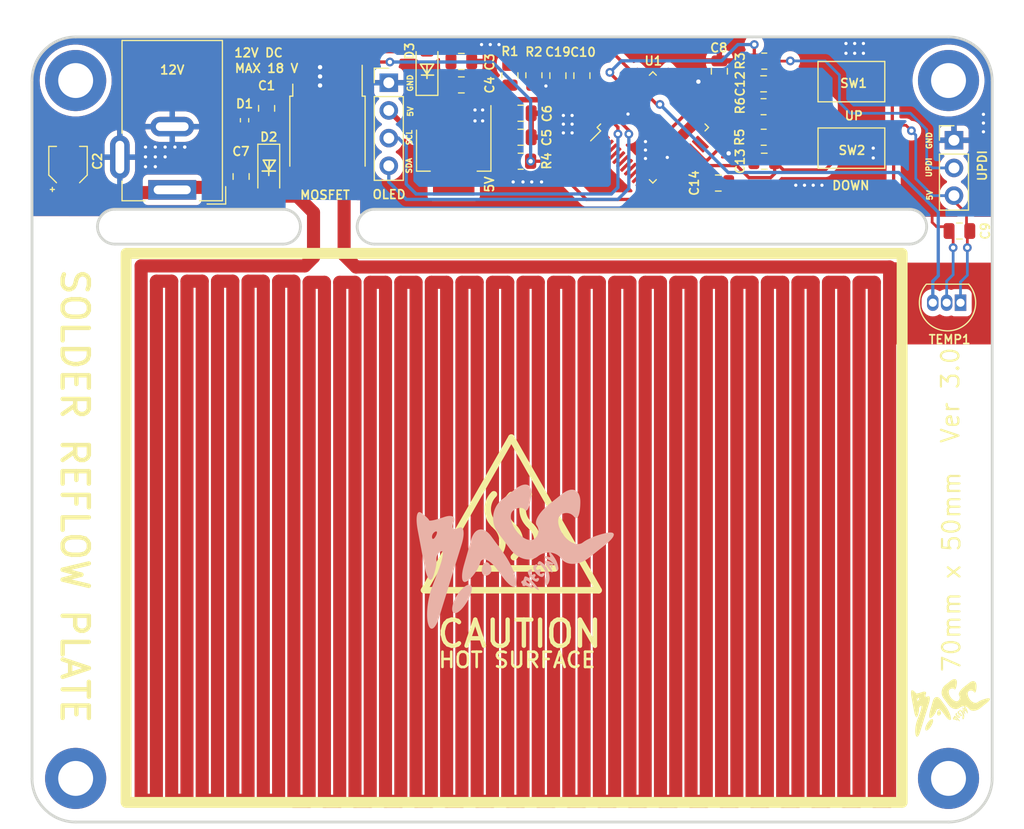
<source format=kicad_pcb>
(kicad_pcb (version 20221018) (generator pcbnew)
  (layers (0 "F.Cu" signal) (31 "B.Cu" signal) (34 "B.Paste" user) (35 "F.Paste" user) (36 "B.SilkS" user "B.Silkscreen") (37 "F.SilkS" user "F.Silkscreen") (38 "B.Mask" user) (39 "F.Mask" user) (44 "Edge.Cuts" user))
  (net 0 "")
  (net 1 "GND")
  (net 2 "+5V")
  (net 3 "HEATING_ELEMENT")
  (net 4 "UPSW")
  (net 5 "VccDiv")
  (net 6 "SCLOLED")
  (net 7 "SDAOLED")
  (net 8 "Net-(UPDI1-Pin_2)")
  (net 9 "UPDI")
  (net 10 "Gate")
  (net 11 "DNSW")
  (net 12 "TempData")
  (net 47 "VIND")
  (footprint "Capacitor_SMD:C_0805_2012Metric" (layer "F.Cu") (at 76.5 87.55 90)
    (fp_text reference "C1")
    (fp_text value "100nF")
  )
  (footprint "Package_TO_SOT_SMD:TO-252-2" (layer "F.Cu") (at 82.08 89.74 -90)
    (fp_text reference "MOSFET")
    (fp_text value "UMW30N06")
  )
  (footprint "Capacitor_SMD:C_0805_2012Metric" (layer "F.Cu") (at 103.2 84.55 -90)
    (fp_text reference "C19")
    (fp_text value "100nF")
  )
  (footprint "MountingHole:MountingHole_3.2mm_M3_DIN965_Pad" (layer "F.Cu") (at 59 85)
    (fp_text reference "H1" hide)
    (fp_text value "MountingHole_Pad")
  )
  (footprint "Capacitor_SMD:C_0805_2012Metric" (layer "F.Cu") (at 140 98.8 180)
    (fp_text reference "C9")
    (fp_text value "100nF")
  )
  (footprint "Capacitor_SMD:C_0805_2012Metric" (layer "F.Cu") (at 99.8 88)
    (fp_text reference "C6")
    (fp_text value "100nF")
  )
  (footprint "Capacitor_SMD:C_0805_2012Metric" (layer "F.Cu") (at 117.9 94.4)
    (fp_text reference "C14")
    (fp_text value "10nF")
  )
  (footprint "Capacitor_SMD:C_0805_2012Metric" (layer "F.Cu") (at 94.35 85.4)
    (fp_text reference "C4")
    (fp_text value "100nF")
  )
  (footprint "Resistor_SMD:R_0805_2012Metric" (layer "F.Cu") (at 99.7875 92.4)
    (fp_text reference "R4")
    (fp_text value "10K")
  )
  (footprint "Package_TO_SOT_SMD:SOT-223-3_TabPin2" (layer "F.Cu") (at 93.65 91.4 -90)
    (fp_text reference "5V")
    (fp_text value "AMS1117-5.0")
  )
  (footprint "MountingHole:MountingHole_3.2mm_M3_DIN965_Pad" (layer "F.Cu") (at 59 149)
    (fp_text reference "H2" hide)
    (fp_text value "MountingHole_Pad")
  )
  (footprint "Diode_SMD:D_SOD-123" (layer "F.Cu") (at 76.7 93.2 -90)
    (fp_text reference "D2")
    (fp_text value "MM1Z24")
  )
  (footprint "Capacitor_SMD:C_0805_2012Metric" (layer "F.Cu") (at 122.1125 92.4 180)
    (fp_text reference "C13")
    (fp_text value "10nF")
  )
  (footprint "Capacitor_SMD:C_0805_2012Metric" (layer "F.Cu") (at 94.35 83.25)
    (fp_text reference "C3")
    (fp_text value "22uF")
  )
  (footprint "Resistor_SMD:R_0805_2012Metric" (layer "F.Cu") (at 122.0625 90.2)
    (fp_text reference "R5")
    (fp_text value "4.7K")
  )
  (footprint "Resistor_SMD:R_0805_2012Metric" (layer "F.Cu") (at 101 84.5125 90)
    (fp_text reference "R2")
    (fp_text value "1K")
  )
  (footprint "Resistor_SMD:R_0805_2012Metric" (layer "F.Cu") (at 98.8 84.5125 90)
    (fp_text reference "R1")
    (fp_text value "3K")
  )
  (footprint "Resistor_SMD:R_0805_2012Metric" (layer "F.Cu") (at 122.1125 83.22 180)
    (fp_text reference "R3")
    (fp_text value "4.7K")
  )
  (footprint "Resistor_SMD:R_0402_1005Metric" (layer "F.Cu") (at 74.48 88.64 -90)
    (fp_text reference "D1")
    (fp_text value "PESDMC2FD18VB")
  )
  (footprint "Capacitor_SMD:CP_Elec_3x5.3" (layer "F.Cu") (at 58.3 92.8 90)
    (fp_text reference "C2")
    (fp_text value "100uF")
  )
  (footprint "Capacitor_SMD:C_0805_2012Metric" (layer "F.Cu") (at 74.165 93.8 90)
    (fp_text reference "C7")
    (fp_text value "1nF")
  )
  (footprint "Capacitor_SMD:C_0805_2012Metric" (layer "F.Cu") (at 118 84.15 90)
    (fp_text reference "C8")
    (fp_text value "10nF")
  )
  (footprint "Package_TO_SOT_THT:TO-92L_Inline" (layer "F.Cu") (at 140.1 105.375 180)
    (fp_text reference "TEMP1")
    (fp_text value "LMT85LP")
  )
  (footprint "Capacitor_SMD:C_0805_2012Metric" (layer "F.Cu") (at 122.05 85.3 180)
    (fp_text reference "C12")
    (fp_text value "10nF")
  )
  (footprint "Capacitor_SMD:C_0805_2012Metric" (layer "F.Cu") (at 105.4 84.55 90)
    (fp_text reference "C10")
    (fp_text value "10nF")
  )
  (footprint "MountingHole:MountingHole_3.2mm_M3_DIN965_Pad" (layer "F.Cu") (at 139 85)
    (fp_text reference "H3" hide)
    (fp_text value "MountingHole_Pad")
  )
  (footprint "MountingHole:MountingHole_3.2mm_M3_DIN965_Pad" (layer "F.Cu") (at 139 149)
    (fp_text reference "H4" hide)
    (fp_text value "MountingHole_Pad")
  )
  (footprint "Connector_PinHeader_2.54mm:PinHeader_1x03_P2.54mm_Vertical" (layer "F.Cu") (at 139.5 90.475)
    (fp_text reference "UPDI")
    (fp_text value "UPDI Header")
  )
  (footprint "Capacitor_SMD:C_0805_2012Metric" (layer "F.Cu") (at 99.8 90.2)
    (fp_text reference "C5")
    (fp_text value "22nF")
  )
  (footprint "Connector_BarrelJack:BarrelJack_Wuerth_6941xx301002" (layer "F.Cu") (at 67.85 95.025 180)
    (fp_text reference "12V")
    (fp_text value "DC-005-5A-2.5")
  )
  (footprint "Button_Switch_SMD:SW_SPST_CK_RS282G05A3" (layer "F.Cu") (at 130.1 85.1 180)
    (fp_text reference "SW1")
    (fp_text value "UPSW")
  )
  (footprint "Package_QFP:TQFP-48_7x7mm_P0.5mm" (layer "F.Cu") (at 111.9 89.3 45)
    (fp_text reference "U1")
    (fp_text value "ATmega4809-A")
  )
  (footprint "Resistor_SMD:R_0805_2012Metric" (layer "F.Cu") (at 122.05 87.4)
    (fp_text reference "R6")
    (fp_text value "4.7K")
  )
  (footprint "Connector_PinHeader_2.54mm:PinHeader_1x04_P2.54mm_Vertical" (layer "F.Cu") (at 87.7 85.2)
    (fp_text reference "OLED")
    (fp_text value "~")
  )
  (footprint "Button_Switch_SMD:SW_SPST_CK_RS282G05A3" (layer "F.Cu") (at 130.1 91.2 180)
    (fp_text reference "SW2")
    (fp_text value "DNSW")
  )
  (footprint "Diode_SMD:D_SOD-123" (layer "F.Cu") (at 91.2 84 90)
    (fp_text reference "D3")
    (fp_text value "DSR1M_C908221")
  )
  (gr_poly (pts (xy 102.582039 129.501442) (xy 102.587125 129.501785) (xy 102.592519 129.502472) (xy 102.59822 129.503509) (xy 102.603674 129.504632) (xy 102.609044 129.506018) (xy 102.614318 129.507661) (xy 102.619491 129.509555) (xy 102.624552 129.511697) (xy 102.629494 129.514079) (xy 102.634308 129.516697) (xy 102.638986 129.519545) (xy 102.64352 129.522618) (xy 102.6479 129.52591) (xy 102.65212 129.529416) (xy 102.656169 129.533132) (xy 102.660041 129.53705) (xy 102.663726 129.541166) (xy 102.667216 129.545475) (xy 102.670503 129.549971) (xy 102.673563 129.554624) (xy 102.676376 129.559402) (xy 102.678941 129.564295) (xy 102.681256 129.569294) (xy 102.683317 129.574388) (xy 102.685124 129.579569) (xy 102.686674 129.584825) (xy 102.687964 129.590147) (xy 102.688993 129.595527) (xy 102.689759 129.600953) (xy 102.69026 129.606416) (xy 102.690493 129.611907) (xy 102.690456 129.617415) (xy 102.690148 129.622931) (xy 102.689565 129.628445) (xy 102.688707 129.633948) (xy 102.687428 129.639223) (xy 102.685929 129.644084) (xy 102.684217 129.648534) (xy 102.682299 129.652576) (xy 102.680183 129.656212) (xy 102.677877 129.659444) (xy 102.675386 129.662275) (xy 102.67272 129.664706) (xy 102.669885 129.66674) (xy 102.666889 129.66838) (xy 102.663739 129.669628) (xy 102.660443 129.670486) (xy 102.657008 129.670956) (xy 102.653442 129.671041) (xy 102.649751 129.670743) (xy 102.645943 129.670064) (xy 102.642027 129.669007) (xy 102.638008 129.667574) (xy 102.633895 129.665768) (xy 102.629695 129.66359) (xy 102.625415 129.661043) (xy 102.621063 129.65813) (xy 102.616646 129.654852) (xy 102.612172 129.651212) (xy 102.607647 129.647213) (xy 102.60308 129.642856) (xy 102.598478 129.638144) (xy 102.593849 129.63308) (xy 102.589199 129.627665) (xy 102.584536 129.621902) (xy 102.579867 129.615794) (xy 102.5752 129.609342) (xy 102.570713 129.602786) (xy 102.566576 129.596369) (xy 102.562787 129.590098) (xy 102.559347 129.58398) (xy 102.556252 129.578022) (xy 102.553503 129.572231) (xy 102.551096 129.566615) (xy 102.549031 129.561179) (xy 102.547307 129.555933) (xy 102.545921 129.550881) (xy 102.544873 129.546032) (xy 102.54416 129.541393) (xy 102.543782 129.53697) (xy 102.543737 129.532771) (xy 102.544024 129.528803) (xy 102.544641 129.525072) (xy 102.545586 129.521587) (xy 102.546859 129.518354) (xy 102.548458 129.515379) (xy 102.55038 129.512671) (xy 102.552626 129.510236) (xy 102.555193 129.508082) (xy 102.55808 129.506214) (xy 102.561285 129.504642) (xy 102.564808 129.503371) (xy 102.568646 129.502408) (xy 102.572798 129.501761) (xy 102.577263 129.501437)) (fill solid) (layer "B.SilkS"))
  (gr_poly (pts (xy 102.170383 129.02178) (xy 102.193204 129.024235) (xy 102.217659 129.028589) (xy 102.243745 129.034877) (xy 102.271458 129.043134) (xy 102.327624 129.062041) (xy 102.381844 129.081651) (xy 102.433852 129.101812) (xy 102.483381 129.122372) (xy 102.530167 129.143179) (xy 102.573942 129.16408) (xy 102.614442 129.184922) (xy 102.6514 129.205555) (xy 102.684551 129.225824) (xy 102.699615 129.235775) (xy 102.713628 129.245579) (xy 102.726556 129.255215) (xy 102.738366 129.264666) (xy 102.749024 129.273911) (xy 102.758499 129.282933) (xy 102.766755 129.291712) (xy 102.77376 129.300228) (xy 102.779481 129.308464) (xy 102.783885 129.316399) (xy 102.786938 129.324016) (xy 102.788607 129.331294) (xy 102.788859 129.338214) (xy 102.787661 129.344759) (xy 102.785448 129.350985) (xy 102.782691 129.356961) (xy 102.779405 129.362683) (xy 102.775609 129.368147) (xy 102.771317 129.373349) (xy 102.766547 129.378286) (xy 102.761315 129.382954) (xy 102.755638 129.387348) (xy 102.743014 129.395304) (xy 102.728809 129.402123) (xy 102.713153 129.407774) (xy 102.696181 129.412227) (xy 102.678025 129.415453) (xy 102.658816 129.417421) (xy 102.638688 129.4181) (xy 102.617774 129.417461) (xy 102.596205 129.415473) (xy 102.574114 129.412106) (xy 102.551635 129.40733) (xy 102.528898 129.401115) (xy 102.517802 129.398015) (xy 102.507333 129.39565) (xy 102.497496 129.394008) (xy 102.488291 129.393076) (xy 102.479722 129.39284) (xy 102.471789 129.393288) (xy 102.464496 129.394407) (xy 102.457845 129.396183) (xy 102.451837 129.398604) (xy 102.446476 129.401656) (xy 102.441762 129.405327) (xy 102.437699 129.409603) (xy 102.434288 129.414472) (xy 102.431532 129.41992) (xy 102.429433 129.425934) (xy 102.427993 129.432502) (xy 102.427214 129.43961) (xy 102.427098 129.447245) (xy 102.427648 129.455394) (xy 102.428865 129.464045) (xy 102.430753 129.473183) (xy 102.433313 129.482797) (xy 102.436547 129.492873) (xy 102.440457 129.503398) (xy 102.450316 129.525742) (xy 102.462907 129.549727) (xy 102.478247 129.575247) (xy 102.496354 129.602198) (xy 102.51566 129.630605) (xy 102.534517 129.660399) (xy 102.552824 129.691336) (xy 102.570479 129.723171) (xy 102.58738 129.75566) (xy 102.603427 129.788559) (xy 102.618516 129.821624) (xy 102.632548 129.854611) (xy 102.64542 129.887275) (xy 102.657031 129.919373) (xy 102.66728 129.950659) (xy 102.676064 129.980891) (xy 102.683282 130.009824) (xy 102.688833 130.037213) (xy 102.692615 130.062815) (xy 102.694527 130.086386) (xy 102.694351 130.096613) (xy 102.6929 130.104843) (xy 102.690207 130.111109) (xy 102.686301 130.115442) (xy 102.681214 130.117876) (xy 102.674976 130.118442) (xy 102.66762 130.117173) (xy 102.659176 130.114101) (xy 102.639148 130.102678) (xy 102.615141 130.084432) (xy 102.587403 130.059623) (xy 102.556183 130.028508) (xy 102.521728 129.991347) (xy 102.484289 129.948399) (xy 102.444112 129.899923) (xy 102.401447 129.846177) (xy 102.356541 129.787421) (xy 102.309644 129.723913) (xy 102.210868 129.583677) (xy 102.186341 129.546998) (xy 102.163558 129.51125) (xy 102.142513 129.476467) (xy 102.123205 129.442684) (xy 102.105628 129.409936) (xy 102.089778 129.378256) (xy 102.075653 129.34768) (xy 102.063248 129.318242) (xy 102.052559 129.289977) (xy 102.043582 129.26292) (xy 102.036313 129.237104) (xy 102.030749 129.212565) (xy 102.026886 129.189337) (xy 102.02472 129.167455) (xy 102.024246 129.146953) (xy 102.025462 129.127866) (xy 102.028363 129.110229) (xy 102.032945 129.094076) (xy 102.039204 129.079441) (xy 102.047137 129.06636) (xy 102.05674 129.054867) (xy 102.068008 129.044996) (xy 102.080938 129.036782) (xy 102.095527 129.03026) (xy 102.111769 129.025464) (xy 102.129662 129.022429) (xy 102.149201 129.02119)) (fill solid) (layer "B.SilkS"))
  (gr_poly (pts (xy 101.251434 129.375537) (xy 101.259313 129.376397) (xy 101.266796 129.377779) (xy 101.273862 129.379691) (xy 101.280494 129.382138) (xy 101.286672 129.385127) (xy 101.292377 129.388665) (xy 101.29759 129.392757) (xy 101.302292 129.397411) (xy 101.306541 129.402465) (xy 101.31041 129.407746) (xy 101.313901 129.413241) (xy 101.317016 129.418936) (xy 101.319759 129.424818) (xy 101.322132 129.430875) (xy 101.324137 129.437092) (xy 101.325778 129.443456) (xy 101.327056 129.449955) (xy 101.327974 129.456574) (xy 101.328535 129.463301) (xy 101.328741 129.470122) (xy 101.328596 129.477024) (xy 101.3281 129.483994) (xy 101.327258 129.491019) (xy 101.326071 129.498084) (xy 101.324543 129.505178) (xy 101.322675 129.512286) (xy 101.32047 129.519395) (xy 101.317932 129.526493) (xy 101.315061 129.533565) (xy 101.311862 129.540599) (xy 101.308337 129.547582) (xy 101.304487 129.554499) (xy 101.300316 129.561338) (xy 101.295827 129.568085) (xy 101.291021 129.574727) (xy 101.285901 129.581252) (xy 101.280471 129.587645) (xy 101.274732 129.593893) (xy 101.268688 129.599983) (xy 101.262339 129.605902) (xy 101.256004 129.611842) (xy 101.249996 129.617991) (xy 101.244317 129.624337) (xy 101.23897 129.630865) (xy 101.233957 129.63756) (xy 101.22928 129.644409) (xy 101.22494 129.651397) (xy 101.22094 129.658509) (xy 101.217282 129.665732) (xy 101.213968 129.673051) (xy 101.211 129.680452) (xy 101.20838 129.687921) (xy 101.206109 129.695443) (xy 101.204191 129.703004) (xy 101.202627 129.710589) (xy 101.201419 129.718185) (xy 101.200569 129.725777) (xy 101.200079 129.733351) (xy 101.199951 129.740893) (xy 101.200188 129.748388) (xy 101.200791 129.755821) (xy 101.201762 129.76318) (xy 101.203103 129.770449) (xy 101.204817 129.777613) (xy 101.206906 129.78466) (xy 101.20937 129.791574) (xy 101.212213 129.798342) (xy 101.215437 129.804948) (xy 101.219043 129.811379) (xy 101.223034 129.81762) (xy 101.227411 129.823657) (xy 101.232177 129.829476) (xy 101.236635 129.834788) (xy 101.241334 129.839845) (xy 101.246262 129.84464) (xy 101.25141 129.849168) (xy 101.256764 129.853422) (xy 101.262315 129.857396) (xy 101.26805 129.861084) (xy 101.273958 129.86448) (xy 101.280027 129.867578) (xy 101.286248 129.870371) (xy 101.292607 129.872853) (xy 101.299093 129.875019) (xy 101.305696 129.876862) (xy 101.312404 129.878375) (xy 101.319206 129.879554) (xy 101.326089 129.88039) (xy 101.333006 129.880878) (xy 101.339907 129.881014) (xy 101.346781 129.880804) (xy 101.353614 129.88025) (xy 101.360394 129.879357) (xy 101.367109 129.878129) (xy 101.373747 129.876569) (xy 101.380295 129.874682) (xy 101.386741 129.872471) (xy 101.393073 129.86994) (xy 101.399278 129.867094) (xy 101.405343 129.863936) (xy 101.411258 129.860469) (xy 101.417008 129.856698) (xy 101.422583 129.852627) (xy 101.427969 129.84826) (xy 101.432791 129.843775) (xy 101.437808 129.839553) (xy 101.443009 129.835599) (xy 101.448382 129.831918) (xy 101.453917 129.828513) (xy 101.459602 129.825389) (xy 101.465427 129.822551) (xy 101.47138 129.820003) (xy 101.477451 129.817748) (xy 101.483629 129.815793) (xy 101.489902 129.814141) (xy 101.496259 129.812796) (xy 101.50269 129.811763) (xy 101.509184 129.811046) (xy 101.515729 129.81065) (xy 101.522314 129.810579) (xy 101.528895 129.810836) (xy 101.535426 129.811416) (xy 101.541897 129.812316) (xy 101.548296 129.81353) (xy 101.554613 129.815053) (xy 101.560837 129.816882) (xy 101.566957 129.819011) (xy 101.572962 129.821435) (xy 101.578841 129.82415) (xy 101.584583 129.827152) (xy 101.590178 129.830435) (xy 101.595615 129.833994) (xy 101.600882 129.837826) (xy 101.605969 129.841925) (xy 101.610864 129.846286) (xy 101.615558 129.850906) (xy 101.619854 129.856321) (xy 101.62383 129.861887) (xy 101.627488 129.867591) (xy 101.63083 129.873422) (xy 101.633855 129.879368) (xy 101.636566 129.885417) (xy 101.638962 129.891558) (xy 101.641045 129.897779) (xy 101.642817 129.904068) (xy 101.644277 129.910414) (xy 101.645427 129.916804) (xy 101.646268 129.923228) (xy 101.646801 129.929672) (xy 101.647027 129.936127) (xy 101.646946 129.942579) (xy 101.646561 129.949018) (xy 101.645871 129.955431) (xy 101.644878 129.961807) (xy 101.643582 129.968134) (xy 101.641986 129.974401) (xy 101.640089 129.980595) (xy 101.637892 129.986706) (xy 101.635398 129.99272) (xy 101.632606 129.998628) (xy 101.629517 130.004416) (xy 101.626134 130.010073) (xy 101.622455 130.015588) (xy 101.618484 130.020948) (xy 101.61422 130.026142) (xy 101.609664 130.031159) (xy 101.604818 130.035987) (xy 101.599682 130.040613) (xy 101.594529 130.045585) (xy 101.589639 130.050721) (xy 101.585012 130.056009) (xy 101.58065 130.061437) (xy 101.576556 130.066993) (xy 101.572731 130.072667) (xy 101.569177 130.078446) (xy 101.565894 130.084319) (xy 101.562886 130.090274) (xy 101.560154 130.0963) (xy 101.557698 130.102384) (xy 101.555522 130.108516) (xy 101.553627 130.114684) (xy 101.552015 130.120875) (xy 101.550686 130.127079) (xy 101.549643 130.133284) (xy 101.548888 130.139477) (xy 101.548422 130.145649) (xy 101.548248 130.151786) (xy 101.548365 130.157877) (xy 101.548778 130.163911) (xy 101.549486 130.169877) (xy 101.550492 130.175761) (xy 101.551797 130.181553) (xy 101.553404 130.187242) (xy 101.555313 130.192815) (xy 101.557527 130.19826) (xy 101.560047 130.203567) (xy 101.562876 130.208724) (xy 101.566013 130.213719) (xy 101.569462 130.21854) (xy 101.573224 130.223175) (xy 101.577255 130.227557) (xy 101.581503 130.231625) (xy 101.585956 130.23538) (xy 101.590602 130.238823) (xy 101.595431 130.241954) (xy 101.600431 130.244774) (xy 101.605591 130.247284) (xy 101.610898 130.249485) (xy 101.616343 130.251377) (xy 101.621913 130.252962) (xy 101.627597 130.254239) (xy 101.633383 130.255211) (xy 101.639261 130.255877) (xy 101.645219 130.256238) (xy 101.651245 130.256295) (xy 101.657329 130.25605) (xy 101.663458 130.255502) (xy 101.669621 130.254653) (xy 101.675808 130.253502) (xy 101.682006 130.252052) (xy 101.688204 130.250303) (xy 101.694391 130.248255) (xy 101.700555 130.24591) (xy 101.706686 130.243267) (xy 101.712771 130.240329) (xy 101.718799 130.237095) (xy 101.72476 130.233567) (xy 101.73064 130.229745) (xy 101.73643 130.225629) (xy 101.742118 130.221222) (xy 101.747692 130.216523) (xy 101.753141 130.211534) (xy 101.758606 130.206551) (xy 101.764231 130.201873) (xy 101.770001 130.197499) (xy 101.775906 130.193431) (xy 101.781932 130.189667) (xy 101.788068 130.18621) (xy 101.794302 130.183059) (xy 101.800621 130.180214) (xy 101.807013 130.177676) (xy 101.813467 130.175446) (xy 101.819969 130.173523) (xy 101.826508 130.171908) (xy 101.833072 130.170602) (xy 101.839648 130.169605) (xy 101.846224 130.168917) (xy 101.852789 130.168539) (xy 101.85933 130.168471) (xy 101.865834 130.168713) (xy 101.87229 130.169266) (xy 101.878686 130.170131) (xy 101.885008 130.171307) (xy 101.891246 130.172795) (xy 101.897387 130.174595) (xy 101.903419 130.176708) (xy 101.90933 130.179135) (xy 101.915107 130.181874) (xy 101.920738 130.184928) (xy 101.926212 130.188296) (xy 101.931516 130.191979) (xy 101.936637 130.195977) (xy 101.941565 130.20029) (xy 101.946286 130.20492) (xy 101.950608 130.209934) (xy 101.954351 130.21539) (xy 101.957522 130.221269) (xy 101.96013 130.227552) (xy 101.96218 130.234221) (xy 101.963681 130.241256) (xy 101.96464 130.24864) (xy 101.965063 130.256352) (xy 101.964958 130.264375) (xy 101.964333 130.27269) (xy 101.96155 130.290119) (xy 101.956772 130.30849) (xy 101.950056 130.327653) (xy 101.941462 130.347458) (xy 101.931047 130.367754) (xy 101.918869 130.388393) (xy 101.904986 130.409223) (xy 101.889457 130.430095) (xy 101.87234 130.450859) (xy 101.853693 130.471365) (xy 101.833574 130.491463) (xy 101.822676 130.500748) (xy 101.810798 130.508623) (xy 101.79798 130.515108) (xy 101.784262 130.520223) (xy 101.769686 130.523987) (xy 101.754292 130.52642) (xy 101.73812 130.527542) (xy 101.721213 130.527372) (xy 101.703609 130.52593) (xy 101.685351 130.523235) (xy 101.666478 130.519308) (xy 101.647032 130.514168) (xy 101.606582 130.500328) (xy 101.564328 130.481871) (xy 101.520594 130.458956) (xy 101.475707 130.43174) (xy 101.429994 130.40038) (xy 101.383779 130.365033) (xy 101.337389 130.325857) (xy 101.291149 130.283009) (xy 101.245387 130.236647) (xy 101.200427 130.186927) (xy 101.157667 130.135201) (xy 101.11836 130.082949) (xy 101.082619 130.030527) (xy 101.050553 129.978291) (xy 101.022275 129.926596) (xy 100.997896 129.875798) (xy 100.977526 129.826251) (xy 100.968879 129.802058) (xy 100.961277 129.778312) (xy 100.954733 129.755056) (xy 100.949261 129.732335) (xy 100.944874 129.710194) (xy 100.941588 129.688677) (xy 100.939415 129.667828) (xy 100.93837 129.647691) (xy 100.938466 129.628312) (xy 100.939718 129.609735) (xy 100.942139 129.592004) (xy 100.945743 129.575163) (xy 100.950544 129.559257) (xy 100.956556 129.544331) (xy 100.963793 129.530428) (xy 100.972269 129.517593) (xy 100.981998 129.505872) (xy 100.992994 129.495307) (xy 101.016396 129.476101) (xy 101.039969 129.458403) (xy 101.063558 129.442264) (xy 101.087012 129.427734) (xy 101.110177 129.414865) (xy 101.132902 129.403708) (xy 101.155032 129.394312) (xy 101.176417 129.386728) (xy 101.186781 129.383632) (xy 101.196902 129.381008) (xy 101.206759 129.378863) (xy 101.216335 129.377203) (xy 101.225609 129.376034) (xy 101.234563 129.375362) (xy 101.243178 129.375195)) (fill solid) (layer "B.SilkS"))
  (gr_poly (pts (xy 101.534982 129.081091) (xy 101.551224 129.084413) (xy 101.56832 129.089395) (xy 101.604904 129.104207) (xy 101.644393 129.125259) (xy 101.686444 129.152285) (xy 101.730716 129.185017) (xy 101.776867 129.223187) (xy 101.824555 129.266528) (xy 101.873439 129.314773) (xy 101.923176 129.367653) (xy 101.973424 129.424903) (xy 102.023842 129.486254) (xy 102.074089 129.551439) (xy 102.123821 129.62019) (xy 102.171561 129.692978) (xy 102.215963 129.76991) (xy 102.256881 129.850326) (xy 102.294171 129.933564) (xy 102.327688 130.018964) (xy 102.357286 130.105863) (xy 102.382821 130.193601) (xy 102.404147 130.281517) (xy 102.42112 130.368948) (xy 102.433595 130.455235) (xy 102.441427 130.539716) (xy 102.444471 130.62173) (xy 102.442582 130.700615) (xy 102.435615 130.77571) (xy 102.423425 130.846355) (xy 102.405867 130.911887) (xy 102.395609 130.942676) (xy 102.385138 130.972276) (xy 102.374475 131.000667) (xy 102.363643 131.02783) (xy 102.352662 131.053745) (xy 102.341554 131.078394) (xy 102.33034 131.101756) (xy 102.319043 131.123814) (xy 102.307682 131.144547) (xy 102.29628 131.163937) (xy 102.284858 131.181964) (xy 102.273438 131.198609) (xy 102.262041 131.213852) (xy 102.250687 131.227675) (xy 102.2394 131.240059) (xy 102.228199 131.250983) (xy 102.217108 131.260429) (xy 102.206146 131.268378) (xy 102.195335 131.27481) (xy 102.184697 131.279707) (xy 102.174253 131.283048) (xy 102.164025 131.284814) (xy 102.154034 131.284987) (xy 102.144302 131.283548) (xy 102.134849 131.280476) (xy 102.125697 131.275753) (xy 102.116868 131.269359) (xy 102.108383 131.261276) (xy 102.100264 131.251483) (xy 102.092532 131.239963) (xy 102.085208 131.226694) (xy 102.078313 131.21166) (xy 102.065836 131.178525) (xy 102.055095 131.143035) (xy 102.046088 131.105515) (xy 102.038816 131.066287) (xy 102.033276 131.025677) (xy 102.029469 130.984008) (xy 102.027394 130.941604) (xy 102.02705 130.898789) (xy 102.028436 130.855887) (xy 102.031551 130.813223) (xy 102.036395 130.77112) (xy 102.042966 130.729902) (xy 102.051265 130.689893) (xy 102.06129 130.651418) (xy 102.07304 130.6148) (xy 102.086515 130.580363) (xy 102.099043 130.545096) (xy 102.108015 130.506044) (xy 102.113519 130.463612) (xy 102.115643 130.418207) (xy 102.114479 130.370234) (xy 102.110113 130.3201) (xy 102.102636 130.268211) (xy 102.092137 130.214974) (xy 102.078705 130.160793) (xy 102.062428 130.106077) (xy 102.043397 130.05123) (xy 102.0217 129.996659) (xy 101.997426 129.94277) (xy 101.970665 129.88997) (xy 101.941506 129.838664) (xy 101.910038 129.789259) (xy 101.87744 129.741873) (xy 101.84497 129.696492) (xy 101.812828 129.653323) (xy 101.781214 129.612571) (xy 101.750331 129.574445) (xy 101.720379 129.539149) (xy 101.69156 129.506891) (xy 101.664074 129.477878) (xy 101.638123 129.452315) (xy 101.613908 129.43041) (xy 101.602514 129.420894) (xy 101.59163 129.41237) (xy 101.58128 129.404863) (xy 101.571491 129.398399) (xy 101.562285 129.393005) (xy 101.55369 129.388706) (xy 101.54573 129.385528) (xy 101.538431 129.383497) (xy 101.531816 129.382639) (xy 101.525912 129.382979) (xy 101.520744 129.384543) (xy 101.516337 129.387357) (xy 101.512234 129.390656) (xy 101.507967 129.39366) (xy 101.503547 129.39637) (xy 101.498984 129.398789) (xy 101.494288 129.400918) (xy 101.48947 129.402759) (xy 101.484539 129.404315) (xy 101.479507 129.405588) (xy 101.474382 129.406579) (xy 101.469176 129.407292) (xy 101.463898 129.407726) (xy 101.45856 129.407886) (xy 101.45317 129.407772) (xy 101.44774 129.407387) (xy 101.442279 129.406733) (xy 101.436797 129.405811) (xy 101.431306 129.404625) (xy 101.425815 129.403175) (xy 101.420334 129.401465) (xy 101.414874 129.399495) (xy 101.409444 129.397269) (xy 101.404056 129.394788) (xy 101.398719 129.392053) (xy 101.393443 129.389068) (xy 101.388239 129.385834) (xy 101.383117 129.382354) (xy 101.378087 129.378628) (xy 101.373159 129.37466) (xy 101.368344 129.370451) (xy 101.363652 129.366003) (xy 101.359093 129.361319) (xy 101.354677 129.356401) (xy 101.350607 129.351184) (xy 101.347075 129.345617) (xy 101.344073 129.339716) (xy 101.341596 129.333497) (xy 101.339636 129.326977) (xy 101.338186 129.320173) (xy 101.337241 129.313101) (xy 101.336793 129.305778) (xy 101.336836 129.298221) (xy 101.337362 129.290446) (xy 101.338366 129.282469) (xy 101.339841 129.274308) (xy 101.344175 129.257498) (xy 101.350311 129.240149) (xy 101.358197 129.222394) (xy 101.367777 129.204366) (xy 101.378999 129.186198) (xy 101.39181 129.168022) (xy 101.406155 129.149971) (xy 101.421982 129.132179) (xy 101.439236 129.114779) (xy 101.457865 129.097903) (xy 101.468083 129.09056) (xy 101.479413 129.085078) (xy 101.49181 129.081423) (xy 101.505232 129.079563) (xy 101.519637 129.079464)) (fill solid) (layer "B.SilkS"))
  (gr_poly (pts (xy 96.671035 129.170249) (xy 96.69277 129.173688) (xy 96.714514 129.17905) (xy 96.736227 129.186353) (xy 96.757869 129.195612) (xy 96.779401 129.206843) (xy 96.800783 129.220063) (xy 96.821975 129.235289) (xy 96.842937 129.252537) (xy 96.863629 129.271823) (xy 96.884013 129.293164) (xy 96.922774 129.339441) (xy 96.958135 129.38849) (xy 96.990009 129.439883) (xy 97.018305 129.493194) (xy 97.042937 129.547995) (xy 97.063816 129.603858) (xy 97.080852 129.660355) (xy 97.093959 129.717061) (xy 97.103048 129.773545) (xy 97.10803 129.829383) (xy 97.108817 129.884145) (xy 97.10532 129.937405) (xy 97.097451 129.988734) (xy 97.09185 130.013542) (xy 97.085123 130.037706) (xy 97.077258 130.061174) (xy 97.068245 130.083893) (xy 97.058073 130.105808) (xy 97.046731 130.126867) (xy 97.034261 130.14717) (xy 97.020985 130.166843) (xy 97.006943 130.185869) (xy 96.992172 130.204231) (xy 96.960597 130.238902) (xy 96.926565 130.270722) (xy 96.890384 130.299561) (xy 96.852358 130.325288) (xy 96.812793 130.34777) (xy 96.771995 130.366877) (xy 96.730271 130.382478) (xy 96.687924 130.39444) (xy 96.645263 130.402633) (xy 96.623909 130.405274) (xy 96.602592 130.406924) (xy 96.581348 130.407566) (xy 96.560217 130.407184) (xy 96.539236 130.40576) (xy 96.518443 130.403279) (xy 96.497878 130.399725) (xy 96.477578 130.39508) (xy 96.457581 130.389329) (xy 96.437926 130.382454) (xy 96.418852 130.374151) (xy 96.40058 130.364162) (xy 96.383121 130.352539) (xy 96.366484 130.339337) (xy 96.35068 130.32461) (xy 96.335718 130.308413) (xy 96.308362 130.271821) (xy 96.284498 130.229994) (xy 96.264206 130.183364) (xy 96.247566 130.132363) (xy 96.234659 130.077423) (xy 96.225566 130.018976) (xy 96.220368 129.957455) (xy 96.219144 129.893291) (xy 96.221976 129.826916) (xy 96.228944 129.758764) (xy 96.240129 129.689265) (xy 96.255611 129.618853) (xy 96.275471 129.547959) (xy 96.286964 129.513239) (xy 96.299339 129.480081) (xy 96.312558 129.448501) (xy 96.326579 129.418517) (xy 96.341364 129.390144) (xy 96.356873 129.363398) (xy 96.373066 129.338297) (xy 96.389903 129.314857) (xy 96.407345 129.293093) (xy 96.425352 129.273023) (xy 96.443884 129.254663) (xy 96.462902 129.238029) (xy 96.482365 129.223137) (xy 96.502234 129.210005) (xy 96.522469 129.198649) (xy 96.543031 129.189084) (xy 96.56388 129.181328) (xy 96.584975 129.175397) (xy 96.606279 129.171307) (xy 96.627749 129.169074) (xy 96.649348 129.168716)) (fill solid) (layer "B.SilkS"))
  (gr_poly (pts (xy 100.248867 122.049383) (xy 100.305771 122.055231) (xy 100.35986 122.066252) (xy 100.411042 122.08241) (xy 100.459222 122.10367) (xy 100.504307 122.129997) (xy 100.546204 122.161354) (xy 100.58482 122.197707) (xy 100.620062 122.23902) (xy 100.651835 122.285257) (xy 100.680047 122.336382) (xy 100.704605 122.392361) (xy 100.725415 122.453157) (xy 100.742384 122.518735) (xy 100.755418 122.58906) (xy 100.764425 122.664095) (xy 100.76931 122.743806) (xy 100.769981 122.828156) (xy 100.766345 122.917111) (xy 100.758307 123.010634) (xy 100.736033 123.197349) (xy 100.710488 123.373841) (xy 100.681972 123.539408) (xy 100.650787 123.693346) (xy 100.634287 123.765734) (xy 100.617233 123.834951) (xy 100.599661 123.900909) (xy 100.58161 123.96352) (xy 100.563118 124.022696) (xy 100.544221 124.07835) (xy 100.524957 124.130393) (xy 100.505365 124.178737) (xy 100.485481 124.223294) (xy 100.465343 124.263977) (xy 100.444989 124.300697) (xy 100.424456 124.333367) (xy 100.403782 124.361899) (xy 100.383005 124.386205) (xy 100.362161 124.406196) (xy 100.34129 124.421785) (xy 100.320428 124.432885) (xy 100.299612 124.439406) (xy 100.278881 124.441261) (xy 100.258273 124.438363) (xy 100.237824 124.430622) (xy 100.217572 124.417953) (xy 100.197555 124.400265) (xy 100.17781 124.377472) (xy 100.157425 124.352966) (xy 100.135508 124.330195) (xy 100.112126 124.309157) (xy 100.087349 124.289847) (xy 100.061246 124.272262) (xy 100.033885 124.256398) (xy 100.005335 124.242251) (xy 99.975665 124.229818) (xy 99.944943 124.219094) (xy 99.913238 124.210078) (xy 99.88062 124.202763) (xy 99.847156 124.197148) (xy 99.812916 124.193228) (xy 99.777968 124.190999) (xy 99.706224 124.191602) (xy 99.632473 124.198927) (xy 99.557267 124.212944) (xy 99.481154 124.233625) (xy 99.404685 124.260939) (xy 99.32841 124.294858) (xy 99.252879 124.335351) (xy 99.178642 124.38239) (xy 99.106248 124.435945) (xy 99.072078 124.465879) (xy 99.040845 124.4988) (xy 99.012532 124.534588) (xy 98.987119 124.573125) (xy 98.964591 124.614293) (xy 98.944928 124.657972) (xy 98.928113 124.704044) (xy 98.914128 124.752391) (xy 98.902955 124.802892) (xy 98.894576 124.85543) (xy 98.886131 124.96614) (xy 98.88865 125.083572) (xy 98.90199 125.206775) (xy 98.926008 125.3348) (xy 98.960562 125.466696) (xy 99.005509 125.601513) (xy 99.060707 125.738302) (xy 99.126012 125.876113) (xy 99.201283 126.013996) (xy 99.286377 126.151) (xy 99.38115 126.286176) (xy 99.431557 126.352025) (xy 99.483141 126.415596) (xy 99.535795 126.476841) (xy 99.589412 126.535712) (xy 99.643886 126.592161) (xy 99.699108 126.646142) (xy 99.811375 126.746505) (xy 99.868206 126.792793) (xy 99.925359 126.836422) (xy 99.982727 126.877343) (xy 100.040203 126.915509) (xy 100.097682 126.950874) (xy 100.155055 126.983388) (xy 100.212216 127.013005) (xy 100.269059 127.039676) (xy 100.325476 127.063355) (xy 100.381361 127.083993) (xy 100.436606 127.101543) (xy 100.491106 127.115957) (xy 100.544753 127.127188) (xy 100.59744 127.135188) (xy 100.64906 127.13991) (xy 100.699507 127.141305) (xy 100.748674 127.139326) (xy 100.796454 127.133926) (xy 100.84274 127.125057) (xy 100.887426 127.112672) (xy 100.930404 127.096722) (xy 100.971568 127.077159) (xy 101.01081 127.053938) (xy 101.048025 127.027009) (xy 101.083331 126.997506) (xy 101.116909 126.966647) (xy 101.148745 126.934509) (xy 101.178827 126.901173) (xy 101.207141 126.866716) (xy 101.233674 126.831219) (xy 101.258412 126.794759) (xy 101.281342 126.757415) (xy 101.302451 126.719267) (xy 101.321726 126.680393) (xy 101.339152 126.640873) (xy 101.354718 126.600784) (xy 101.368409 126.560206) (xy 101.380212 126.519218) (xy 101.390114 126.477899) (xy 101.398102 126.436327) (xy 101.404162 126.394581) (xy 101.408281 126.352741) (xy 101.410445 126.310885) (xy 101.410641 126.269092) (xy 101.408857 126.22744) (xy 101.405078 126.18601) (xy 101.399291 126.144879) (xy 101.391484 126.104126) (xy 101.381641 126.063831) (xy 101.369752 126.024072) (xy 101.355801 125.984928) (xy 101.339776 125.946478) (xy 101.321663 125.908801) (xy 101.301449 125.871975) (xy 101.279121 125.83608) (xy 101.254665 125.801195) (xy 101.231467 125.765328) (xy 101.212871 125.726522) (xy 101.198803 125.684903) (xy 101.189187 125.640599) (xy 101.183949 125.593736) (xy 101.183013 125.54444) (xy 101.186305 125.492841) (xy 101.193749 125.439063) (xy 101.205271 125.383234) (xy 101.220795 125.325481) (xy 101.263553 125.20471) (xy 101.321422 125.077766) (xy 101.393803 124.945664) (xy 101.480096 124.80942) (xy 101.579702 124.670049) (xy 101.692021 124.528567) (xy 101.816454 124.385988) (xy 101.952401 124.243329) (xy 102.099262 124.101604) (xy 102.256438 123.96183) (xy 102.42333 123.825022) (xy 103.605487 122.894747) (xy 103.690742 122.830407) (xy 103.774886 122.772245) (xy 103.857813 122.720211) (xy 103.939417 122.674255) (xy 104.019592 122.634329) (xy 104.098231 122.600384) (xy 104.175229 122.57237) (xy 104.250479 122.550238) (xy 104.323876 122.53394) (xy 104.395312 122.523427) (xy 104.464683 122.518648) (xy 104.531881 122.519556) (xy 104.596801 122.5261) (xy 104.659337 122.538233) (xy 104.719382 122.555904) (xy 104.77683 122.579066) (xy 104.831575 122.607668) (xy 104.883511 122.641662) (xy 104.932532 122.680998) (xy 104.978532 122.725628) (xy 105.021403 122.775502) (xy 105.061042 122.830572) (xy 105.09734 122.890788) (xy 105.130193 122.956101) (xy 105.159493 123.026462) (xy 105.185135 123.101823) (xy 105.207013 123.182133) (xy 105.225021 123.267345) (xy 105.239051 123.357408) (xy 105.248999 123.452274) (xy 105.254758 123.551893) (xy 105.256221 123.656218) (xy 105.254787 123.761315) (xy 105.251947 123.86323) (xy 105.247737 123.961876) (xy 105.242193 124.057166) (xy 105.23535 124.149012) (xy 105.227244 124.23733) (xy 105.217913 124.322031) (xy 105.20739 124.403029) (xy 105.195712 124.480237) (xy 105.182915 124.553569) (xy 105.169035 124.622938) (xy 105.154107 124.688257) (xy 105.138168 124.749439) (xy 105.121253 124.806398) (xy 105.103399 124.859047) (xy 105.08464 124.9073) (xy 105.065013 124.951069) (xy 105.044554 124.990267) (xy 105.023298 125.024809) (xy 105.001282 125.054607) (xy 104.97854 125.079575) (xy 104.95511 125.099626) (xy 104.931027 125.114673) (xy 104.918752 125.120293) (xy 104.906327 125.12463) (xy 104.893757 125.127672) (xy 104.881045 125.12941) (xy 104.868198 125.129831) (xy 104.855218 125.128925) (xy 104.842111 125.126682) (xy 104.828881 125.12309) (xy 104.815533 125.118139) (xy 104.802071 125.111817) (xy 104.774822 125.095021) (xy 104.747171 125.072613) (xy 104.719154 125.044509) (xy 104.690807 125.010619) (xy 104.661572 124.974745) (xy 104.63092 124.94075) (xy 104.598931 124.908643) (xy 104.565685 124.878437) (xy 104.531261 124.850141) (xy 104.495739 124.823766) (xy 104.459198 124.799323) (xy 104.421718 124.776823) (xy 104.383378 124.756275) (xy 104.344258 124.737691) (xy 104.304438 124.721082) (xy 104.263996 124.706457) (xy 104.223014 124.693827) (xy 104.181569 124.683204) (xy 104.139742 124.674597) (xy 104.097612 124.668017) (xy 104.055259 124.663475) (xy 104.012762 124.660982) (xy 103.970201 124.660548) (xy 103.927655 124.662183) (xy 103.885205 124.665899) (xy 103.842929 124.671706) (xy 103.800907 124.679614) (xy 103.759218 124.689634) (xy 103.717943 124.701777) (xy 103.67716 124.716054) (xy 103.63695 124.732474) (xy 103.597391 124.751049) (xy 103.558564 124.771789) (xy 103.520548 124.794705) (xy 103.483422 124.819808) (xy 103.447266 124.847107) (xy 103.413095 124.877041) (xy 103.381857 124.909962) (xy 103.353537 124.94575) (xy 103.328115 124.984288) (xy 103.305575 125.025455) (xy 103.285898 125.069135) (xy 103.269068 125.115207) (xy 103.255067 125.163553) (xy 103.243876 125.214054) (xy 103.235479 125.266592) (xy 103.226995 125.377303) (xy 103.229475 125.494734) (xy 103.242776 125.617937) (xy 103.266759 125.745962) (xy 103.301282 125.877858) (xy 103.346206 126.012675) (xy 103.401389 126.149465) (xy 103.466691 126.287275) (xy 103.541971 126.425158) (xy 103.627089 126.562162) (xy 103.721903 126.697338) (xy 103.772465 126.763083) (xy 103.824459 126.826343) (xy 103.877772 126.887078) (xy 103.932291 126.945243) (xy 103.987902 127.000797) (xy 104.044493 127.053697) (xy 104.101949 127.103901) (xy 104.160157 127.151367) (xy 104.219005 127.196052) (xy 104.278378 127.237914) (xy 104.338164 127.27691) (xy 104.398249 127.312998) (xy 104.458519 127.346136) (xy 104.518863 127.376281) (xy 104.579165 127.40339) (xy 104.639313 127.427423) (xy 104.699194 127.448335) (xy 104.758694 127.466085) (xy 104.817701 127.48063) (xy 104.876099 127.491928) (xy 104.933777 127.499936) (xy 104.990621 127.504613) (xy 105.046518 127.505915) (xy 105.101354 127.5038) (xy 105.155016 127.498227) (xy 105.207391 127.489152) (xy 105.258365 127.476533) (xy 105.307826 127.460328) (xy 105.355659 127.440494) (xy 105.401751 127.416989) (xy 105.44599 127.38977) (xy 105.488262 127.358796) (xy 105.577411 127.292563) (xy 105.679079 127.225632) (xy 105.7921 127.158458) (xy 105.915308 127.091497) (xy 106.047535 127.025204) (xy 106.187615 126.960035) (xy 106.334381 126.896444) (xy 106.486667 126.834888) (xy 106.643307 126.775822) (xy 106.803133 126.719701) (xy 106.964979 126.666981) (xy 107.127678 126.618116) (xy 107.290065 126.573563) (xy 107.450971 126.533776) (xy 107.609231 126.499212) (xy 107.763678 126.470325) (xy 107.837167 126.459157) (xy 107.90544 126.451553) (xy 107.968509 126.447444) (xy 108.026384 126.446761) (xy 108.079077 126.449435) (xy 108.126601 126.455399) (xy 108.168965 126.464583) (xy 108.206182 126.47692) (xy 108.238264 126.492339) (xy 108.265221 126.510773) (xy 108.287066 126.532152) (xy 108.303809 126.556409) (xy 108.315463 126.583474) (xy 108.322038 126.613279) (xy 108.323546 126.645756) (xy 108.319999 126.680835) (xy 108.311408 126.718448) (xy 108.297785 126.758526) (xy 108.279141 126.801001) (xy 108.255487 126.845804) (xy 108.226835 126.892867) (xy 108.193197 126.94212) (xy 108.154584 126.993495) (xy 108.111008 127.046923) (xy 108.00901 127.159666) (xy 107.887296 127.279799) (xy 107.745957 127.406772) (xy 107.585086 127.540037) (xy 106.071669 128.748388) (xy 105.98571 128.814509) (xy 105.898498 128.876638) (xy 105.810197 128.93477) (xy 105.720973 128.988898) (xy 105.630989 129.039014) (xy 105.540411 129.085113) (xy 105.449401 129.127187) (xy 105.358126 129.165231) (xy 105.266748 129.199237) (xy 105.175433 129.229198) (xy 105.084345 129.255108) (xy 104.993647 129.276961) (xy 104.903506 129.294748) (xy 104.814084 129.308465) (xy 104.725547 129.318104) (xy 104.638058 129.323659) (xy 104.551783 129.325122) (xy 104.466885 129.322487) (xy 104.383529 129.315748) (xy 104.301879 129.304897) (xy 104.2221 129.289928) (xy 104.144356 129.270835) (xy 104.068811 129.24761) (xy 103.99563 129.220248) (xy 103.924977 129.18874) (xy 103.857016 129.153082) (xy 103.791913 129.113265) (xy 103.72983 129.069283) (xy 103.670934 129.02113) (xy 103.615387 128.968799) (xy 103.563355 128.912283) (xy 103.515001 128.851576) (xy 103.467156 128.790465) (xy 103.416631 128.732751) (xy 103.363567 128.678448) (xy 103.308101 128.627568) (xy 103.250374 128.580126) (xy 103.190525 128.536133) (xy 103.128692 128.495603) (xy 103.065015 128.45855) (xy 102.999633 128.424986) (xy 102.932685 128.394924) (xy 102.864311 128.368378) (xy 102.794649 128.34536) (xy 102.72384 128.325885) (xy 102.652021 128.309964) (xy 102.579332 128.297612) (xy 102.505913 128.28884) (xy 102.431902 128.283663) (xy 102.357439 128.282094) (xy 102.282663 128.284145) (xy 102.207714 128.28983) (xy 102.132729 128.299162) (xy 102.057849 128.312153) (xy 101.983213 128.328818) (xy 101.908959 128.349169) (xy 101.835228 128.37322) (xy 101.762158 128.400983) (xy 101.689888 128.432471) (xy 101.618558 128.467699) (xy 101.548307 128.506678) (xy 101.479273 128.549423) (xy 101.411597 128.595945) (xy 101.345417 128.646259) (xy 101.278769 128.695941) (xy 101.209704 128.740591) (xy 101.138382 128.780251) (xy 101.064967 128.814967) (xy 100.98962 128.844781) (xy 100.912502 128.869739) (xy 100.833777 128.889884) (xy 100.753606 128.905261) (xy 100.672151 128.915913) (xy 100.589574 128.921885) (xy 100.506037 128.92322) (xy 100.421702 128.919963) (xy 100.33673 128.912158) (xy 100.251284 128.899848) (xy 100.165526 128.883079) (xy 100.079618 128.861894) (xy 99.993721 128.836337) (xy 99.907997 128.806452) (xy 99.82261 128.772284) (xy 99.73772 128.733876) (xy 99.653489 128.691273) (xy 99.570079 128.644518) (xy 99.487653 128.593656) (xy 99.406373 128.538731) (xy 99.326399 128.479786) (xy 99.247895 128.416867) (xy 99.171022 128.350016) (xy 99.095943 128.279279) (xy 99.022818 128.204699) (xy 98.95181 128.12632) (xy 98.883082 128.044186) (xy 98.816794 127.958342) (xy 97.679086 126.423759) (xy 97.616656 126.33488) (xy 97.559325 126.243739) (xy 97.507068 126.15053) (xy 97.459859 126.055445) (xy 97.417671 125.958678) (xy 97.38048 125.860421) (xy 97.348258 125.760867) (xy 97.320981 125.660209) (xy 97.298622 125.55864) (xy 97.281155 125.456352) (xy 97.268555 125.353539) (xy 97.260795 125.250394) (xy 97.257851 125.147108) (xy 97.259695 125.043876) (xy 97.266302 124.94089) (xy 97.277647 124.838343) (xy 97.293703 124.736427) (xy 97.314444 124.635336) (xy 97.339845 124.535263) (xy 97.36988 124.4364) (xy 97.404523 124.33894) (xy 97.443747 124.243076) (xy 97.487528 124.149001) (xy 97.535839 124.056908) (xy 97.588654 123.96699) (xy 97.645948 123.879439) (xy 97.707694 123.794449) (xy 97.773868 123.712211) (xy 97.844442 123.63292) (xy 97.919391 123.556768) (xy 97.998689 123.483948) (xy 98.082311 123.414653) (xy 99.295426 122.460301) (xy 99.380431 122.395662) (xy 99.463834 122.336658) (xy 99.545542 122.283254) (xy 99.625462 122.235414) (xy 99.7035 122.193103) (xy 99.779563 122.156286) (xy 99.853557 122.124926) (xy 99.925391 122.098988) (xy 99.994969 122.078436) (xy 100.062199 122.063235) (xy 100.126987 122.05335) (xy 100.189241 122.048745)) (fill solid) (layer "B.SilkS"))
  (gr_poly (pts (xy 95.106146 131.228012) (xy 95.134049 131.233344) (xy 95.160073 131.241795) (xy 95.184184 131.253322) (xy 95.206351 131.267884) (xy 95.226541 131.285441) (xy 95.244721 131.305949) (xy 95.26086 131.329368) (xy 95.274924 131.355657) (xy 95.286882 131.384773) (xy 95.296701 131.416675) (xy 95.304349 131.451321) (xy 95.309794 131.488671) (xy 95.313002 131.528682) (xy 95.313942 131.571314) (xy 95.312582 131.616524) (xy 95.308889 131.66427) (xy 95.30283 131.714513) (xy 95.294374 131.767209) (xy 95.270138 131.879798) (xy 95.235923 132.001704) (xy 95.193003 132.129281) (xy 95.143224 132.258507) (xy 95.087188 132.38849) (xy 95.025497 132.518336) (xy 94.958752 132.647153) (xy 94.887554 132.774047) (xy 94.812505 132.898127) (xy 94.734207 133.018498) (xy 94.653261 133.134267) (xy 94.570269 133.244543) (xy 94.485832 133.348431) (xy 94.400551 133.445039) (xy 94.315029 133.533474) (xy 94.229866 133.612843) (xy 94.145665 133.682253) (xy 94.063026 133.740811) (xy 94.02281 133.765557) (xy 93.98384 133.78699) (xy 93.946151 133.805151) (xy 93.909774 133.820081) (xy 93.874743 133.831822) (xy 93.84109 133.840415) (xy 93.808849 133.845902) (xy 93.778053 133.848323) (xy 93.748734 133.84772) (xy 93.720925 133.844135) (xy 93.69466 133.837608) (xy 93.669971 133.828182) (xy 93.646891 133.815898) (xy 93.625453 133.800797) (xy 93.60569 133.78292) (xy 93.587636 133.762308) (xy 93.571322 133.739004) (xy 93.556782 133.713049) (xy 93.544049 133.684483) (xy 93.533156 133.653349) (xy 93.524136 133.619687) (xy 93.517021 133.583539) (xy 93.511845 133.544947) (xy 93.508641 133.503951) (xy 93.507441 133.460593) (xy 93.508279 133.414915) (xy 93.511187 133.366958) (xy 93.516198 133.316763) (xy 93.532663 133.209826) (xy 93.557936 133.094434) (xy 93.591915 132.973328) (xy 93.633923 132.84972) (xy 93.683363 132.724502) (xy 93.739639 132.598563) (xy 93.802153 132.472795) (xy 93.870308 132.348088) (xy 93.943508 132.225333) (xy 94.021155 132.105421) (xy 94.102654 131.989241) (xy 94.187407 131.877686) (xy 94.274817 131.771645) (xy 94.364287 131.672008) (xy 94.455221 131.579668) (xy 94.547021 131.495514) (xy 94.639091 131.420437) (xy 94.730834 131.355327) (xy 94.775757 131.327193) (xy 94.819124 131.302593) (xy 94.860902 131.281484) (xy 94.901058 131.263826) (xy 94.939562 131.249577) (xy 94.97638 131.238695) (xy 95.011479 131.231139) (xy 95.044828 131.226868) (xy 95.076395 131.225839)) (fill solid) (layer "B.SilkS"))
  (gr_poly (pts (xy 102.459047 128.261258) (xy 102.478177 128.26836) (xy 102.500381 128.281345) (xy 102.525409 128.299939) (xy 102.553013 128.323873) (xy 102.582945 128.352873) (xy 102.614954 128.386669) (xy 102.648793 128.424989) (xy 102.684212 128.467561) (xy 102.720963 128.514113) (xy 102.758797 128.564374) (xy 102.797464 128.618072) (xy 102.836717 128.674936) (xy 102.876307 128.734693) (xy 102.915984 128.797071) (xy 102.954758 128.861918) (xy 102.991699 128.928915) (xy 103.026648 128.997547) (xy 103.059446 129.067298) (xy 103.089933 129.137652) (xy 103.117952 129.208093) (xy 103.143344 129.278105) (xy 103.165948 129.347173) (xy 103.185607 129.414781) (xy 103.202162 129.480412) (xy 103.215453 129.543552) (xy 103.225322 129.603683) (xy 103.23161 129.66029) (xy 103.234158 129.712858) (xy 103.232807 129.76087) (xy 103.227398 129.803811) (xy 103.223472 129.823135) (xy 103.219197 129.84088) (xy 103.214587 129.857053) (xy 103.209657 129.871662) (xy 103.204421 129.884716) (xy 103.198894 129.896222) (xy 103.19309 129.906188) (xy 103.187024 129.914622) (xy 103.180711 129.921532) (xy 103.174165 129.926926) (xy 103.167401 129.930812) (xy 103.160434 129.933198) (xy 103.153279 129.934092) (xy 103.145949 129.933502) (xy 103.138459 129.931435) (xy 103.130825 129.927901) (xy 103.12306 129.922905) (xy 103.11518 129.916458) (xy 103.107199 129.908565) (xy 103.099132 129.899237) (xy 103.090993 129.888479) (xy 103.082796 129.876301) (xy 103.066291 129.847715) (xy 103.049734 129.813542) (xy 103.03324 129.773845) (xy 103.016928 129.728688) (xy 103.000914 129.678134) (xy 102.982686 129.624475) (xy 102.959877 129.570207) (xy 102.932822 129.515701) (xy 102.901857 129.461328) (xy 102.867319 129.407459) (xy 102.829544 129.354465) (xy 102.788867 129.302716) (xy 102.745625 129.252584) (xy 102.700153 129.20444) (xy 102.652789 129.158654) (xy 102.603867 129.115597) (xy 102.553723 129.07564) (xy 102.502695 129.039155) (xy 102.451117 129.006511) (xy 102.399326 128.978081) (xy 102.347658 128.954234) (xy 102.297314 128.932566) (xy 102.249407 128.910531) (xy 102.204141 128.88829) (xy 102.161722 128.866003) (xy 102.122354 128.843831) (xy 102.086242 128.821935) (xy 102.06947 128.81114) (xy 102.053589 128.800474) (xy 102.038625 128.789957) (xy 102.024602 128.779609) (xy 102.011547 128.76945) (xy 101.999484 128.7595) (xy 101.98844 128.74978) (xy 101.978441 128.740309) (xy 101.969511 128.731107) (xy 101.961676 128.722195) (xy 101.954962 128.713592) (xy 101.949395 128.705319) (xy 101.944999 128.697395) (xy 101.941801 128.689841) (xy 101.939827 128.682677) (xy 101.939101 128.675922) (xy 101.939649 128.669597) (xy 101.941497 128.663722) (xy 101.944671 128.658317) (xy 101.949196 128.653402) (xy 101.954734 128.648918) (xy 101.960912 128.64479) (xy 101.975096 128.637599) (xy 101.991555 128.631818) (xy 102.010096 128.627436) (xy 102.030527 128.624441) (xy 102.052655 128.622823) (xy 102.076288 128.62257) (xy 102.101233 128.62367) (xy 102.127297 128.626113) (xy 102.154287 128.629887) (xy 102.182012 128.634982) (xy 102.210278 128.641385) (xy 102.238893 128.649085) (xy 102.267664 128.658073) (xy 102.296399 128.668335) (xy 102.324904 128.679861) (xy 102.33881 128.685635) (xy 102.352193 128.690756) (xy 102.365044 128.695232) (xy 102.377355 128.699069) (xy 102.389117 128.702274) (xy 102.400319 128.704854) (xy 102.410953 128.706814) (xy 102.42101 128.708163) (xy 102.43048 128.708906) (xy 102.439355 128.709051) (xy 102.447626 128.708603) (xy 102.455282 128.707571) (xy 102.462315 128.705959) (xy 102.468717 128.703776) (xy 102.474477 128.701027) (xy 102.479586 128.69772) (xy 102.484036 128.693861) (xy 102.487816 128.689457) (xy 102.490919 128.684514) (xy 102.493335 128.679039) (xy 102.495055 128.673039) (xy 102.496069 128.666521) (xy 102.496368 128.659491) (xy 102.495944 128.651956) (xy 102.494787 128.643922) (xy 102.492888 128.635397) (xy 102.490238 128.626386) (xy 102.486827 128.616897) (xy 102.482647 128.606937) (xy 102.477688 128.596511) (xy 102.471941 128.585628) (xy 102.465397 128.574292) (xy 102.452195 128.551024) (xy 102.440381 128.527558) (xy 102.429975 128.50405) (xy 102.420993 128.480659) (xy 102.413454 128.457538) (xy 102.407378 128.434845) (xy 102.402781 128.412735) (xy 102.399681 128.391366) (xy 102.398098 128.370892) (xy 102.397881 128.36104) (xy 102.39805 128.351471) (xy 102.398607 128.342204) (xy 102.399554 128.333258) (xy 102.400894 128.324654) (xy 102.402629 128.31641) (xy 102.404761 128.308547) (xy 102.407293 128.301083) (xy 102.410227 128.294038) (xy 102.413564 128.287433) (xy 102.417308 128.281285) (xy 102.421461 128.275615) (xy 102.426025 128.270443) (xy 102.431002 128.265788) (xy 102.436658 128.262229) (xy 102.443239 128.26031) (xy 102.450712 128.259998)) (fill solid) (layer "B.SilkS"))
  (gr_poly (pts (xy 96.214905 126.16756) (xy 96.280227 126.177632) (xy 96.346171 126.193826) (xy 96.412623 126.216162) (xy 96.479464 126.244662) (xy 96.546578 126.279346) (xy 96.613848 126.320236) (xy 96.681156 126.367353) (xy 96.748387 126.420718) (xy 96.815422 126.480353) (xy 96.882146 126.546277) (xy 96.94844 126.618513) (xy 97.014189 126.697082) (xy 97.079274 126.782004) (xy 98.169358 128.263671) (xy 98.297007 128.443201) (xy 98.420867 128.629191) (xy 98.540307 128.820188) (xy 98.654695 129.01474) (xy 98.763401 129.211395) (xy 98.865791 129.408699) (xy 98.961234 129.605199) (xy 99.049098 129.799445) (xy 99.128752 129.989982) (xy 99.199565 130.175357) (xy 99.260903 130.35412) (xy 99.312136 130.524816) (xy 99.352631 130.685994) (xy 99.381757 130.8362) (xy 99.398883 130.973982) (xy 99.403376 131.097887) (xy 99.400724 131.153555) (xy 99.394859 131.2041) (xy 99.385861 131.249561) (xy 99.373812 131.289972) (xy 99.358794 131.325372) (xy 99.340889 131.355798) (xy 99.320179 131.381286) (xy 99.296744 131.401873) (xy 99.270668 131.417597) (xy 99.242031 131.428494) (xy 99.210915 131.434601) (xy 99.177403 131.435955) (xy 99.141575 131.432594) (xy 99.103514 131.424554) (xy 99.063302 131.411872) (xy 99.021019 131.394585) (xy 98.976748 131.37273) (xy 98.930571 131.346344) (xy 98.882569 131.315464) (xy 98.832823 131.280127) (xy 98.72843 131.19623) (xy 98.618046 131.094948) (xy 98.502324 130.976578) (xy 98.381919 130.841414) (xy 98.257483 130.689753) (xy 98.129671 130.52189) (xy 97.633577 129.847202) (xy 97.568889 129.761211) (xy 97.504221 129.679128) (xy 97.439675 129.600995) (xy 97.37535 129.526849) (xy 97.311346 129.456732) (xy 97.247764 129.390681) (xy 97.184704 129.328737) (xy 97.122266 129.270939) (xy 97.06055 129.217328) (xy 96.999656 129.167941) (xy 96.939684 129.122819) (xy 96.880735 129.082002) (xy 96.822908 129.045529) (xy 96.766304 129.013439) (xy 96.711023 128.985772) (xy 96.657166 128.962568) (xy 96.604831 128.943865) (xy 96.554119 128.929705) (xy 96.505131 128.920125) (xy 96.457967 128.915166) (xy 96.412726 128.914867) (xy 96.369509 128.919268) (xy 96.328416 128.928408) (xy 96.289548 128.942327) (xy 96.253003 128.961064) (xy 96.218883 128.98466) (xy 96.187288 129.013152) (xy 96.158317 129.046581) (xy 96.132071 129.084987) (xy 96.10865 129.128409) (xy 96.088154 129.176886) (xy 96.070684 129.230458) (xy 96.034666 129.344393) (xy 95.990719 129.461092) (xy 95.939449 129.579701) (xy 95.881465 129.699362) (xy 95.817377 129.819221) (xy 95.747792 129.93842) (xy 95.673319 130.056104) (xy 95.594566 130.171416) (xy 95.512142 130.283501) (xy 95.426656 130.391501) (xy 95.338715 130.494562) (xy 95.248929 130.591827) (xy 95.157906 130.682439) (xy 95.066254 130.765543) (xy 94.974582 130.840282) (xy 94.883498 130.9058) (xy 94.839228 130.933268) (xy 94.797015 130.955109) (xy 94.756879 130.971418) (xy 94.718839 130.982287) (xy 94.682914 130.98781) (xy 94.649124 130.988079) (xy 94.617488 130.983189) (xy 94.588025 130.973232) (xy 94.560754 130.958301) (xy 94.535694 130.938489) (xy 94.512865 130.91389) (xy 94.492285 130.884597) (xy 94.473974 130.850703) (xy 94.457952 130.8123) (xy 94.432847 130.722345) (xy 94.417125 130.615476) (xy 94.410938 130.492438) (xy 94.414441 130.353977) (xy 94.427787 130.200839) (xy 94.451129 130.033768) (xy 94.48462 129.85351) (xy 94.528415 129.660809) (xy 94.582667 129.456413) (xy 95.24783 127.111146) (xy 95.279082 127.008927) (xy 95.31318 126.912427) (xy 95.350007 126.821669) (xy 95.389445 126.736672) (xy 95.431378 126.657459) (xy 95.475689 126.584051) (xy 95.522261 126.516468) (xy 95.570977 126.454732) (xy 95.62172 126.398864) (xy 95.674373 126.348884) (xy 95.728819 126.304815) (xy 95.784941 126.266677) (xy 95.842623 126.234491) (xy 95.901746 126.208279) (xy 95.962195 126.188062) (xy 96.023853 126.17386) (xy 96.086601 126.165695) (xy 96.150325 126.163588)) (fill solid) (layer "B.SilkS"))
  (gr_poly (pts (xy 100.23466 130.476493) (xy 100.254403 130.479044) (xy 100.27546 130.483617) (xy 100.297782 130.490183) (xy 100.346009 130.509174) (xy 100.398672 130.535781) (xy 100.455359 130.569768) (xy 100.51566 130.610897) (xy 100.579162 130.658933) (xy 100.645453 130.71364) (xy 100.714123 130.774779) (xy 100.784759 130.842117) (xy 100.856951 130.915415) (xy 100.930285 130.994437) (xy 101.002009 131.074965) (xy 101.069473 131.152685) (xy 101.132424 131.227222) (xy 101.190606 131.298199) (xy 101.243768 131.36524) (xy 101.291654 131.427968) (xy 101.334011 131.486008) (xy 101.370585 131.538982) (xy 101.401122 131.586515) (xy 101.425369 131.62823) (xy 101.435054 131.646788) (xy 101.443071 131.663751) (xy 101.449388 131.679071) (xy 101.453974 131.692701) (xy 101.456797 131.704595) (xy 101.457825 131.714705) (xy 101.457027 131.722984) (xy 101.45437 131.729385) (xy 101.452335 131.731866) (xy 101.449824 131.733861) (xy 101.443355 131.736365) (xy 101.434934 131.736851) (xy 101.424527 131.73527) (xy 101.399759 131.727592) (xy 101.371318 131.715257) (xy 101.339535 131.698536) (xy 101.304745 131.677703) (xy 101.267279 131.65303) (xy 101.227469 131.624789) (xy 101.185649 131.593253) (xy 101.14215 131.558694) (xy 101.097306 131.521385) (xy 101.051449 131.481598) (xy 101.004911 131.439606) (xy 100.958025 131.395682) (xy 100.911124 131.350096) (xy 100.864539 131.303123) (xy 100.818604 131.255035) (xy 100.773652 131.206103) (xy 100.729651 131.158187) (xy 100.686509 131.113077) (xy 100.644466 131.070944) (xy 100.60376 131.031958) (xy 100.564631 130.996289) (xy 100.527318 130.964108) (xy 100.49206 130.935587) (xy 100.459095 130.910894) (xy 100.443548 130.900037) (xy 100.428664 130.890201) (xy 100.414473 130.881408) (xy 100.401005 130.873679) (xy 100.38829 130.867035) (xy 100.376358 130.861497) (xy 100.365238 130.857087) (xy 100.354961 130.853827) (xy 100.345556 130.851736) (xy 100.337054 130.850838) (xy 100.329484 130.851153) (xy 100.322876 130.852702) (xy 100.31726 130.855507) (xy 100.312666 130.859589) (xy 100.309123 130.864969) (xy 100.306662 130.871669) (xy 100.305004 130.879102) (xy 100.303844 130.886657) (xy 100.303172 130.894319) (xy 100.302978 130.902075) (xy 100.303255 130.909909) (xy 100.303991 130.917808) (xy 100.305178 130.925756) (xy 100.306807 130.933739) (xy 100.308868 130.941744) (xy 100.311352 130.949755) (xy 100.314249 130.957758) (xy 100.31755 130.965739) (xy 100.321246 130.973682) (xy 100.325327 130.981575) (xy 100.329785 130.989402) (xy 100.334609 130.997149) (xy 100.33979 131.004801) (xy 100.34532 131.012344) (xy 100.351188 131.019764) (xy 100.357385 131.027046) (xy 100.363903 131.034175) (xy 100.370731 131.041138) (xy 100.37786 131.047919) (xy 100.385281 131.054505) (xy 100.392984 131.060881) (xy 100.400961 131.067033) (xy 100.409202 131.072945) (xy 100.417697 131.078604) (xy 100.426437 131.083995) (xy 100.435413 131.089104) (xy 100.444616 131.093917) (xy 100.454036 131.098418) (xy 100.473976 131.108278) (xy 100.495558 131.12038) (xy 100.518579 131.134556) (xy 100.542833 131.150636) (xy 100.568114 131.168451) (xy 100.594218 131.187831) (xy 100.62094 131.208607) (xy 100.648075 131.23061) (xy 100.675417 131.25367) (xy 100.702762 131.277618) (xy 100.729905 131.302285) (xy 100.756641 131.327501) (xy 100.782764 131.353097) (xy 100.80807 131.378903) (xy 100.832353 131.404751) (xy 100.855409 131.43047) (xy 100.875247 131.454697) (xy 100.89009 131.476166) (xy 100.895675 131.485859) (xy 100.900054 131.494854) (xy 100.903242 131.503148) (xy 100.905254 131.510738) (xy 100.906103 131.51762) (xy 100.905804 131.523793) (xy 100.904371 131.529254) (xy 100.90182 131.533998) (xy 100.898163 131.538024) (xy 100.893417 131.541329) (xy 100.887594 131.543909) (xy 100.880709 131.545762) (xy 100.872778 131.546884) (xy 100.863813 131.547274) (xy 100.842844 131.545842) (xy 100.817915 131.541443) (xy 100.789143 131.534054) (xy 100.756642 131.52365) (xy 100.720528 131.51021) (xy 100.680916 131.493709) (xy 100.637921 131.474125) (xy 100.593724 131.453574) (xy 100.550584 131.434238) (xy 100.508735 131.416189) (xy 100.46841 131.399501) (xy 100.429841 131.384246) (xy 100.393261 131.370499) (xy 100.358904 131.358333) (xy 100.327002 131.34782) (xy 100.297789 131.339035) (xy 100.271496 131.332049) (xy 100.248358 131.326937) (xy 100.228606 131.323772) (xy 100.220074 131.322943) (xy 100.212475 131.322627) (xy 100.20584 131.322835) (xy 100.200197 131.323575) (xy 100.195575 131.324857) (xy 100.192004 131.32669) (xy 100.189512 131.329083) (xy 100.18813 131.332045) (xy 100.187152 131.335232) (xy 100.185863 131.338293) (xy 100.184271 131.341226) (xy 100.182385 131.34403) (xy 100.180214 131.346703) (xy 100.177768 131.349242) (xy 100.175056 131.351647) (xy 100.172085 131.353914) (xy 100.165409 131.358031) (xy 100.157811 131.361578) (xy 100.149364 131.36454) (xy 100.140141 131.366903) (xy 100.130214 131.368653) (xy 100.119656 131.369774) (xy 100.108538 131.370251) (xy 100.096935 131.37007) (xy 100.084918 131.369216) (xy 100.072559 131.367675) (xy 100.059931 131.365432) (xy 100.047107 131.362471) (xy 100.040726 131.360704) (xy 100.034487 131.35873) (xy 100.028395 131.356558) (xy 100.022458 131.354195) (xy 100.016681 131.35165) (xy 100.011072 131.34893) (xy 100.005635 131.346042) (xy 100.000379 131.342995) (xy 99.99531 131.339797) (xy 99.990433 131.336455) (xy 99.985755 131.332977) (xy 99.981283 131.329371) (xy 99.977024 131.325644) (xy 99.972983 131.321805) (xy 99.969167 131.317862) (xy 99.965583 131.313821) (xy 99.962236 131.309691) (xy 99.959134 131.30548) (xy 99.956283 131.301195) (xy 99.953689 131.296845) (xy 99.951359 131.292436) (xy 99.949299 131.287978) (xy 99.947516 131.283477) (xy 99.946016 131.278941) (xy 99.944805 131.274379) (xy 99.94389 131.269798) (xy 99.943278 131.265206) (xy 99.942975 131.26061) (xy 99.942986 131.256019) (xy 99.94332 131.25144) (xy 99.943982 131.246881) (xy 99.944978 131.24235) (xy 99.945866 131.237418) (xy 99.946543 131.232487) (xy 99.947011 131.227564) (xy 99.947273 131.222653) (xy 99.947332 131.217761) (xy 99.94719 131.212893) (xy 99.94685 131.208053) (xy 99.946315 131.203248) (xy 99.945587 131.198484) (xy 99.944669 131.193764) (xy 99.943564 131.189096) (xy 99.942274 131.184484) (xy 99.940802 131.179933) (xy 99.93915 131.17545) (xy 99.937321 131.171039) (xy 99.935318 131.166707) (xy 99.933144 131.162458) (xy 99.930801 131.158298) (xy 99.928291 131.154232) (xy 99.925618 131.150266) (xy 99.922784 131.146406) (xy 99.919792 131.142656) (xy 99.916643 131.139022) (xy 99.913342 131.13551) (xy 99.909891 131.132124) (xy 99.906292 131.128871) (xy 99.902547 131.125756) (xy 99.898661 131.122785) (xy 99.894634 131.119962) (xy 99.890471 131.117293) (xy 99.886172 131.114784) (xy 99.881743 131.11244) (xy 99.877379 131.110047) (xy 99.873221 131.10739) (xy 99.86927 131.104478) (xy 99.865526 131.101321) (xy 99.861992 131.09793) (xy 99.85867 131.094313) (xy 99.855561 131.090481) (xy 99.852667 131.086445) (xy 99.84999 131.082212) (xy 99.847531 131.077795) (xy 99.845292 131.073201) (xy 99.843275 131.068443) (xy 99.839913 131.058467) (xy 99.837458 131.047948) (xy 99.835924 131.036963) (xy 99.835324 131.025593) (xy 99.835673 131.013915) (xy 99.836982 131.00201) (xy 99.839268 130.989955) (xy 99.842541 130.977831) (xy 99.846817 130.965716) (xy 99.852109 130.95369) (xy 99.855076 130.947787) (xy 99.858167 130.942039) (xy 99.861375 130.93645) (xy 99.864691 130.931027) (xy 99.86811 130.925775) (xy 99.871622 130.920698) (xy 99.878898 130.911096) (xy 99.882647 130.906581) (xy 99.88646 130.902264) (xy 99.890329 130.898151) (xy 99.894246 130.894247) (xy 99.898205 130.890557) (xy 99.902197 130.887087) (xy 99.906215 130.883843) (xy 99.910252 130.88083) (xy 99.914299 130.878053) (xy 99.91835 130.875518) (xy 99.922396 130.873231) (xy 99.92643 130.871196) (xy 99.930446 130.86942) (xy 99.934434 130.867907) (xy 99.938388 130.866664) (xy 99.942299 130.865695) (xy 99.946161 130.865007) (xy 99.949966 130.864604) (xy 99.953706 130.864493) (xy 99.957374 130.864678) (xy 99.960962 130.865165) (xy 99.964463 130.86596) (xy 99.967869 130.867068) (xy 99.971172 130.868494) (xy 99.974521 130.869614) (xy 99.978061 130.869814) (xy 99.981783 130.869114) (xy 99.985677 130.867534) (xy 99.993942 130.861818) (xy 100.002777 130.85283) (xy 100.012104 130.840733) (xy 100.021843 130.825692) (xy 100.031917 130.80787) (xy 100.042245 130.787432) (xy 100.052751 130.764542) (xy 100.063355 130.739362) (xy 100.073978 130.712058) (xy 100.084541 130.682794) (xy 100.094967 130.651732) (xy 100.105176 130.619038) (xy 100.11509 130.584875) (xy 100.12463 130.549407) (xy 100.130224 130.532428) (xy 100.137596 130.517738) (xy 100.146694 130.505307) (xy 100.157468 130.495104) (xy 100.169865 130.487101) (xy 100.183834 130.481268) (xy 100.199324 130.477575) (xy 100.216283 130.475993)) (fill solid) (layer "B.SilkS"))
  (gr_poly (pts (xy 100.758741 129.817879) (xy 100.766607 129.818746) (xy 100.774073 129.820144) (xy 100.781119 129.82208) (xy 100.787726 129.824561) (xy 100.793874 129.827593) (xy 100.799544 129.831182) (xy 100.804716 129.835335) (xy 100.809372 129.840058) (xy 100.813573 129.845184) (xy 100.817399 129.85053) (xy 100.820851 129.856083) (xy 100.823933 129.86183) (xy 100.826645 129.867757) (xy 100.828991 129.873851) (xy 100.830973 129.880098) (xy 100.832593 129.886485) (xy 100.833854 129.892998) (xy 100.834758 129.899624) (xy 100.835308 129.90635) (xy 100.835505 129.913161) (xy 100.835352 129.920045) (xy 100.834853 129.926988) (xy 100.834008 129.933977) (xy 100.83282 129.940997) (xy 100.831292 129.948036) (xy 100.829427 129.955081) (xy 100.827225 129.962117) (xy 100.824691 129.969131) (xy 100.821826 129.97611) (xy 100.818632 129.98304) (xy 100.815112 129.989908) (xy 100.811269 129.9967) (xy 100.807104 130.003403) (xy 100.802621 130.010004) (xy 100.797821 130.016488) (xy 100.792706 130.022843) (xy 100.78728 130.029055) (xy 100.781545 130.035111) (xy 100.775502 130.040996) (xy 100.769155 130.046698) (xy 100.762825 130.052417) (xy 100.756835 130.05835) (xy 100.751186 130.064484) (xy 100.74588 130.070804) (xy 100.740918 130.077297) (xy 100.736301 130.083947) (xy 100.732032 130.090741) (xy 100.728111 130.097664) (xy 100.724541 130.104701) (xy 100.721323 130.111839) (xy 100.718458 130.119063) (xy 100.715949 130.126359) (xy 100.713796 130.133712) (xy 100.712001 130.141108) (xy 100.710565 130.148532) (xy 100.709491 130.155971) (xy 100.70878 130.16341) (xy 100.708433 130.170835) (xy 100.708452 130.178231) (xy 100.708838 130.185584) (xy 100.709593 130.19288) (xy 100.710719 130.200103) (xy 100.712217 130.207241) (xy 100.714088 130.214279) (xy 100.716335 130.221202) (xy 100.718958 130.227995) (xy 100.72196 130.234645) (xy 100.725341 130.241138) (xy 100.729104 130.247458) (xy 100.73325 130.253592) (xy 100.73778 130.259526) (xy 100.742696 130.265244) (xy 100.747503 130.270659) (xy 100.752521 130.275776) (xy 100.757739 130.280592) (xy 100.763144 130.285108) (xy 100.768725 130.289321) (xy 100.77447 130.293231) (xy 100.780366 130.296837) (xy 100.786401 130.300136) (xy 100.792564 130.303129) (xy 100.798842 130.305813) (xy 100.805223 130.308188) (xy 100.811695 130.310253) (xy 100.818246 130.312006) (xy 100.824864 130.313446) (xy 100.831537 130.314572) (xy 100.838253 130.315383) (xy 100.845 130.315878) (xy 100.851765 130.316055) (xy 100.858537 130.315913) (xy 100.865304 130.315451) (xy 100.872053 130.314669) (xy 100.878773 130.313564) (xy 100.885451 130.312135) (xy 100.892076 130.310382) (xy 100.898635 130.308304) (xy 100.905116 130.305898) (xy 100.911507 130.303164) (xy 100.917797 130.300101) (xy 100.923972 130.296707) (xy 100.930022 130.292981) (xy 100.935933 130.288923) (xy 100.941694 130.284531) (xy 100.948252 130.278978) (xy 100.955109 130.273913) (xy 100.962238 130.269341) (xy 100.969614 130.265267) (xy 100.977209 130.261699) (xy 100.984998 130.25864) (xy 100.992953 130.256098) (xy 101.001048 130.254078) (xy 101.009257 130.252585) (xy 101.017554 130.251625) (xy 101.02591 130.251204) (xy 101.034301 130.251327) (xy 101.0427 130.252001) (xy 101.05108 130.253231) (xy 101.059414 130.255023) (xy 101.067677 130.257382) (xy 101.075765 130.260284) (xy 101.08358 130.26369) (xy 101.091104 130.267578) (xy 101.098319 130.271929) (xy 101.105207 130.276722) (xy 101.11175 130.281938) (xy 101.117929 130.287556) (xy 101.123727 130.293557) (xy 101.129124 130.299919) (xy 101.134103 130.306624) (xy 101.138646 130.31365) (xy 101.142735 130.320979) (xy 101.146351 130.328589) (xy 101.149476 130.336461) (xy 101.152091 130.344575) (xy 101.15418 130.35291) (xy 101.15571 130.361366) (xy 101.156668 130.369837) (xy 101.157063 130.378297) (xy 101.156903 130.386721) (xy 101.156196 130.395083) (xy 101.15495 130.403357) (xy 101.153174 130.411518) (xy 101.150876 130.419539) (xy 101.148065 130.427394) (xy 101.144748 130.435059) (xy 101.140934 130.442506) (xy 101.136632 130.449711) (xy 101.131849 130.456648) (xy 101.126594 130.46329) (xy 101.120875 130.469612) (xy 101.114701 130.475589) (xy 101.109752 130.480238) (xy 101.105074 130.485052) (xy 101.10067 130.490018) (xy 101.096538 130.495126) (xy 101.092681 130.500364) (xy 101.089099 130.505722) (xy 101.085792 130.511186) (xy 101.08276 130.516748) (xy 101.080006 130.522394) (xy 101.077529 130.528115) (xy 101.07533 130.533898) (xy 101.07341 130.539733) (xy 101.071769 130.545609) (xy 101.070409 130.551513) (xy 101.069329 130.557435) (xy 101.068531 130.563364) (xy 101.068015 130.569288) (xy 101.067781 130.575196) (xy 101.067832 130.581077) (xy 101.068166 130.58692) (xy 101.068785 130.592713) (xy 101.06969 130.598445) (xy 101.070881 130.604106) (xy 101.072359 130.609682) (xy 101.074124 130.615165) (xy 101.076178 130.620541) (xy 101.078521 130.625801) (xy 101.081153 130.630932) (xy 101.084076 130.635923) (xy 101.087289 130.640764) (xy 101.090794 130.645443) (xy 101.094592 130.649948) (xy 101.098643 130.65422) (xy 101.102902 130.658206) (xy 101.107355 130.661905) (xy 101.111992 130.665318) (xy 101.116801 130.668446) (xy 101.12177 130.671288) (xy 101.126888 130.673845) (xy 101.132142 130.676118) (xy 101.137522 130.678106) (xy 101.143015 130.679809) (xy 101.14861 130.681229) (xy 101.154296 130.682365) (xy 101.160059 130.683218) (xy 101.16589 130.683788) (xy 101.171775 130.684075) (xy 101.177704 130.68408) (xy 101.183665 130.683803) (xy 101.189646 130.683243) (xy 101.195636 130.682402) (xy 101.201622 130.68128) (xy 101.207593 130.679877) (xy 101.213538 130.678193) (xy 101.219444 130.676229) (xy 101.2253 130.673985) (xy 101.231095 130.67146) (xy 101.236817 130.668657) (xy 101.242453 130.665574) (xy 101.247993 130.662212) (xy 101.253425 130.658571) (xy 101.258736 130.654652) (xy 101.263916 130.650455) (xy 101.268953 130.64598) (xy 101.273728 130.641671) (xy 101.278696 130.637633) (xy 101.283844 130.633871) (xy 101.289161 130.630388) (xy 101.294635 130.627189) (xy 101.300254 130.624279) (xy 101.306007 130.621661) (xy 101.311882 130.619341) (xy 101.317867 130.617321) (xy 101.323951 130.615607) (xy 101.330122 130.614203) (xy 101.336367 130.613113) (xy 101.342676 130.612341) (xy 101.349037 130.611892) (xy 101.355438 130.611769) (xy 101.361866 130.611978) (xy 101.368276 130.612519) (xy 101.374619 130.613386) (xy 101.380884 130.614572) (xy 101.38706 130.616073) (xy 101.393137 130.617883) (xy 101.399102 130.619996) (xy 101.404945 130.622406) (xy 101.410655 130.625109) (xy 101.41622 130.628097) (xy 101.421629 130.631367) (xy 101.426872 130.634911) (xy 101.431936 130.638725) (xy 101.436812 130.642803) (xy 101.441487 130.647139) (xy 101.445951 130.651728) (xy 101.450192 130.656563) (xy 101.454335 130.661942) (xy 101.457937 130.667699) (xy 101.461005 130.673816) (xy 101.463545 130.680276) (xy 101.465565 130.687061) (xy 101.46707 130.694154) (xy 101.468068 130.701538) (xy 101.468564 130.709195) (xy 101.468566 130.717106) (xy 101.46808 130.725256) (xy 101.467113 130.733627) (xy 101.46567 130.7422) (xy 101.461388 130.759885) (xy 101.455285 130.778172) (xy 101.447416 130.796921) (xy 101.437831 130.815993) (xy 101.426585 130.835246) (xy 101.413729 130.854542) (xy 101.399317 130.87374) (xy 101.383401 130.8927) (xy 101.366034 130.911283) (xy 101.347269 130.929348) (xy 101.337029 130.937545) (xy 101.325782 130.944388) (xy 101.313569 130.949897) (xy 101.300428 130.954092) (xy 101.2864 130.956994) (xy 101.271524 130.958621) (xy 101.255841 130.958995) (xy 101.23939 130.958134) (xy 101.22221 130.956059) (xy 101.204342 130.95279) (xy 101.166699 130.942747) (xy 101.12678 130.928167) (xy 101.084902 130.909207) (xy 101.041384 130.886027) (xy 100.996544 130.858787) (xy 100.9507 130.827645) (xy 100.904171 130.792761) (xy 100.857274 130.754295) (xy 100.810328 130.712405) (xy 100.763651 130.667251) (xy 100.717561 130.618992) (xy 100.673604 130.568821) (xy 100.633185 130.518055) (xy 100.596415 130.467042) (xy 100.563404 130.416131) (xy 100.534261 130.36567) (xy 100.509095 130.316006) (xy 100.488016 130.267488) (xy 100.479044 130.243767) (xy 100.471135 130.220463) (xy 100.464302 130.19762) (xy 100.45856 130.175281) (xy 100.453922 130.153489) (xy 100.450402 130.132288) (xy 100.448013 130.111721) (xy 100.44677 130.091833) (xy 100.446685 130.072666) (xy 100.447773 130.054263) (xy 100.450047 130.03667) (xy 100.453522 130.019928) (xy 100.45821 130.004082) (xy 100.464126 129.989175) (xy 100.471283 129.97525) (xy 100.479695 129.962352) (xy 100.489376 129.950523) (xy 100.500338 129.939807) (xy 100.5237 129.920266) (xy 100.547248 129.902259) (xy 100.570825 129.885837) (xy 100.594278 129.871052) (xy 100.61745 129.857955) (xy 100.640185 129.846598) (xy 100.66233 129.837033) (xy 100.683727 129.82931) (xy 100.694097 129.826156) (xy 100.704223 129.823482) (xy 100.714083 129.821294) (xy 100.72366 129.8196) (xy 100.732934 129.818404) (xy 100.741885 129.817715) (xy 100.750493 129.817538)) (fill solid) (layer "B.SilkS"))
  (gr_poly (pts (xy 90.525 124.575) (xy 90.555801 124.581222) (xy 90.588089 124.592906) (xy 90.621844 124.610151) (xy 90.657045 124.633059) (xy 90.728193 124.684953) (xy 90.797716 124.737312) (xy 90.865235 124.789782) (xy 90.930372 124.842009) (xy 90.992747 124.89364) (xy 91.051983 124.944319) (xy 91.107701 124.993694) (xy 91.159521 125.04141) (xy 91.207066 125.087114) (xy 91.249957 125.130452) (xy 91.287814 125.17107) (xy 91.32026 125.208614) (xy 91.346915 125.242731) (xy 91.367402 125.273066) (xy 91.375213 125.286705) (xy 91.38134 125.299265) (xy 91.385736 125.310704) (xy 91.388353 125.320975) (xy 91.391797 125.329975) (xy 91.398647 125.337638) (xy 91.422216 125.349026) (xy 91.458357 125.355288) (xy 91.506365 125.35657) (xy 91.565539 125.353018) (xy 91.635175 125.344779) (xy 91.71457 125.331998) (xy 91.803021 125.314824) (xy 92.004279 125.267878) (xy 92.233324 125.205113) (xy 92.484533 125.1277) (xy 92.75228 125.036813) (xy 92.819838 125.013901) (xy 92.885402 124.99376) (xy 92.948916 124.97636) (xy 93.010322 124.961669) (xy 93.069563 124.949656) (xy 93.126582 124.940289) (xy 93.181322 124.933538) (xy 93.233727 124.929371) (xy 93.283737 124.927758) (xy 93.331298 124.928665) (xy 93.376351 124.932064) (xy 93.418839 124.937921) (xy 93.458706 124.946207) (xy 93.495894 124.956889) (xy 93.530346 124.969936) (xy 93.562004 124.985318) (xy 93.590813 125.003003) (xy 93.616714 125.02296) (xy 93.639651 125.045157) (xy 93.659566 125.069563) (xy 93.676402 125.096147) (xy 93.690103 125.124878) (xy 93.700611 125.155724) (xy 93.707868 125.188655) (xy 93.711819 125.223638) (xy 93.712405 125.260644) (xy 93.70957 125.299639) (xy 93.703256 125.340594) (xy 93.693407 125.383477) (xy 93.679965 125.428257) (xy 93.662873 125.474902) (xy 93.642074 125.523382) (xy 93.620704 125.571877) (xy 93.60192 125.61857) (xy 93.58569 125.663429) (xy 93.571988 125.706421) (xy 93.560782 125.747514) (xy 93.552045 125.786676) (xy 93.545747 125.823876) (xy 93.541859 125.85908) (xy 93.540351 125.892258) (xy 93.541196 125.923376) (xy 93.544363 125.952403) (xy 93.549824 125.979307) (xy 93.557549 126.004056) (xy 93.567509 126.026618) (xy 93.579675 126.04696) (xy 93.594019 126.06505) (xy 93.61051 126.080857) (xy 93.62912 126.094348) (xy 93.64982 126.105492) (xy 93.672581 126.114255) (xy 93.697373 126.120607) (xy 93.724167 126.124515) (xy 93.752935 126.125947) (xy 93.783646 126.124871) (xy 93.816273 126.121254) (xy 93.850786 126.115066) (xy 93.887155 126.106273) (xy 93.925352 126.094844) (xy 93.965347 126.080746) (xy 94.007112 126.063948) (xy 94.050618 126.044417) (xy 94.095834 126.022121) (xy 94.140832 126.001242) (xy 94.183641 125.985863) (xy 94.224244 125.975886) (xy 94.262623 125.971209) (xy 94.298762 125.971734) (xy 94.332642 125.97736) (xy 94.364248 125.987986) (xy 94.393561 126.003514) (xy 94.420564 126.023842) (xy 94.445241 126.048871) (xy 94.467573 126.078501) (xy 94.487545 126.112632) (xy 94.505138 126.151164) (xy 94.520336 126.193996) (xy 94.543476 126.292162) (xy 94.556827 126.40633) (xy 94.560253 126.5357) (xy 94.553614 126.679471) (xy 94.536774 126.836844) (xy 94.509596 127.007017) (xy 94.471941 127.189191) (xy 94.423671 127.382565) (xy 94.36465 127.586338) (xy 92.315982 134.21759) (xy 92.283442 134.319433) (xy 92.250308 134.416328) (xy 92.216646 134.508237) (xy 92.182519 134.595119) (xy 92.147994 134.676936) (xy 92.113135 134.753648) (xy 92.078007 134.825216) (xy 92.042676 134.8916) (xy 92.007205 134.952761) (xy 91.971661 135.008659) (xy 91.936108 135.059257) (xy 91.900612 135.104513) (xy 91.865237 135.144389) (xy 91.830048 135.178845) (xy 91.79511 135.207842) (xy 91.760489 135.231341) (xy 91.726249 135.249303) (xy 91.692456 135.261687) (xy 91.659174 135.268455) (xy 91.626469 135.269567) (xy 91.594404 135.264985) (xy 91.563047 135.254668) (xy 91.53246 135.238577) (xy 91.502711 135.216673) (xy 91.473862 135.188917) (xy 91.445981 135.15527) (xy 91.419131 135.115691) (xy 91.393377 135.070142) (xy 91.368785 135.018583) (xy 91.345419 134.960975) (xy 91.323345 134.897279) (xy 91.302628 134.827455) (xy 91.266987 134.673174) (xy 91.240008 134.503093) (xy 91.221507 134.318951) (xy 91.211297 134.122485) (xy 91.209192 133.915431) (xy 91.215005 133.699528) (xy 91.228552 133.476513) (xy 91.249645 133.248123) (xy 91.278099 133.016097) (xy 91.313728 132.782171) (xy 91.356345 132.548083) (xy 91.405766 132.315571) (xy 91.461803 132.086371) (xy 91.52427 131.862222) (xy 91.592982 131.644861) (xy 91.667753 131.436026) (xy 92.256715 129.891124) (xy 92.330759 129.691003) (xy 92.397434 129.499213) (xy 92.456622 129.316631) (xy 92.508202 129.144135) (xy 92.552055 128.9826) (xy 92.588062 128.832905) (xy 92.616104 128.695925) (xy 92.636062 128.57254) (xy 92.642971 128.516218) (xy 92.647815 128.463624) (xy 92.650577 128.414867) (xy 92.651244 128.370056) (xy 92.6498 128.329302) (xy 92.646231 128.292713) (xy 92.640521 128.2604) (xy 92.632655 128.232471) (xy 92.622619 128.209038) (xy 92.610398 128.190209) (xy 92.595976 128.176093) (xy 92.57934 128.166801) (xy 92.560473 128.162443) (xy 92.539361 128.163127) (xy 92.515989 128.168964) (xy 92.490342 128.180063) (xy 92.463832 128.194406) (xy 92.437898 128.209868) (xy 92.38787 128.243954) (xy 92.340475 128.281924) (xy 92.295936 128.323385) (xy 92.25447 128.367939) (xy 92.216299 128.415193) (xy 92.181641 128.464751) (xy 92.150717 128.516216) (xy 92.123746 128.569195) (xy 92.100947 128.623292) (xy 92.082542 128.678111) (xy 92.068749 128.733258) (xy 92.059789 128.788336) (xy 92.057189 128.815725) (xy 92.05588 128.84295) (xy 92.055889 128.86996) (xy 92.057244 128.896706) (xy 92.059971 128.923138) (xy 92.064099 128.949207) (xy 92.071566 129.0059) (xy 92.074727 129.071953) (xy 92.07374 129.146559) (xy 92.068762 129.228909) (xy 92.059952 129.318193) (xy 92.047467 129.413602) (xy 92.012108 129.619562) (xy 91.96395 129.840318) (xy 91.904257 130.069399) (xy 91.834296 130.300335) (xy 91.795859 130.414475) (xy 91.75533 130.526653) (xy 91.712302 130.62543) (xy 91.689736 130.665804) (xy 91.666536 130.700253) (xy 91.642752 130.728843) (xy 91.618435 130.751638) (xy 91.593637 130.768701) (xy 91.568406 130.780099) (xy 91.542794 130.785894) (xy 91.516853 130.786152) (xy 91.490631 130.780936) (xy 91.46418 130.770312) (xy 91.437551 130.754344) (xy 91.410794 130.733096) (xy 91.38396 130.706632) (xy 91.357099 130.675018) (xy 91.3035 130.596594) (xy 91.250402 130.498339) (xy 91.19821 130.380769) (xy 91.14733 130.2444) (xy 91.098166 130.089747) (xy 91.051122 129.917325) (xy 91.006605 129.727649) (xy 90.96502 129.521236) (xy 90.466646 126.849789) (xy 91.659513 126.849789) (xy 91.660168 126.869256) (xy 91.661748 126.888548) (xy 91.66427 126.90763) (xy 91.667753 126.926467) (xy 91.672061 126.944344) (xy 91.677031 126.960577) (xy 91.682641 126.975178) (xy 91.688868 126.988158) (xy 91.69569 126.999529) (xy 91.703083 127.009303) (xy 91.711026 127.017492) (xy 91.719496 127.024107) (xy 91.728469 127.02916) (xy 91.737923 127.032663) (xy 91.747836 127.034628) (xy 91.758185 127.035065) (xy 91.768946 127.033988) (xy 91.780099 127.031408) (xy 91.791619 127.027335) (xy 91.803484 127.021783) (xy 91.815672 127.014763) (xy 91.828159 127.006287) (xy 91.840924 126.996366) (xy 91.853943 126.985012) (xy 91.867194 126.972236) (xy 91.880654 126.958051) (xy 91.90811 126.9255) (xy 91.936131 126.887451) (xy 91.964535 126.843999) (xy 91.99314 126.795237) (xy 92.021765 126.741259) (xy 92.035478 126.713436) (xy 92.048094 126.686438) (xy 92.059618 126.660289) (xy 92.070057 126.635013) (xy 92.079416 126.610633) (xy 92.0877 126.587172) (xy 92.094915 126.564656) (xy 92.101066 126.543107) (xy 92.106159 126.522548) (xy 92.1102 126.503005) (xy 92.113193 126.4845) (xy 92.115146 126.467057) (xy 92.116062 126.4507) (xy 92.115948 126.435452) (xy 92.114808 126.421338) (xy 92.11265 126.40838) (xy 92.109477 126.396603) (xy 92.105296 126.38603) (xy 92.100112 126.376685) (xy 92.093931 126.368592) (xy 92.086759 126.361774) (xy 92.078599 126.356255) (xy 92.069459 126.352058) (xy 92.059344 126.349208) (xy 92.04826 126.347728) (xy 92.036211 126.347642) (xy 92.023203 126.348974) (xy 92.009242 126.351746) (xy 91.994334 126.355983) (xy 91.978483 126.361709) (xy 91.961696 126.368947) (xy 91.943978 126.377721) (xy 91.926002 126.387692) (xy 91.90845 126.398479) (xy 91.874691 126.422364) (xy 91.842842 126.449093) (xy 91.813046 126.478383) (xy 91.785448 126.50995) (xy 91.760189 126.543512) (xy 91.737413 126.578783) (xy 91.717263 126.615483) (xy 91.699882 126.653326) (xy 91.685412 126.692031) (xy 91.673998 126.731312) (xy 91.665781 126.770888) (xy 91.660905 126.810475) (xy 91.659513 126.849789) (xy 90.466646 126.849789) (xy 90.347482 126.211034) (xy 90.32852 126.105047) (xy 90.311606 126.001714) (xy 90.296721 125.901134) (xy 90.283843 125.803409) (xy 90.272952 125.708638) (xy 90.26403 125.616923) (xy 90.257056 125.528362) (xy 90.252009 125.443056) (xy 90.24887 125.361106) (xy 90.247618 125.282612) (xy 90.248234 125.207674) (xy 90.250697 125.136393) (xy 90.254988 125.068868) (xy 90.261086 125.0052) (xy 90.268972 124.94549) (xy 90.278624 124.889837) (xy 90.290024 124.838342) (xy 90.303151 124.791105) (xy 90.317985 124.748227) (xy 90.334506 124.709808) (xy 90.352694 124.675947) (xy 90.372529 124.646746) (xy 90.393991 124.622304) (xy 90.417059 124.602723) (xy 90.441714 124.588101) (xy 90.467936 124.57854) (xy 90.495705 124.57414)) (fill solid) (layer "B.SilkS"))
  (gr_arc (start 97.331 125.675) (mid 96.912618 125.04835) (end 96.765891 124.309293) (stroke (width 0.6)) (layer "F.SilkS"))
  (gr_arc (start 96.765 124.31) (mid 96.912065 123.570656) (end 97.33087 122.94387) (stroke (width 0.6)) (layer "F.SilkS"))
  (gr_line (start 91.8 83.5) (end 91.2 84.4) (stroke (width 0.15)) (layer "F.SilkS"))
  (gr_line (start 94.931 129.744) (end 102.931 129.744) (stroke (width 0.6)) (layer "F.SilkS"))
  (gr_line (start 91.2 83.5) (end 91.2 84.8) (stroke (width 0.15)) (layer "F.SilkS"))
  (gr_poly (pts (xy 139.558864 143.260597) (xy 139.566761 143.261617) (xy 139.575184 143.263447) (xy 139.584113 143.266073) (xy 139.603403 143.27367) (xy 139.624469 143.284313) (xy 139.647144 143.297907) (xy 139.671264 143.314359) (xy 139.696665 143.333573) (xy 139.723181 143.355456) (xy 139.750649 143.379912) (xy 139.778904 143.406847) (xy 139.80778 143.436166) (xy 139.837114 143.467775) (xy 139.865804 143.499986) (xy 139.892789 143.531074) (xy 139.917969 143.560889) (xy 139.941243 143.58928) (xy 139.962507 143.616096) (xy 139.981662 143.641187) (xy 139.998604 143.664403) (xy 140.013234 143.685593) (xy 140.025449 143.704606) (xy 140.035148 143.721292) (xy 140.039021 143.728715) (xy 140.042228 143.7355) (xy 140.044755 143.741628) (xy 140.04659 143.74708) (xy 140.047719 143.751838) (xy 140.04813 143.755882) (xy 140.047811 143.759193) (xy 140.046748 143.761754) (xy 140.045934 143.762747) (xy 140.04493 143.763544) (xy 140.042342 143.764546) (xy 140.038973 143.76474) (xy 140.034811 143.764108) (xy 140.024904 143.761037) (xy 140.013527 143.756103) (xy 140.000814 143.749414) (xy 139.986898 143.741081) (xy 139.971911 143.731212) (xy 139.955988 143.719915) (xy 139.93926 143.707301) (xy 139.92186 143.693478) (xy 139.903922 143.678554) (xy 139.88558 143.662639) (xy 139.866964 143.645843) (xy 139.84821 143.628273) (xy 139.829449 143.610039) (xy 139.810816 143.591249) (xy 139.792442 143.572014) (xy 139.774461 143.552441) (xy 139.75686 143.533275) (xy 139.739604 143.515231) (xy 139.722786 143.498378) (xy 139.706504 143.482783) (xy 139.690852 143.468516) (xy 139.675927 143.455643) (xy 139.661824 143.444235) (xy 139.648638 143.434358) (xy 139.642419 143.430015) (xy 139.636466 143.42608) (xy 139.630789 143.422563) (xy 139.625402 143.419471) (xy 139.620316 143.416814) (xy 139.615543 143.414599) (xy 139.611095 143.412835) (xy 139.606984 143.411531) (xy 139.603223 143.410695) (xy 139.599822 143.410335) (xy 139.596794 143.410461) (xy 139.59415 143.411081) (xy 139.591904 143.412203) (xy 139.590066 143.413836) (xy 139.588649 143.415988) (xy 139.587665 143.418668) (xy 139.587002 143.421641) (xy 139.586538 143.424663) (xy 139.586269 143.427728) (xy 139.586191 143.43083) (xy 139.586302 143.433964) (xy 139.586596 143.437123) (xy 139.587071 143.440302) (xy 139.587723 143.443496) (xy 139.588547 143.446698) (xy 139.589541 143.449902) (xy 139.5907 143.453103) (xy 139.59202 143.456295) (xy 139.593498 143.459473) (xy 139.595131 143.46263) (xy 139.596914 143.465761) (xy 139.598844 143.468859) (xy 139.600916 143.47192) (xy 139.603128 143.474938) (xy 139.605475 143.477905) (xy 139.607954 143.480818) (xy 139.610561 143.48367) (xy 139.613292 143.486455) (xy 139.616144 143.489168) (xy 139.619112 143.491802) (xy 139.622194 143.494353) (xy 139.625385 143.496813) (xy 139.628681 143.499178) (xy 139.632079 143.501442) (xy 139.635575 143.503598) (xy 139.639165 143.505642) (xy 139.642846 143.507567) (xy 139.646614 143.509367) (xy 139.65459 143.513311) (xy 139.663223 143.518152) (xy 139.672432 143.523822) (xy 139.682133 143.530254) (xy 139.692246 143.53738) (xy 139.702687 143.545132) (xy 139.713376 143.553443) (xy 139.72423 143.562244) (xy 139.735167 143.571468) (xy 139.746105 143.581047) (xy 139.756962 143.590914) (xy 139.767656 143.601) (xy 139.778106 143.611239) (xy 139.788228 143.621561) (xy 139.797941 143.6319) (xy 139.807164 143.642188) (xy 139.815099 143.651879) (xy 139.821036 143.660466) (xy 139.82327 143.664344) (xy 139.825022 143.667942) (xy 139.826297 143.671259) (xy 139.827102 143.674295) (xy 139.827441 143.677048) (xy 139.827322 143.679517) (xy 139.826749 143.681701) (xy 139.825728 143.683599) (xy 139.824265 143.68521) (xy 139.822367 143.686531) (xy 139.820038 143.687564) (xy 139.817284 143.688305) (xy 139.814111 143.688754) (xy 139.810525 143.68891) (xy 139.802137 143.688337) (xy 139.792166 143.686577) (xy 139.780657 143.683621) (xy 139.767657 143.67946) (xy 139.753211 143.674084) (xy 139.737366 143.667484) (xy 139.720168 143.65965) (xy 139.702489 143.65143) (xy 139.685234 143.643695) (xy 139.668494 143.636476) (xy 139.652364 143.6298) (xy 139.636936 143.623699) (xy 139.622305 143.6182) (xy 139.608562 143.613333) (xy 139.595801 143.609128) (xy 139.584115 143.605614) (xy 139.573598 143.60282) (xy 139.564343 143.600775) (xy 139.556443 143.599509) (xy 139.553029 143.599177) (xy 139.54999 143.599051) (xy 139.547336 143.599134) (xy 139.545079 143.59943) (xy 139.54323 143.599943) (xy 139.541802 143.600676) (xy 139.540805 143.601633) (xy 139.540252 143.602818) (xy 139.539861 143.604093) (xy 139.539345 143.605317) (xy 139.538708 143.606491) (xy 139.537954 143.607612) (xy 139.537086 143.608681) (xy 139.536107 143.609697) (xy 139.535022 143.610659) (xy 139.533834 143.611566) (xy 139.531163 143.613212) (xy 139.528124 143.614631) (xy 139.524746 143.615816) (xy 139.521056 143.616761) (xy 139.517086 143.617461) (xy 139.512862 143.617909) (xy 139.508415 143.6181) (xy 139.503774 143.618028) (xy 139.498967 143.617687) (xy 139.494023 143.61707) (xy 139.488972 143.616173) (xy 139.483843 143.614989) (xy 139.48129 143.614281) (xy 139.478795 143.613492) (xy 139.476358 143.612623) (xy 139.473983 143.611678) (xy 139.471672 143.61066) (xy 139.469429 143.609572) (xy 139.467254 143.608417) (xy 139.465152 143.607198) (xy 139.463124 143.605919) (xy 139.461173 143.604582) (xy 139.459302 143.603191) (xy 139.457513 143.601748) (xy 139.45581 143.600258) (xy 139.454193 143.598722) (xy 139.452667 143.597145) (xy 139.451233 143.595528) (xy 139.449895 143.593876) (xy 139.448654 143.592192) (xy 139.447513 143.590478) (xy 139.446476 143.588738) (xy 139.445544 143.586975) (xy 139.44472 143.585191) (xy 139.444006 143.583391) (xy 139.443406 143.581577) (xy 139.442922 143.579752) (xy 139.442556 143.577919) (xy 139.442311 143.576082) (xy 139.44219 143.574244) (xy 139.442195 143.572408) (xy 139.442328 143.570576) (xy 139.442593 143.568753) (xy 139.442991 143.56694) (xy 139.443346 143.564967) (xy 139.443617 143.562995) (xy 139.443804 143.561026) (xy 139.443909 143.559061) (xy 139.443933 143.557104) (xy 139.443876 143.555157) (xy 139.44374 143.553221) (xy 139.443526 143.551299) (xy 139.443235 143.549393) (xy 139.442868 143.547506) (xy 139.442426 143.545638) (xy 139.44191 143.543793) (xy 139.441321 143.541973) (xy 139.44066 143.54018) (xy 139.439928 143.538416) (xy 139.439127 143.536683) (xy 139.438258 143.534983) (xy 139.43732 143.533319) (xy 139.436316 143.531693) (xy 139.435247 143.530107) (xy 139.434114 143.528562) (xy 139.432917 143.527062) (xy 139.431657 143.525609) (xy 139.430337 143.524204) (xy 139.428956 143.52285) (xy 139.427517 143.521549) (xy 139.426019 143.520303) (xy 139.424464 143.519114) (xy 139.422854 143.517985) (xy 139.421188 143.516917) (xy 139.419469 143.515914) (xy 139.417697 143.514976) (xy 139.415952 143.514019) (xy 139.414289 143.512956) (xy 139.412708 143.511791) (xy 139.41121 143.510528) (xy 139.409797 143.509172) (xy 139.408468 143.507725) (xy 139.407224 143.506193) (xy 139.406067 143.504578) (xy 139.404996 143.502885) (xy 139.404012 143.501118) (xy 139.403117 143.499281) (xy 139.40231 143.497377) (xy 139.400965 143.493387) (xy 139.399983 143.489179) (xy 139.39937 143.484785) (xy 139.39913 143.480237) (xy 139.399269 143.475566) (xy 139.399793 143.470804) (xy 139.400707 143.465982) (xy 139.402017 143.461132) (xy 139.403727 143.456287) (xy 139.405844 143.451476) (xy 139.40703 143.449115) (xy 139.408267 143.446816) (xy 139.40955 143.44458) (xy 139.410877 143.442411) (xy 139.412244 143.44031) (xy 139.413649 143.438279) (xy 139.416559 143.434438) (xy 139.418059 143.432632) (xy 139.419584 143.430906) (xy 139.421132 143.42926) (xy 139.422699 143.427699) (xy 139.424282 143.426223) (xy 139.425879 143.424835) (xy 139.427486 143.423537) (xy 139.429101 143.422332) (xy 139.43072 143.421221) (xy 139.43234 143.420207) (xy 139.433958 143.419292) (xy 139.435572 143.418478) (xy 139.437178 143.417768) (xy 139.438774 143.417163) (xy 139.440355 143.416665) (xy 139.44192 143.416278) (xy 139.443465 143.416003) (xy 139.444987 143.415842) (xy 139.446483 143.415797) (xy 139.44795 143.415871) (xy 139.449385 143.416066) (xy 139.450785 143.416384) (xy 139.452148 143.416827) (xy 139.453469 143.417398) (xy 139.454808 143.417846) (xy 139.456224 143.417926) (xy 139.457713 143.417646) (xy 139.459271 143.417014) (xy 139.462577 143.414727) (xy 139.466111 143.411132) (xy 139.469842 143.406293) (xy 139.473737 143.400277) (xy 139.477767 143.393148) (xy 139.481898 143.384973) (xy 139.4861 143.375817) (xy 139.490342 143.365745) (xy 139.494591 143.354823) (xy 139.498817 143.343117) (xy 139.502987 143.330693) (xy 139.50707 143.317615) (xy 139.511036 143.30395) (xy 139.514852 143.289763) (xy 139.51709 143.282971) (xy 139.520038 143.277095) (xy 139.523678 143.272123) (xy 139.527987 143.268042) (xy 139.532946 143.26484) (xy 139.538534 143.262507) (xy 139.54473 143.26103) (xy 139.551513 143.260397)) (fill solid) (layer "F.SilkS"))
  (gr_poly (pts (xy 135.675 140.9) (xy 135.687321 140.902489) (xy 135.700236 140.907162) (xy 135.713738 140.914061) (xy 135.727818 140.923224) (xy 135.756277 140.943981) (xy 135.784086 140.964925) (xy 135.811094 140.985913) (xy 135.837149 141.006804) (xy 135.862099 141.027456) (xy 135.885793 141.047728) (xy 135.90808 141.067478) (xy 135.928809 141.086564) (xy 135.947827 141.104846) (xy 135.964983 141.122181) (xy 135.980126 141.138428) (xy 135.993104 141.153446) (xy 136.003766 141.167092) (xy 136.011961 141.179226) (xy 136.015085 141.184682) (xy 136.017536 141.189706) (xy 136.019294 141.194281) (xy 136.020341 141.19839) (xy 136.021719 141.20199) (xy 136.024459 141.205055) (xy 136.033887 141.209611) (xy 136.048343 141.212115) (xy 136.067546 141.212628) (xy 136.091216 141.211207) (xy 136.11907 141.207911) (xy 136.150828 141.202799) (xy 136.186208 141.19593) (xy 136.266712 141.177151) (xy 136.35833 141.152045) (xy 136.458813 141.12108) (xy 136.565912 141.084725) (xy 136.592935 141.07556) (xy 136.619161 141.067504) (xy 136.644566 141.060544) (xy 136.669129 141.054667) (xy 136.692825 141.049862) (xy 136.715633 141.046116) (xy 136.737529 141.043415) (xy 136.758491 141.041749) (xy 136.778495 141.041103) (xy 136.797519 141.041466) (xy 136.81554 141.042825) (xy 136.832536 141.045168) (xy 136.848482 141.048483) (xy 136.863358 141.052756) (xy 136.877138 141.057975) (xy 136.889802 141.064127) (xy 136.901325 141.071201) (xy 136.911686 141.079184) (xy 136.92086 141.088063) (xy 136.928826 141.097825) (xy 136.935561 141.108459) (xy 136.941041 141.119951) (xy 136.945244 141.13229) (xy 136.948147 141.145462) (xy 136.949728 141.159455) (xy 136.949962 141.174257) (xy 136.948828 141.189856) (xy 136.946302 141.206238) (xy 136.942363 141.223391) (xy 136.936986 141.241303) (xy 136.930149 141.259961) (xy 136.92183 141.279353) (xy 136.913282 141.298751) (xy 136.905768 141.317428) (xy 136.899276 141.335372) (xy 136.893795 141.352568) (xy 136.889313 141.369006) (xy 136.885818 141.38467) (xy 136.883299 141.39955) (xy 136.881743 141.413632) (xy 136.881141 141.426903) (xy 136.881478 141.43935) (xy 136.882745 141.450961) (xy 136.884929 141.461723) (xy 136.888019 141.471622) (xy 136.892004 141.480647) (xy 136.89687 141.488784) (xy 136.902608 141.49602) (xy 136.909204 141.502343) (xy 136.916648 141.507739) (xy 136.924928 141.512197) (xy 136.934032 141.515702) (xy 136.943949 141.518243) (xy 136.954667 141.519806) (xy 136.966174 141.520379) (xy 136.978459 141.519948) (xy 136.991509 141.518502) (xy 137.005314 141.516026) (xy 137.019862 141.512509) (xy 137.035141 141.507937) (xy 137.051139 141.502298) (xy 137.067845 141.495579) (xy 137.085247 141.487767) (xy 137.103334 141.478849) (xy 137.121333 141.470497) (xy 137.138457 141.464345) (xy 137.154698 141.460354) (xy 137.170049 141.458484) (xy 137.184505 141.458694) (xy 137.198057 141.460944) (xy 137.210699 141.465194) (xy 137.222424 141.471406) (xy 137.233226 141.479537) (xy 137.243096 141.489549) (xy 137.252029 141.501401) (xy 137.260018 141.515053) (xy 137.267055 141.530465) (xy 137.273134 141.547598) (xy 137.28239 141.586865) (xy 137.287731 141.632532) (xy 137.289101 141.68428) (xy 137.286446 141.741789) (xy 137.27971 141.804738) (xy 137.268838 141.872807) (xy 137.253776 141.945676) (xy 137.234469 142.023026) (xy 137.21086 142.104535) (xy 136.391393 144.757036) (xy 136.378377 144.797773) (xy 136.365123 144.836531) (xy 136.351658 144.873295) (xy 136.338008 144.908048) (xy 136.324198 144.940774) (xy 136.310254 144.971459) (xy 136.296203 145.000086) (xy 136.28207 145.02664) (xy 136.267882 145.051104) (xy 136.253664 145.073464) (xy 136.239443 145.093703) (xy 136.225245 145.111805) (xy 136.211095 145.127755) (xy 136.197019 145.141538) (xy 136.183044 145.153137) (xy 136.169196 145.162537) (xy 136.1555 145.169721) (xy 136.141982 145.174675) (xy 136.12867 145.177382) (xy 136.115587 145.177827) (xy 136.102762 145.175994) (xy 136.090219 145.171867) (xy 136.077984 145.165431) (xy 136.066084 145.156669) (xy 136.054545 145.145567) (xy 136.043392 145.132108) (xy 136.032652 145.116276) (xy 136.022351 145.098057) (xy 136.012514 145.077433) (xy 136.003168 145.05439) (xy 135.994338 145.028911) (xy 135.986051 145.000982) (xy 135.971795 144.93927) (xy 135.961003 144.871237) (xy 135.953603 144.797581) (xy 135.949519 144.718994) (xy 135.948677 144.636172) (xy 135.951002 144.549811) (xy 135.956421 144.460605) (xy 135.964858 144.369249) (xy 135.97624 144.276439) (xy 135.990491 144.182868) (xy 136.007538 144.089233) (xy 136.027306 143.996228) (xy 136.049721 143.904548) (xy 136.074708 143.814889) (xy 136.102193 143.727944) (xy 136.132101 143.64441) (xy 136.367686 143.026449) (xy 136.397304 142.946401) (xy 136.423974 142.869685) (xy 136.447649 142.796653) (xy 136.468281 142.727654) (xy 136.485822 142.66304) (xy 136.500225 142.603162) (xy 136.511442 142.54837) (xy 136.519425 142.499016) (xy 136.522188 142.476487) (xy 136.524126 142.45545) (xy 136.525231 142.435947) (xy 136.525498 142.418023) (xy 136.52492 142.401721) (xy 136.523492 142.387085) (xy 136.521208 142.37416) (xy 136.518062 142.362989) (xy 136.514048 142.353615) (xy 136.509159 142.346083) (xy 136.503391 142.340437) (xy 136.496736 142.336721) (xy 136.489189 142.334977) (xy 136.480744 142.335251) (xy 136.471396 142.337586) (xy 136.461137 142.342025) (xy 136.450533 142.347762) (xy 136.440159 142.353947) (xy 136.420148 142.367582) (xy 136.40119 142.38277) (xy 136.383374 142.399354) (xy 136.366788 142.417176) (xy 136.351519 142.436077) (xy 136.337656 142.4559) (xy 136.325287 142.476487) (xy 136.314498 142.497678) (xy 136.305379 142.519317) (xy 136.298017 142.541245) (xy 136.2925 142.563303) (xy 136.288916 142.585334) (xy 136.287876 142.59629) (xy 136.287352 142.60718) (xy 136.287356 142.617984) (xy 136.287898 142.628682) (xy 136.288988 142.639255) (xy 136.290639 142.649683) (xy 136.293627 142.67236) (xy 136.294891 142.698781) (xy 136.294496 142.728624) (xy 136.292505 142.761564) (xy 136.288981 142.797277) (xy 136.283987 142.835441) (xy 136.269843 142.917825) (xy 136.25058 143.006127) (xy 136.226703 143.09776) (xy 136.198718 143.190134) (xy 136.183344 143.23579) (xy 136.167132 143.280661) (xy 136.149921 143.320172) (xy 136.140895 143.336322) (xy 136.131614 143.350101) (xy 136.122101 143.361537) (xy 136.112374 143.370655) (xy 136.102455 143.377481) (xy 136.092362 143.382039) (xy 136.082118 143.384358) (xy 136.071741 143.384461) (xy 136.061252 143.382374) (xy 136.050672 143.378125) (xy 136.04002 143.371738) (xy 136.029318 143.363238) (xy 136.018584 143.352653) (xy 136.00784 143.340007) (xy 135.9864 143.308637) (xy 135.965161 143.269336) (xy 135.944284 143.222308) (xy 135.923932 143.16776) (xy 135.904266 143.105899) (xy 135.885449 143.03693) (xy 135.867642 142.96106) (xy 135.851008 142.878494) (xy 135.651658 141.809916) (xy 136.128805 141.809916) (xy 136.129067 141.817702) (xy 136.129699 141.825419) (xy 136.130708 141.833052) (xy 136.132101 141.840587) (xy 136.133824 141.847738) (xy 136.135812 141.854231) (xy 136.138056 141.860071) (xy 136.140547 141.865263) (xy 136.143276 141.869812) (xy 136.146233 141.873721) (xy 136.14941 141.876997) (xy 136.152798 141.879643) (xy 136.156387 141.881664) (xy 136.160169 141.883065) (xy 136.164134 141.883851) (xy 136.168274 141.884026) (xy 136.172579 141.883595) (xy 136.17704 141.882563) (xy 136.181648 141.880934) (xy 136.186394 141.878713) (xy 136.191269 141.875905) (xy 136.196264 141.872515) (xy 136.20137 141.868546) (xy 136.206577 141.864005) (xy 136.211878 141.858894) (xy 136.217262 141.853221) (xy 136.228244 141.8402) (xy 136.239452 141.82498) (xy 136.250814 141.8076) (xy 136.262256 141.788095) (xy 136.273706 141.766504) (xy 136.279191 141.755374) (xy 136.284237 141.744575) (xy 136.288847 141.734116) (xy 136.293023 141.724005) (xy 136.296766 141.714253) (xy 136.30008 141.704869) (xy 136.302966 141.695862) (xy 136.305426 141.687243) (xy 136.307464 141.679019) (xy 136.30908 141.671202) (xy 136.310277 141.6638) (xy 136.311058 141.656823) (xy 136.311425 141.65028) (xy 136.311379 141.644181) (xy 136.310923 141.638535) (xy 136.31006 141.633352) (xy 136.308791 141.628641) (xy 136.307118 141.624412) (xy 136.305045 141.620674) (xy 136.302573 141.617437) (xy 136.299703 141.614709) (xy 136.29644 141.612502) (xy 136.292784 141.610823) (xy 136.288738 141.609683) (xy 136.284304 141.609091) (xy 136.279484 141.609057) (xy 136.274281 141.609589) (xy 136.268697 141.610698) (xy 136.262733 141.612393) (xy 136.256393 141.614684) (xy 136.249678 141.617579) (xy 136.242591 141.621089) (xy 136.235401 141.625077) (xy 136.22838 141.629392) (xy 136.214876 141.638946) (xy 136.202137 141.649637) (xy 136.190219 141.661353) (xy 136.179179 141.67398) (xy 136.169076 141.687405) (xy 136.159965 141.701513) (xy 136.151905 141.716193) (xy 136.144953 141.731331) (xy 136.139165 141.746812) (xy 136.134599 141.762525) (xy 136.131312 141.778355) (xy 136.129362 141.79419) (xy 136.128805 141.809916) (xy 135.651658 141.809916) (xy 135.603993 141.554414) (xy 135.596408 141.512019) (xy 135.589643 141.470686) (xy 135.583688 141.430454) (xy 135.578537 141.391364) (xy 135.574181 141.353455) (xy 135.570612 141.316769) (xy 135.567822 141.281345) (xy 135.565804 141.247222) (xy 135.564548 141.214442) (xy 135.564047 141.183045) (xy 135.564294 141.15307) (xy 135.565279 141.124557) (xy 135.566995 141.097547) (xy 135.569434 141.07208) (xy 135.572589 141.048196) (xy 135.57645 141.025935) (xy 135.58101 141.005337) (xy 135.58626 140.986442) (xy 135.592194 140.969291) (xy 135.598802 140.953923) (xy 135.606078 140.940379) (xy 135.614012 140.928698) (xy 135.622596 140.918922) (xy 135.631824 140.911089) (xy 135.641686 140.905241) (xy 135.652175 140.901416) (xy 135.663282 140.899656)) (fill solid) (layer "F.SilkS"))
  (gr_line (start 98.931 117.744) (end 106.931 131.744) (stroke (width 0.6)) (layer "F.SilkS"))
  (gr_line (start 91.2 84.4) (end 90.6 83.5) (stroke (width 0.15)) (layer "F.SilkS"))
  (gr_arc (start 99.731 127.344) (mid 99.584011 128.082962) (end 99.165423 128.709423) (stroke (width 0.6)) (layer "F.SilkS"))
  (gr_arc (start 101.331 127.275) (mid 101.184011 128.013962) (end 100.765423 128.640423) (stroke (width 0.6)) (layer "F.SilkS"))
  (gr_arc (start 100.765 125.91) (mid 101.183458 126.536267) (end 101.330402 127.275) (stroke (width 0.6)) (layer "F.SilkS"))
  (gr_line (start 77.3 93.3) (end 76.7 93.3) (stroke (width 0.15)) (layer "F.SilkS"))
  (gr_poly (pts (xy 139.564547 139.889753) (xy 139.587308 139.892092) (xy 139.608944 139.896501) (xy 139.629417 139.902964) (xy 139.648689 139.911468) (xy 139.666723 139.921999) (xy 139.683482 139.934542) (xy 139.698928 139.949083) (xy 139.713025 139.965608) (xy 139.725734 139.984103) (xy 139.737019 140.004553) (xy 139.746842 140.026944) (xy 139.755166 140.051263) (xy 139.761954 140.077494) (xy 139.767167 140.105624) (xy 139.77077 140.135638) (xy 139.772724 140.167522) (xy 139.772993 140.201263) (xy 139.771538 140.236844) (xy 139.768323 140.274254) (xy 139.759413 140.34894) (xy 139.749195 140.419537) (xy 139.737789 140.485763) (xy 139.725315 140.547338) (xy 139.718715 140.576294) (xy 139.711893 140.60398) (xy 139.704865 140.630364) (xy 139.697644 140.655408) (xy 139.690247 140.679079) (xy 139.682688 140.70134) (xy 139.674983 140.722157) (xy 139.667146 140.741495) (xy 139.659192 140.759318) (xy 139.651137 140.775591) (xy 139.642996 140.790279) (xy 139.634782 140.803347) (xy 139.626513 140.81476) (xy 139.618202 140.824482) (xy 139.609865 140.832478) (xy 139.601516 140.838714) (xy 139.593171 140.843154) (xy 139.584845 140.845762) (xy 139.576553 140.846504) (xy 139.568309 140.845345) (xy 139.560129 140.842249) (xy 139.552029 140.837181) (xy 139.544022 140.830106) (xy 139.536124 140.820989) (xy 139.52797 140.811186) (xy 139.519203 140.802078) (xy 139.50985 140.793663) (xy 139.49994 140.785939) (xy 139.489498 140.778905) (xy 139.478554 140.772559) (xy 139.467134 140.7669) (xy 139.455266 140.761927) (xy 139.442977 140.757638) (xy 139.430295 140.754031) (xy 139.417248 140.751105) (xy 139.403863 140.748859) (xy 139.390166 140.747291) (xy 139.376187 140.7464) (xy 139.347489 140.746641) (xy 139.317989 140.749571) (xy 139.287907 140.755178) (xy 139.257462 140.76345) (xy 139.226874 140.774376) (xy 139.196364 140.787943) (xy 139.166152 140.804141) (xy 139.136457 140.822956) (xy 139.107499 140.844378) (xy 139.093831 140.856352) (xy 139.081338 140.86952) (xy 139.070013 140.883835) (xy 139.059848 140.89925) (xy 139.050836 140.915717) (xy 139.042971 140.933189) (xy 139.036245 140.951618) (xy 139.030651 140.970956) (xy 139.026182 140.991157) (xy 139.022831 141.012172) (xy 139.019453 141.056456) (xy 139.02046 141.103429) (xy 139.025796 141.15271) (xy 139.035403 141.20392) (xy 139.049225 141.256678) (xy 139.067204 141.310605) (xy 139.089283 141.365321) (xy 139.115405 141.420445) (xy 139.145513 141.475598) (xy 139.179551 141.5304) (xy 139.21746 141.58447) (xy 139.237623 141.61081) (xy 139.258257 141.636238) (xy 139.279318 141.660736) (xy 139.300765 141.684285) (xy 139.322554 141.706864) (xy 139.344643 141.728457) (xy 139.38955 141.768602) (xy 139.412282 141.787117) (xy 139.435143 141.804569) (xy 139.458091 141.820937) (xy 139.481081 141.836204) (xy 139.504073 141.850349) (xy 139.527022 141.863355) (xy 139.549887 141.875202) (xy 139.572624 141.88587) (xy 139.59519 141.895342) (xy 139.617544 141.903597) (xy 139.639643 141.910617) (xy 139.661442 141.916383) (xy 139.682901 141.920875) (xy 139.703976 141.924075) (xy 139.724624 141.925964) (xy 139.744803 141.926522) (xy 139.76447 141.925731) (xy 139.783582 141.923571) (xy 139.802096 141.920023) (xy 139.81997 141.915069) (xy 139.837162 141.908689) (xy 139.853627 141.900864) (xy 139.869324 141.891575) (xy 139.88421 141.880804) (xy 139.898332 141.869003) (xy 139.911763 141.856659) (xy 139.924498 141.843804) (xy 139.936531 141.830469) (xy 139.947856 141.816687) (xy 139.958469 141.802488) (xy 139.968365 141.787904) (xy 139.977537 141.772966) (xy 139.98598 141.757707) (xy 139.99369 141.742157) (xy 140.000661 141.726349) (xy 140.006887 141.710314) (xy 140.012364 141.694083) (xy 140.017085 141.677687) (xy 140.021046 141.66116) (xy 140.024241 141.644531) (xy 140.026665 141.627833) (xy 140.028312 141.611096) (xy 140.029178 141.594354) (xy 140.029257 141.577637) (xy 140.028543 141.560976) (xy 140.027031 141.544404) (xy 140.024717 141.527951) (xy 140.021593 141.51165) (xy 140.017657 141.495532) (xy 140.012901 141.479629) (xy 140.00732 141.463971) (xy 140.00091 141.448591) (xy 139.993665 141.43352) (xy 139.98558 141.41879) (xy 139.976648 141.404432) (xy 139.966866 141.390478) (xy 139.957587 141.376131) (xy 139.950149 141.360609) (xy 139.944521 141.343961) (xy 139.940675 141.326239) (xy 139.93858 141.307494) (xy 139.938205 141.287776) (xy 139.939522 141.267136) (xy 139.942499 141.245625) (xy 139.947108 141.223293) (xy 139.953318 141.200192) (xy 139.970421 141.151884) (xy 139.993569 141.101106) (xy 140.022521 141.048266) (xy 140.057038 140.993768) (xy 140.096881 140.93802) (xy 140.141808 140.881427) (xy 140.191582 140.824395) (xy 140.24596 140.767331) (xy 140.304705 140.710642) (xy 140.367575 140.654732) (xy 140.434332 140.600009) (xy 140.907195 140.227899) (xy 140.941297 140.202163) (xy 140.974954 140.178898) (xy 141.008125 140.158084) (xy 141.040767 140.139702) (xy 141.072837 140.123732) (xy 141.104292 140.110154) (xy 141.135092 140.098948) (xy 141.165192 140.090095) (xy 141.19455 140.083576) (xy 141.223125 140.079371) (xy 141.250873 140.077459) (xy 141.277753 140.077822) (xy 141.303721 140.08044) (xy 141.328735 140.085293) (xy 141.352753 140.092362) (xy 141.375732 140.101626) (xy 141.39763 140.113067) (xy 141.418404 140.126665) (xy 141.438013 140.142399) (xy 141.456413 140.160251) (xy 141.473561 140.180201) (xy 141.489417 140.202229) (xy 141.503936 140.226315) (xy 141.517077 140.25244) (xy 141.528797 140.280585) (xy 141.539054 140.310729) (xy 141.547805 140.342853) (xy 141.555008 140.376938) (xy 141.56062 140.412963) (xy 141.5646 140.450909) (xy 141.566903 140.490757) (xy 141.567489 140.532487) (xy 141.566915 140.574526) (xy 141.565779 140.615292) (xy 141.564095 140.65475) (xy 141.561877 140.692866) (xy 141.55914 140.729605) (xy 141.555898 140.764932) (xy 141.552165 140.798812) (xy 141.547956 140.831211) (xy 141.543285 140.862095) (xy 141.538166 140.891428) (xy 141.532614 140.919175) (xy 141.526643 140.945303) (xy 141.520267 140.969776) (xy 141.513501 140.992559) (xy 141.506359 141.013619) (xy 141.498856 141.03292) (xy 141.491005 141.050427) (xy 141.482821 141.066107) (xy 141.474319 141.079924) (xy 141.465513 141.091843) (xy 141.456416 141.10183) (xy 141.447044 141.109851) (xy 141.437411 141.115869) (xy 141.432501 141.118117) (xy 141.427531 141.119852) (xy 141.422503 141.121069) (xy 141.417418 141.121764) (xy 141.412279 141.121932) (xy 141.407087 141.12157) (xy 141.401845 141.120673) (xy 141.396553 141.119236) (xy 141.391213 141.117256) (xy 141.385828 141.114727) (xy 141.374929 141.108008) (xy 141.363869 141.099045) (xy 141.352662 141.087803) (xy 141.341323 141.074248) (xy 141.329629 141.059898) (xy 141.317368 141.0463) (xy 141.304573 141.033457) (xy 141.291274 141.021375) (xy 141.277505 141.010056) (xy 141.263296 140.999507) (xy 141.248679 140.989729) (xy 141.233687 140.980729) (xy 141.218351 140.97251) (xy 141.202703 140.965077) (xy 141.186775 140.958433) (xy 141.170599 140.952583) (xy 141.154205 140.947531) (xy 141.137628 140.943281) (xy 141.120897 140.939839) (xy 141.104045 140.937207) (xy 141.087103 140.93539) (xy 141.070105 140.934393) (xy 141.05308 140.934219) (xy 141.036062 140.934873) (xy 141.019082 140.93636) (xy 141.002171 140.938682) (xy 140.985363 140.941846) (xy 140.968687 140.945854) (xy 140.952177 140.950711) (xy 140.935864 140.956422) (xy 140.91978 140.96299) (xy 140.903957 140.97042) (xy 140.888426 140.978716) (xy 140.873219 140.987882) (xy 140.858369 140.997923) (xy 140.843906 141.008843) (xy 140.830238 141.020816) (xy 140.817743 141.033985) (xy 140.806415 141.0483) (xy 140.796246 141.063715) (xy 140.78723 141.080182) (xy 140.779359 141.097654) (xy 140.772627 141.116083) (xy 140.767027 141.135421) (xy 140.762551 141.155622) (xy 140.759192 141.176637) (xy 140.755798 141.220921) (xy 140.75679 141.267894) (xy 140.76211 141.317175) (xy 140.771703 141.368385) (xy 140.785513 141.421143) (xy 140.803482 141.47507) (xy 140.825556 141.529786) (xy 140.851676 141.58491) (xy 140.881788 141.640063) (xy 140.915835 141.694865) (xy 140.953761 141.748935) (xy 140.973986 141.775233) (xy 140.994784 141.800537) (xy 141.016109 141.824831) (xy 141.037916 141.848097) (xy 141.060161 141.870319) (xy 141.082797 141.891479) (xy 141.105779 141.911561) (xy 141.129063 141.930547) (xy 141.152602 141.948421) (xy 141.176351 141.965166) (xy 141.200265 141.980764) (xy 141.224299 141.995199) (xy 141.248408 142.008454) (xy 141.272545 142.020512) (xy 141.296666 142.031356) (xy 141.320725 142.040969) (xy 141.344678 142.049334) (xy 141.368478 142.056434) (xy 141.39208 142.062252) (xy 141.41544 142.066771) (xy 141.438511 142.069974) (xy 141.461249 142.071845) (xy 141.483607 142.072366) (xy 141.505542 142.07152) (xy 141.527007 142.069291) (xy 141.547956 142.065661) (xy 141.568346 142.060613) (xy 141.58813 142.054131) (xy 141.607264 142.046197) (xy 141.625701 142.036796) (xy 141.643396 142.025908) (xy 141.660305 142.013518) (xy 141.695964 141.987025) (xy 141.736632 141.960253) (xy 141.78184 141.933383) (xy 141.831123 141.906599) (xy 141.884014 141.880082) (xy 141.940046 141.854014) (xy 141.998753 141.828578) (xy 142.059667 141.803955) (xy 142.122323 141.780329) (xy 142.186253 141.75788) (xy 142.250992 141.736792) (xy 142.316071 141.717246) (xy 142.381026 141.699425) (xy 142.445388 141.683511) (xy 142.508693 141.669685) (xy 142.570471 141.65813) (xy 142.599867 141.653663) (xy 142.627176 141.650621) (xy 142.652403 141.648977) (xy 142.675554 141.648704) (xy 142.696631 141.649774) (xy 142.71564 141.65216) (xy 142.732586 141.655833) (xy 142.747473 141.660768) (xy 142.760306 141.666936) (xy 142.771089 141.674309) (xy 142.779826 141.682861) (xy 142.786524 141.692564) (xy 142.791185 141.70339) (xy 142.793815 141.715312) (xy 142.794418 141.728302) (xy 142.793 141.742334) (xy 142.789563 141.757379) (xy 142.784114 141.77341) (xy 142.776656 141.7904) (xy 142.767195 141.808322) (xy 142.755734 141.827147) (xy 142.742279 141.846848) (xy 142.726834 141.867398) (xy 142.709403 141.888769) (xy 142.668604 141.933866) (xy 142.619918 141.981919) (xy 142.563383 142.032709) (xy 142.499035 142.086015) (xy 141.893668 142.569355) (xy 141.859284 142.595803) (xy 141.824399 142.620655) (xy 141.789079 142.643908) (xy 141.753389 142.665559) (xy 141.717396 142.685606) (xy 141.681164 142.704045) (xy 141.644761 142.720875) (xy 141.60825 142.736092) (xy 141.571699 142.749695) (xy 141.535173 142.761679) (xy 141.498738 142.772043) (xy 141.462459 142.780784) (xy 141.426402 142.787899) (xy 141.390634 142.793386) (xy 141.355219 142.797242) (xy 141.320223 142.799463) (xy 141.285713 142.800049) (xy 141.251754 142.798995) (xy 141.218412 142.796299) (xy 141.185752 142.791959) (xy 141.15384 142.785971) (xy 141.122742 142.778334) (xy 141.092524 142.769044) (xy 141.063252 142.758099) (xy 141.034991 142.745496) (xy 141.007807 142.731233) (xy 140.981765 142.715306) (xy 140.956932 142.697713) (xy 140.933373 142.678452) (xy 140.911155 142.65752) (xy 140.890342 142.634913) (xy 140.871001 142.61063) (xy 140.851862 142.586186) (xy 140.831653 142.5631) (xy 140.810427 142.541379) (xy 140.788241 142.521027) (xy 140.76515 142.50205) (xy 140.74121 142.484453) (xy 140.716477 142.468241) (xy 140.691006 142.45342) (xy 140.664853 142.439994) (xy 140.638074 142.42797) (xy 140.610724 142.417351) (xy 140.58286 142.408144) (xy 140.554536 142.400354) (xy 140.525808 142.393986) (xy 140.496733 142.389045) (xy 140.467365 142.385536) (xy 140.437761 142.383465) (xy 140.407976 142.382838) (xy 140.378065 142.383658) (xy 140.348085 142.385932) (xy 140.318092 142.389665) (xy 140.28814 142.394861) (xy 140.258285 142.401527) (xy 140.228584 142.409668) (xy 140.199091 142.419288) (xy 140.169863 142.430393) (xy 140.140955 142.442989) (xy 140.112423 142.45708) (xy 140.084323 142.472671) (xy 140.056709 142.489769) (xy 140.029639 142.508378) (xy 140.003167 142.528504) (xy 139.976508 142.548377) (xy 139.948881 142.566236) (xy 139.920353 142.582101) (xy 139.890987 142.595987) (xy 139.860848 142.607913) (xy 139.830001 142.617896) (xy 139.798511 142.625954) (xy 139.766443 142.632104) (xy 139.733861 142.636365) (xy 139.70083 142.638754) (xy 139.667415 142.639288) (xy 139.633681 142.637985) (xy 139.599692 142.634863) (xy 139.565514 142.629939) (xy 139.53121 142.623232) (xy 139.496847 142.614758) (xy 139.462488 142.604535) (xy 139.428199 142.592581) (xy 139.394044 142.578914) (xy 139.360088 142.56355) (xy 139.326396 142.546509) (xy 139.293032 142.527807) (xy 139.260061 142.507462) (xy 139.227549 142.485492) (xy 139.19556 142.461914) (xy 139.164158 142.436747) (xy 139.133409 142.410006) (xy 139.103377 142.381711) (xy 139.074127 142.351879) (xy 139.045724 142.320528) (xy 139.018233 142.287675) (xy 138.991718 142.253337) (xy 138.536634 141.639504) (xy 138.511662 141.603952) (xy 138.48873 141.567496) (xy 138.467827 141.530212) (xy 138.448944 141.492178) (xy 138.432069 141.453471) (xy 138.417192 141.414168) (xy 138.404303 141.374347) (xy 138.393392 141.334084) (xy 138.384449 141.293456) (xy 138.377462 141.252541) (xy 138.372422 141.211416) (xy 138.369318 141.170157) (xy 138.36814 141.128843) (xy 138.368878 141.08755) (xy 138.371521 141.046356) (xy 138.376059 141.005337) (xy 138.382481 140.964571) (xy 138.390778 140.924135) (xy 138.400938 140.884105) (xy 138.412952 140.84456) (xy 138.426809 140.805576) (xy 138.442499 140.76723) (xy 138.460011 140.729601) (xy 138.479336 140.692763) (xy 138.500462 140.656796) (xy 138.523379 140.621776) (xy 138.548078 140.587779) (xy 138.574547 140.554885) (xy 138.602777 140.523168) (xy 138.632756 140.492707) (xy 138.664476 140.463579) (xy 138.697924 140.435861) (xy 139.18317 140.05412) (xy 139.217172 140.028265) (xy 139.250534 140.004663) (xy 139.283217 139.983302) (xy 139.315185 139.964166) (xy 139.3464 139.947241) (xy 139.376825 139.932514) (xy 139.406423 139.91997) (xy 139.435156 139.909595) (xy 139.462988 139.901374) (xy 139.48988 139.895294) (xy 139.515795 139.89134) (xy 139.540696 139.889498)) (fill solid) (layer "F.SilkS"))
  (gr_poly (pts (xy 140.333153 142.678712) (xy 140.342281 142.679694) (xy 140.352064 142.681436) (xy 140.362498 142.683951) (xy 140.373583 142.687254) (xy 140.39605 142.694816) (xy 140.417738 142.70266) (xy 140.438541 142.710725) (xy 140.458352 142.718949) (xy 140.477067 142.727272) (xy 140.494577 142.735632) (xy 140.510777 142.743969) (xy 140.52556 142.752222) (xy 140.53882 142.76033) (xy 140.544846 142.76431) (xy 140.550451 142.768231) (xy 140.555622 142.772086) (xy 140.560346 142.775866) (xy 140.56461 142.779565) (xy 140.568399 142.783173) (xy 140.571702 142.786685) (xy 140.574504 142.790091) (xy 140.576793 142.793386) (xy 140.578554 142.79656) (xy 140.579775 142.799606) (xy 140.580443 142.802517) (xy 140.580544 142.805286) (xy 140.580064 142.807904) (xy 140.579179 142.810394) (xy 140.578076 142.812784) (xy 140.576762 142.815073) (xy 140.575243 142.817259) (xy 140.573527 142.81934) (xy 140.571619 142.821314) (xy 140.569526 142.823181) (xy 140.567255 142.824939) (xy 140.562206 142.828122) (xy 140.556523 142.830849) (xy 140.550261 142.83311) (xy 140.543472 142.834891) (xy 140.53621 142.836181) (xy 140.528526 142.836968) (xy 140.520475 142.83724) (xy 140.512109 142.836984) (xy 140.503482 142.836189) (xy 140.494646 142.834843) (xy 140.485654 142.832932) (xy 140.476559 142.830446) (xy 140.472121 142.829206) (xy 140.467933 142.82826) (xy 140.463998 142.827603) (xy 140.460317 142.82723) (xy 140.456889 142.827136) (xy 140.453716 142.827315) (xy 140.450799 142.827763) (xy 140.448138 142.828473) (xy 140.445735 142.829442) (xy 140.44359 142.830663) (xy 140.441705 142.832131) (xy 140.44008 142.833841) (xy 140.438715 142.835789) (xy 140.437613 142.837968) (xy 140.436773 142.840374) (xy 140.436197 142.843001) (xy 140.435885 142.845844) (xy 140.435839 142.848898) (xy 140.436059 142.852158) (xy 140.436546 142.855618) (xy 140.437301 142.859273) (xy 140.438325 142.863119) (xy 140.439619 142.867149) (xy 140.441183 142.871359) (xy 140.445126 142.880297) (xy 140.450163 142.889891) (xy 140.456299 142.900099) (xy 140.463542 142.910879) (xy 140.471264 142.922242) (xy 140.478807 142.93416) (xy 140.48613 142.946534) (xy 140.493192 142.959268) (xy 140.499952 142.972264) (xy 140.506371 142.985424) (xy 140.512407 142.99865) (xy 140.518019 143.011844) (xy 140.523168 143.02491) (xy 140.527813 143.037749) (xy 140.531912 143.050264) (xy 140.535426 143.062357) (xy 140.538313 143.07393) (xy 140.540533 143.084885) (xy 140.542046 143.095126) (xy 140.542811 143.104554) (xy 140.54274 143.108645) (xy 140.54216 143.111937) (xy 140.541083 143.114444) (xy 140.53952 143.116177) (xy 140.537485 143.11715) (xy 140.534991 143.117377) (xy 140.532048 143.116869) (xy 140.52867 143.11564) (xy 140.520659 143.111071) (xy 140.511056 143.103773) (xy 140.499961 143.093849) (xy 140.487473 143.081403) (xy 140.473691 143.066539) (xy 140.458716 143.04936) (xy 140.442645 143.029969) (xy 140.425579 143.008471) (xy 140.407617 142.984968) (xy 140.388858 142.959565) (xy 140.349347 142.903471) (xy 140.339537 142.888799) (xy 140.330423 142.8745) (xy 140.322005 142.860587) (xy 140.314282 142.847074) (xy 140.307251 142.833974) (xy 140.300911 142.821302) (xy 140.295261 142.809072) (xy 140.290299 142.797297) (xy 140.286023 142.785991) (xy 140.282433 142.775168) (xy 140.279525 142.764842) (xy 140.2773 142.755026) (xy 140.275755 142.745735) (xy 140.274888 142.736982) (xy 140.274699 142.728781) (xy 140.275185 142.721147) (xy 140.276345 142.714092) (xy 140.278178 142.70763) (xy 140.280682 142.701777) (xy 140.283855 142.696544) (xy 140.287696 142.691947) (xy 140.292203 142.687998) (xy 140.297375 142.684713) (xy 140.303211 142.682104) (xy 140.309708 142.680186) (xy 140.316865 142.678972) (xy 140.324681 142.678476)) (fill solid) (layer "F.SilkS"))
  (gr_line (start 90.7 84.5) (end 91.8 84.5) (stroke (width 0.15)) (layer "F.SilkS"))
  (gr_arc (start 97.565 125.91) (mid 97.983458 126.536267) (end 98.130402 127.275) (stroke (width 0.6)) (layer "F.SilkS"))
  (gr_arc (start 100.531 125.675) (mid 100.112618 125.04835) (end 99.965891 124.309293) (stroke (width 0.6)) (layer "F.SilkS"))
  (gr_poly (pts (xy 139.965574 142.820215) (xy 139.968725 142.820559) (xy 139.971718 142.821112) (xy 139.974545 142.821876) (xy 139.977198 142.822855) (xy 139.979669 142.824051) (xy 139.981951 142.825466) (xy 139.984036 142.827103) (xy 139.985917 142.828964) (xy 139.987616 142.830986) (xy 139.989164 142.833098) (xy 139.99056 142.835296) (xy 139.991806 142.837574) (xy 139.992904 142.839927) (xy 139.993853 142.84235) (xy 139.994655 142.844837) (xy 139.995311 142.847383) (xy 139.995822 142.849982) (xy 139.99619 142.85263) (xy 139.996414 142.85532) (xy 139.996497 142.858049) (xy 139.996438 142.86081) (xy 139.99624 142.863598) (xy 139.995903 142.866408) (xy 139.995428 142.869234) (xy 139.994817 142.872071) (xy 139.99407 142.874914) (xy 139.993188 142.877758) (xy 139.992173 142.880597) (xy 139.991025 142.883426) (xy 139.989745 142.88624) (xy 139.988335 142.889033) (xy 139.986795 142.891799) (xy 139.985126 142.894535) (xy 139.983331 142.897234) (xy 139.981408 142.899891) (xy 139.979361 142.902501) (xy 139.977188 142.905058) (xy 139.974893 142.907557) (xy 139.972475 142.909993) (xy 139.969936 142.912361) (xy 139.967401 142.914737) (xy 139.964998 142.917196) (xy 139.962727 142.919735) (xy 139.960588 142.922346) (xy 139.958583 142.925024) (xy 139.956712 142.927764) (xy 139.954976 142.930559) (xy 139.953376 142.933404) (xy 139.951913 142.936293) (xy 139.950587 142.939221) (xy 139.9494 142.942181) (xy 139.948352 142.945168) (xy 139.947444 142.948177) (xy 139.946676 142.951201) (xy 139.946051 142.954236) (xy 139.945568 142.957274) (xy 139.945228 142.960311) (xy 139.945032 142.963341) (xy 139.944981 142.966357) (xy 139.945075 142.969355) (xy 139.945316 142.972329) (xy 139.945705 142.975272) (xy 139.946241 142.978179) (xy 139.946927 142.981045) (xy 139.947762 142.983864) (xy 139.948748 142.98663) (xy 139.949885 142.989337) (xy 139.951175 142.991979) (xy 139.952617 142.994552) (xy 139.954214 142.997048) (xy 139.955965 142.999463) (xy 139.957871 143.001791) (xy 139.959654 143.003915) (xy 139.961533 143.005938) (xy 139.963505 143.007856) (xy 139.965564 143.009667) (xy 139.967706 143.011369) (xy 139.969926 143.012958) (xy 139.97222 143.014434) (xy 139.974583 143.015792) (xy 139.977011 143.017031) (xy 139.979499 143.018148) (xy 139.982043 143.019141) (xy 139.984637 143.020008) (xy 139.987279 143.020745) (xy 139.989962 143.02135) (xy 139.992682 143.021821) (xy 139.995436 143.022156) (xy 139.998202 143.022351) (xy 140.000963 143.022406) (xy 140.003712 143.022321) (xy 140.006445 143.0221) (xy 140.009158 143.021743) (xy 140.011844 143.021252) (xy 140.014499 143.020628) (xy 140.017118 143.019873) (xy 140.019696 143.018988) (xy 140.022229 143.017976) (xy 140.024711 143.016838) (xy 140.027137 143.015574) (xy 140.029503 143.014188) (xy 140.031803 143.012679) (xy 140.034033 143.011051) (xy 140.036188 143.009304) (xy 140.038117 143.00751) (xy 140.040123 143.005821) (xy 140.042203 143.00424) (xy 140.044353 143.002767) (xy 140.046567 143.001405) (xy 140.048841 143.000156) (xy 140.051171 142.99902) (xy 140.053552 142.998001) (xy 140.05598 142.997099) (xy 140.058451 142.996317) (xy 140.060961 142.995656) (xy 140.063504 142.995118) (xy 140.066076 142.994705) (xy 140.068673 142.994418) (xy 140.071291 142.99426) (xy 140.073926 142.994232) (xy 140.076558 142.994334) (xy 140.07917 142.994566) (xy 140.081759 142.994926) (xy 140.084318 142.995412) (xy 140.086845 142.996021) (xy 140.089335 142.996753) (xy 140.091783 142.997604) (xy 140.094185 142.998574) (xy 140.096536 142.99966) (xy 140.098833 143.000861) (xy 140.101071 143.002174) (xy 140.103246 143.003598) (xy 140.105353 143.00513) (xy 140.107387 143.00677) (xy 140.109346 143.008515) (xy 140.111223 143.010362) (xy 140.112941 143.012529) (xy 140.114532 143.014755) (xy 140.115995 143.017037) (xy 140.117332 143.019369) (xy 140.118542 143.021747) (xy 140.119626 143.024167) (xy 140.120585 143.026623) (xy 140.121418 143.029112) (xy 140.122127 143.031627) (xy 140.122711 143.034165) (xy 140.123171 143.036722) (xy 140.123507 143.039291) (xy 140.12372 143.041869) (xy 140.123811 143.044451) (xy 140.123779 143.047032) (xy 140.123624 143.049607) (xy 140.123348 143.052172) (xy 140.122951 143.054723) (xy 140.122433 143.057254) (xy 140.121794 143.05976) (xy 140.121036 143.062238) (xy 140.120157 143.064682) (xy 140.119159 143.067088) (xy 140.118042 143.069451) (xy 140.116807 143.071766) (xy 140.115453 143.074029) (xy 140.113982 143.076235) (xy 140.112394 143.078379) (xy 140.110688 143.080457) (xy 140.108866 143.082464) (xy 140.106927 143.084395) (xy 140.104873 143.086245) (xy 140.102812 143.088234) (xy 140.100855 143.090288) (xy 140.099005 143.092404) (xy 140.09726 143.094575) (xy 140.095623 143.096797) (xy 140.094092 143.099067) (xy 140.092671 143.101378) (xy 140.091358 143.103728) (xy 140.090154 143.10611) (xy 140.089061 143.10852) (xy 140.088079 143.110954) (xy 140.087209 143.113406) (xy 140.086451 143.115873) (xy 140.085806 143.11835) (xy 140.085274 143.120832) (xy 140.084857 143.123313) (xy 140.084555 143.125791) (xy 140.084369 143.128259) (xy 140.084299 143.130714) (xy 140.084346 143.133151) (xy 140.084511 143.135565) (xy 140.084794 143.137951) (xy 140.085197 143.140304) (xy 140.085719 143.142621) (xy 140.086362 143.144897) (xy 140.087125 143.147126) (xy 140.088011 143.149304) (xy 140.089019 143.151427) (xy 140.09015 143.15349) (xy 140.091405 143.155487) (xy 140.092785 143.157416) (xy 140.09429 143.15927) (xy 140.095902 143.161023) (xy 140.097601 143.16265) (xy 140.099382 143.164152) (xy 140.101241 143.165529) (xy 140.103173 143.166782) (xy 140.105172 143.16791) (xy 140.107236 143.168914) (xy 140.109359 143.169794) (xy 140.111537 143.170551) (xy 140.113765 143.171185) (xy 140.116039 143.171696) (xy 140.118353 143.172084) (xy 140.120704 143.172351) (xy 140.123088 143.172495) (xy 140.125498 143.172518) (xy 140.127931 143.17242) (xy 140.130383 143.172201) (xy 140.132848 143.171861) (xy 140.135323 143.171401) (xy 140.137802 143.170821) (xy 140.140282 143.170121) (xy 140.142756 143.169302) (xy 140.145222 143.168364) (xy 140.147674 143.167307) (xy 140.150108 143.166132) (xy 140.15252 143.164838) (xy 140.154904 143.163427) (xy 140.157256 143.161898) (xy 140.159572 143.160252) (xy 140.161847 143.158489) (xy 140.164077 143.156609) (xy 140.166256 143.154613) (xy 140.168443 143.15262) (xy 140.170692 143.150749) (xy 140.173 143.149) (xy 140.175362 143.147372) (xy 140.177773 143.145867) (xy 140.180227 143.144484) (xy 140.182721 143.143223) (xy 140.185248 143.142086) (xy 140.187805 143.14107) (xy 140.190387 143.140178) (xy 140.192988 143.139409) (xy 140.195603 143.138763) (xy 140.198229 143.138241) (xy 140.200859 143.137842) (xy 140.20349 143.137567) (xy 140.206116 143.137416) (xy 140.208732 143.137388) (xy 140.211334 143.137485) (xy 140.213916 143.137707) (xy 140.216474 143.138052) (xy 140.219003 143.138523) (xy 140.221499 143.139118) (xy 140.223955 143.139838) (xy 140.226368 143.140683) (xy 140.228732 143.141654) (xy 140.231043 143.14275) (xy 140.233295 143.143971) (xy 140.235485 143.145319) (xy 140.237606 143.146792) (xy 140.239655 143.148391) (xy 140.241626 143.150116) (xy 140.243514 143.151968) (xy 140.245243 143.153974) (xy 140.24674 143.156156) (xy 140.248009 143.158508) (xy 140.249052 143.161021) (xy 140.249872 143.163688) (xy 140.250472 143.166503) (xy 140.250856 143.169456) (xy 140.251025 143.172541) (xy 140.250983 143.17575) (xy 140.250733 143.179076) (xy 140.24962 143.186048) (xy 140.247709 143.193396) (xy 140.245023 143.201061) (xy 140.241585 143.208983) (xy 140.237419 143.217102) (xy 140.232548 143.225357) (xy 140.226995 143.233689) (xy 140.220783 143.242038) (xy 140.213936 143.250344) (xy 140.206477 143.258546) (xy 140.198429 143.266585) (xy 140.194071 143.270299) (xy 140.189319 143.273449) (xy 140.184192 143.276043) (xy 140.178705 143.278089) (xy 140.172874 143.279595) (xy 140.166717 143.280568) (xy 140.160248 143.281017) (xy 140.153485 143.280949) (xy 140.146444 143.280372) (xy 140.13914 143.279294) (xy 140.131591 143.277723) (xy 140.123813 143.275667) (xy 140.107633 143.270131) (xy 140.090731 143.262749) (xy 140.073238 143.253582) (xy 140.055283 143.242696) (xy 140.036997 143.230152) (xy 140.018512 143.216013) (xy 139.999956 143.200343) (xy 139.98146 143.183204) (xy 139.963155 143.164659) (xy 139.945171 143.144771) (xy 139.928067 143.12408) (xy 139.912344 143.10318) (xy 139.898047 143.082211) (xy 139.885221 143.061316) (xy 139.87391 143.040639) (xy 139.864158 143.020319) (xy 139.85601 143.0005) (xy 139.852552 142.990823) (xy 139.849511 142.981325) (xy 139.846893 142.972022) (xy 139.844704 142.962934) (xy 139.84295 142.954078) (xy 139.841635 142.945471) (xy 139.840766 142.937131) (xy 139.840348 142.929077) (xy 139.840386 142.921325) (xy 139.840887 142.913894) (xy 139.841855 142.906802) (xy 139.843297 142.900065) (xy 139.845218 142.893703) (xy 139.847622 142.887732) (xy 139.850517 142.882171) (xy 139.853908 142.877037) (xy 139.857799 142.872349) (xy 139.862197 142.868123) (xy 139.871558 142.86044) (xy 139.880987 142.853361) (xy 139.890423 142.846906) (xy 139.899805 142.841094) (xy 139.909071 142.835946) (xy 139.918161 142.831483) (xy 139.927013 142.827725) (xy 139.935567 142.824691) (xy 139.939712 142.823453) (xy 139.943761 142.822403) (xy 139.947704 142.821545) (xy 139.951534 142.820881) (xy 139.955244 142.820413) (xy 139.958825 142.820145) (xy 139.962271 142.820078)) (fill solid) (layer "F.SilkS"))
  (gr_poly (pts (xy 139.768496 142.997152) (xy 139.771643 142.997498) (xy 139.774629 142.998058) (xy 139.777448 142.998832) (xy 139.78009 142.999825) (xy 139.782549 143.001037) (xy 139.784817 143.002473) (xy 139.786886 143.004134) (xy 139.788749 143.006023) (xy 139.790429 143.008074) (xy 139.79196 143.010212) (xy 139.793341 143.012433) (xy 139.794573 143.014732) (xy 139.795658 143.017103) (xy 139.796596 143.01954) (xy 139.797389 143.022039) (xy 139.798037 143.024594) (xy 139.798542 143.027199) (xy 139.798903 143.02985) (xy 139.799123 143.03254) (xy 139.799202 143.035264) (xy 139.799141 143.038018) (xy 139.798941 143.040795) (xy 139.798603 143.043591) (xy 139.798128 143.046399) (xy 139.797517 143.049215) (xy 139.796771 143.052032) (xy 139.79589 143.054847) (xy 139.794876 143.057652) (xy 139.79373 143.060444) (xy 139.792453 143.063216) (xy 139.791045 143.065963) (xy 139.789508 143.06868) (xy 139.787842 143.071361) (xy 139.786048 143.074002) (xy 139.784128 143.076595) (xy 139.782083 143.079137) (xy 139.779912 143.081622) (xy 139.777618 143.084044) (xy 139.775201 143.086398) (xy 139.772662 143.088679) (xy 139.77013 143.090967) (xy 139.767734 143.09334) (xy 139.765474 143.095794) (xy 139.763352 143.098322) (xy 139.761367 143.100919) (xy 139.75952 143.103579) (xy 139.757813 143.106296) (xy 139.756245 143.109066) (xy 139.754817 143.111881) (xy 139.753529 143.114736) (xy 139.752383 143.117625) (xy 139.75138 143.120543) (xy 139.750518 143.123485) (xy 139.7498 143.126443) (xy 139.749226 143.129413) (xy 139.748797 143.132389) (xy 139.748512 143.135364) (xy 139.748373 143.138334) (xy 139.748381 143.141292) (xy 139.748535 143.144234) (xy 139.748837 143.147152) (xy 139.749288 143.150041) (xy 139.749887 143.152897) (xy 139.750635 143.155712) (xy 139.751534 143.158481) (xy 139.752583 143.161198) (xy 139.753784 143.163858) (xy 139.755136 143.166455) (xy 139.756642 143.168983) (xy 139.7583 143.171437) (xy 139.760112 143.17381) (xy 139.762078 143.176098) (xy 139.764001 143.178264) (xy 139.766008 143.18031) (xy 139.768096 143.182237) (xy 139.770258 143.184043) (xy 139.77249 143.185729) (xy 139.774788 143.187293) (xy 139.777146 143.188735) (xy 139.77956 143.190054) (xy 139.782025 143.191251) (xy 139.784537 143.192325) (xy 139.787089 143.193275) (xy 139.789678 143.194101) (xy 139.792298 143.194802) (xy 139.794946 143.195378) (xy 139.797615 143.195829) (xy 139.800301 143.196153) (xy 139.803 143.196351) (xy 139.805706 143.196422) (xy 139.808415 143.196365) (xy 139.811122 143.196181) (xy 139.813821 143.195867) (xy 139.816509 143.195425) (xy 139.819181 143.194854) (xy 139.82183 143.194153) (xy 139.824454 143.193321) (xy 139.827046 143.192359) (xy 139.829603 143.191266) (xy 139.832119 143.19004) (xy 139.834589 143.188683) (xy 139.837009 143.187193) (xy 139.839373 143.185569) (xy 139.841678 143.183812) (xy 139.844301 143.181591) (xy 139.847044 143.179565) (xy 139.849895 143.177736) (xy 139.852846 143.176107) (xy 139.855884 143.174679) (xy 139.858999 143.173456) (xy 139.862181 143.172439) (xy 139.865419 143.171631) (xy 139.868703 143.171034) (xy 139.872021 143.17065) (xy 139.875364 143.170482) (xy 139.878721 143.170531) (xy 139.88208 143.170801) (xy 139.885432 143.171292) (xy 139.888766 143.172009) (xy 139.892071 143.172953) (xy 139.895306 143.174114) (xy 139.898432 143.175476) (xy 139.901442 143.177031) (xy 139.904328 143.178772) (xy 139.907083 143.180689) (xy 139.9097 143.182775) (xy 139.912172 143.185022) (xy 139.914491 143.187423) (xy 139.91665 143.189968) (xy 139.918641 143.192649) (xy 139.920459 143.19546) (xy 139.922094 143.198392) (xy 139.92354 143.201436) (xy 139.92479 143.204585) (xy 139.925837 143.20783) (xy 139.926672 143.211164) (xy 139.927284 143.214546) (xy 139.927667 143.217935) (xy 139.927825 143.221319) (xy 139.927761 143.224688) (xy 139.927478 143.228033) (xy 139.92698 143.231343) (xy 139.92627 143.234607) (xy 139.925351 143.237815) (xy 139.924226 143.240958) (xy 139.922899 143.244023) (xy 139.921374 143.247003) (xy 139.919653 143.249885) (xy 139.91774 143.252659) (xy 139.915638 143.255316) (xy 139.91335 143.257845) (xy 139.91088 143.260235) (xy 139.908901 143.262095) (xy 139.90703 143.264021) (xy 139.905268 143.266007) (xy 139.903615 143.268051) (xy 139.902073 143.270146) (xy 139.90064 143.272289) (xy 139.899317 143.274475) (xy 139.898104 143.276699) (xy 139.897002 143.278958) (xy 139.896012 143.281246) (xy 139.895132 143.283559) (xy 139.894364 143.285893) (xy 139.893708 143.288243) (xy 139.893164 143.290605) (xy 139.892732 143.292974) (xy 139.892412 143.295346) (xy 139.892206 143.297715) (xy 139.892113 143.300078) (xy 139.892133 143.302431) (xy 139.892266 143.304768) (xy 139.892514 143.307085) (xy 139.892876 143.309378) (xy 139.893352 143.311642) (xy 139.893944 143.313873) (xy 139.89465 143.316066) (xy 139.895471 143.318216) (xy 139.896408 143.32032) (xy 139.897461 143.322373) (xy 139.89863 143.324369) (xy 139.899916 143.326306) (xy 139.901318 143.328177) (xy 139.902837 143.329979) (xy 139.904457 143.331688) (xy 139.906161 143.333282) (xy 139.907942 143.334762) (xy 139.909797 143.336127) (xy 139.91172 143.337378) (xy 139.913708 143.338515) (xy 139.915755 143.339538) (xy 139.917857 143.340447) (xy 139.920009 143.341242) (xy 139.922206 143.341924) (xy 139.924444 143.342492) (xy 139.926718 143.342946) (xy 139.929024 143.343287) (xy 139.931356 143.343515) (xy 139.93371 143.34363) (xy 139.936082 143.343632) (xy 139.938466 143.343521) (xy 139.940859 143.343297) (xy 139.943254 143.342961) (xy 139.945649 143.342512) (xy 139.948037 143.341951) (xy 139.950415 143.341277) (xy 139.952778 143.340492) (xy 139.95512 143.339594) (xy 139.957438 143.338584) (xy 139.959727 143.337463) (xy 139.961981 143.336229) (xy 139.964197 143.334885) (xy 139.96637 143.333428) (xy 139.968494 143.331861) (xy 139.970566 143.330182) (xy 139.972581 143.328392) (xy 139.974491 143.326668) (xy 139.976478 143.325053) (xy 139.978537 143.323548) (xy 139.980664 143.322155) (xy 139.982854 143.320876) (xy 139.985102 143.319712) (xy 139.987403 143.318665) (xy 139.989753 143.317736) (xy 139.992147 143.316928) (xy 139.99458 143.316243) (xy 139.997049 143.315681) (xy 139.999547 143.315245) (xy 140.002071 143.314936) (xy 140.004615 143.314757) (xy 140.007175 143.314708) (xy 140.009747 143.314791) (xy 140.01231 143.315008) (xy 140.014848 143.315354) (xy 140.017354 143.315829) (xy 140.019824 143.316429) (xy 140.022255 143.317153) (xy 140.024641 143.317998) (xy 140.026978 143.318962) (xy 140.029262 143.320043) (xy 140.031488 143.321239) (xy 140.033652 143.322547) (xy 140.035749 143.323965) (xy 140.037774 143.32549) (xy 140.039725 143.327121) (xy 140.041595 143.328856) (xy 140.04338 143.330691) (xy 140.045077 143.332625) (xy 140.046734 143.334777) (xy 140.048175 143.33708) (xy 140.049402 143.339526) (xy 140.050418 143.34211) (xy 140.051226 143.344824) (xy 140.051828 143.347662) (xy 140.052227 143.350615) (xy 140.052426 143.353678) (xy 140.052426 143.356843) (xy 140.052232 143.360103) (xy 140.051845 143.363451) (xy 140.051268 143.36688) (xy 140.049555 143.373954) (xy 140.047114 143.381269) (xy 140.043966 143.388769) (xy 140.040132 143.396397) (xy 140.035634 143.404098) (xy 140.030492 143.411817) (xy 140.024727 143.419496) (xy 140.018361 143.42708) (xy 140.011414 143.434513) (xy 140.003908 143.441739) (xy 139.999812 143.445018) (xy 139.995313 143.447755) (xy 139.990428 143.449959) (xy 139.985171 143.451637) (xy 139.97956 143.452798) (xy 139.97361 143.453449) (xy 139.967336 143.453598) (xy 139.960756 143.453254) (xy 139.953884 143.452424) (xy 139.946737 143.451116) (xy 139.93168 143.447099) (xy 139.915712 143.441267) (xy 139.898961 143.433683) (xy 139.881554 143.424411) (xy 139.863618 143.413515) (xy 139.84528 143.401058) (xy 139.826668 143.387105) (xy 139.80791 143.371718) (xy 139.789131 143.354962) (xy 139.77046 143.3369) (xy 139.752024 143.317597) (xy 139.734441 143.297528) (xy 139.718274 143.277222) (xy 139.703566 143.256817) (xy 139.690362 143.236452) (xy 139.678704 143.216268) (xy 139.668638 143.196402) (xy 139.660206 143.176995) (xy 139.656618 143.167507) (xy 139.653454 143.158185) (xy 139.650721 143.149048) (xy 139.648424 143.140112) (xy 139.646569 143.131395) (xy 139.645161 143.122915) (xy 139.644205 143.114688) (xy 139.643708 143.106733) (xy 139.643674 143.099066) (xy 139.644109 143.091705) (xy 139.645019 143.084668) (xy 139.646409 143.077971) (xy 139.648284 143.071633) (xy 139.65065 143.06567) (xy 139.653513 143.0601) (xy 139.656878 143.054941) (xy 139.66075 143.050209) (xy 139.665135 143.045923) (xy 139.67448 143.038106) (xy 139.683899 143.030904) (xy 139.69333 143.024335) (xy 139.702711 143.018421) (xy 139.71198 143.013182) (xy 139.721074 143.008639) (xy 139.729932 143.004813) (xy 139.738491 143.001724) (xy 139.742639 143.000462) (xy 139.746689 142.999393) (xy 139.750633 142.998518) (xy 139.754464 142.99784) (xy 139.758174 142.997362) (xy 139.761754 142.997086) (xy 139.765197 142.997015)) (fill solid) (layer "F.SilkS"))
  (gr_poly (pts (xy 140.448619 142.374503) (xy 140.456271 142.377344) (xy 140.465152 142.382538) (xy 140.475164 142.389976) (xy 140.486205 142.399549) (xy 140.498178 142.411149) (xy 140.510982 142.424668) (xy 140.524517 142.439996) (xy 140.538685 142.457024) (xy 140.553385 142.475645) (xy 140.568519 142.49575) (xy 140.583986 142.517229) (xy 140.599687 142.539974) (xy 140.615523 142.563877) (xy 140.631394 142.588829) (xy 140.646903 142.614767) (xy 140.66168 142.641566) (xy 140.675659 142.669019) (xy 140.688778 142.696919) (xy 140.700973 142.725061) (xy 140.712181 142.753237) (xy 140.722337 142.781242) (xy 140.731379 142.808869) (xy 140.739243 142.835912) (xy 140.745865 142.862165) (xy 140.751181 142.887421) (xy 140.755129 142.911473) (xy 140.757644 142.934116) (xy 140.758663 142.955143) (xy 140.758123 142.974348) (xy 140.755959 142.991524) (xy 140.754389 142.999254) (xy 140.752679 143.006352) (xy 140.750835 143.012821) (xy 140.748863 143.018665) (xy 140.746768 143.023886) (xy 140.744557 143.028489) (xy 140.742236 143.032475) (xy 140.73981 143.035849) (xy 140.737284 143.038613) (xy 140.734666 143.04077) (xy 140.731961 143.042325) (xy 140.729174 143.043279) (xy 140.726311 143.043637) (xy 140.723379 143.043401) (xy 140.720384 143.042574) (xy 140.71733 143.04116) (xy 140.714224 143.039162) (xy 140.711072 143.036583) (xy 140.70788 143.033426) (xy 140.704653 143.029695) (xy 140.701397 143.025392) (xy 140.698119 143.020521) (xy 140.691517 143.009086) (xy 140.684893 142.995417) (xy 140.678296 142.979538) (xy 140.671771 142.961475) (xy 140.665366 142.941253) (xy 140.658075 142.91979) (xy 140.648951 142.898083) (xy 140.638129 142.87628) (xy 140.625743 142.854531) (xy 140.611928 142.832984) (xy 140.596817 142.811786) (xy 140.580547 142.791087) (xy 140.56325 142.771034) (xy 140.545061 142.751776) (xy 140.526115 142.733461) (xy 140.506547 142.716239) (xy 140.486489 142.700256) (xy 140.466078 142.685662) (xy 140.445447 142.672604) (xy 140.42473 142.661232) (xy 140.404063 142.651694) (xy 140.383926 142.643026) (xy 140.364763 142.634212) (xy 140.346657 142.625316) (xy 140.329689 142.616401) (xy 140.313942 142.607533) (xy 140.299497 142.598774) (xy 140.292788 142.594456) (xy 140.286436 142.590189) (xy 140.28045 142.585983) (xy 140.274841 142.581843) (xy 140.269619 142.57778) (xy 140.264794 142.5738) (xy 140.260376 142.569912) (xy 140.256376 142.566124) (xy 140.252804 142.562443) (xy 140.24967 142.558878) (xy 140.246985 142.555437) (xy 140.244758 142.552127) (xy 140.243 142.548958) (xy 140.241721 142.545936) (xy 140.240931 142.543071) (xy 140.24064 142.540369) (xy 140.24086 142.537839) (xy 140.241599 142.535489) (xy 140.242869 142.533327) (xy 140.244679 142.531361) (xy 140.246894 142.529567) (xy 140.249365 142.527916) (xy 140.255038 142.52504) (xy 140.261622 142.522727) (xy 140.269038 142.520974) (xy 140.277211 142.519777) (xy 140.286062 142.519129) (xy 140.295515 142.519028) (xy 140.305493 142.519468) (xy 140.315919 142.520445) (xy 140.326715 142.521955) (xy 140.337805 142.523993) (xy 140.349111 142.526554) (xy 140.360557 142.529634) (xy 140.372066 142.533229) (xy 140.383559 142.537334) (xy 140.394962 142.541944) (xy 140.400524 142.544254) (xy 140.405877 142.546302) (xy 140.411018 142.548093) (xy 140.415942 142.549628) (xy 140.420647 142.55091) (xy 140.425128 142.551941) (xy 140.429381 142.552726) (xy 140.433404 142.553265) (xy 140.437192 142.553563) (xy 140.440742 142.55362) (xy 140.44405 142.553441) (xy 140.447113 142.553028) (xy 140.449926 142.552384) (xy 140.452487 142.55151) (xy 140.454791 142.550411) (xy 140.456834 142.549088) (xy 140.458614 142.547544) (xy 140.460127 142.545783) (xy 140.461368 142.543806) (xy 140.462334 142.541616) (xy 140.463022 142.539216) (xy 140.463428 142.536608) (xy 140.463547 142.533796) (xy 140.463378 142.530782) (xy 140.462915 142.527569) (xy 140.462155 142.524159) (xy 140.461095 142.520554) (xy 140.459731 142.516759) (xy 140.458059 142.512775) (xy 140.456075 142.508605) (xy 140.453776 142.504251) (xy 140.451159 142.499717) (xy 140.445878 142.490409) (xy 140.441153 142.481023) (xy 140.43699 142.47162) (xy 140.433397 142.462263) (xy 140.430382 142.453015) (xy 140.427951 142.443938) (xy 140.426112 142.435094) (xy 140.424873 142.426546) (xy 140.424239 142.418357) (xy 140.424153 142.414416) (xy 140.42422 142.410588) (xy 140.424443 142.406882) (xy 140.424822 142.403303) (xy 140.425358 142.399862) (xy 140.426052 142.396564) (xy 140.426904 142.393419) (xy 140.427917 142.390433) (xy 140.429091 142.387615) (xy 140.430426 142.384973) (xy 140.431923 142.382514) (xy 140.433584 142.380246) (xy 140.43541 142.378177) (xy 140.437401 142.376315) (xy 140.439663 142.374892) (xy 140.442295 142.374124) (xy 140.445285 142.373999)) (fill solid) (layer "F.SilkS"))
  (gr_arc (start 98.365 124.378) (mid 98.512065 123.638656) (end 98.93087 123.01187) (stroke (width 0.6)) (layer "F.SilkS"))
  (gr_line (start 77.3 92.3) (end 76.7 93.2) (stroke (width 0.15)) (layer "F.SilkS"))
  (gr_line (start 76.7 93.2) (end 76.75 92.3) (stroke (width 0.15)) (layer "F.SilkS"))
  (gr_poly (pts (xy 140.078993 142.702437) (xy 140.08549 142.703765) (xy 140.092328 142.705758) (xy 140.106962 142.711683) (xy 140.122757 142.720104) (xy 140.139578 142.730914) (xy 140.157286 142.744007) (xy 140.175747 142.759275) (xy 140.194822 142.776611) (xy 140.214376 142.795909) (xy 140.23427 142.817061) (xy 140.25437 142.839961) (xy 140.274537 142.864502) (xy 140.294635 142.890575) (xy 140.314528 142.918076) (xy 140.333625 142.947191) (xy 140.351385 142.977964) (xy 140.367753 143.01013) (xy 140.382669 143.043426) (xy 140.396075 143.077585) (xy 140.407914 143.112345) (xy 140.418128 143.14744) (xy 140.426659 143.182607) (xy 140.433448 143.217579) (xy 140.438438 143.252094) (xy 140.441571 143.285887) (xy 140.442789 143.318692) (xy 140.442033 143.350246) (xy 140.439246 143.380284) (xy 140.43437 143.408542) (xy 140.427347 143.434755) (xy 140.423244 143.447071) (xy 140.419055 143.45891) (xy 140.41479 143.470267) (xy 140.410457 143.481132) (xy 140.406065 143.491498) (xy 140.401622 143.501357) (xy 140.397136 143.510702) (xy 140.392617 143.519526) (xy 140.388073 143.527819) (xy 140.383512 143.535575) (xy 140.378943 143.542786) (xy 140.374375 143.549443) (xy 140.369816 143.555541) (xy 140.365275 143.56107) (xy 140.36076 143.566024) (xy 140.35628 143.570393) (xy 140.351843 143.574172) (xy 140.347458 143.577351) (xy 140.343134 143.579924) (xy 140.338879 143.581883) (xy 140.334701 143.583219) (xy 140.33061 143.583926) (xy 140.326614 143.583995) (xy 140.322721 143.583419) (xy 140.31894 143.58219) (xy 140.315279 143.580301) (xy 140.311747 143.577744) (xy 140.308353 143.57451) (xy 140.305106 143.570593) (xy 140.302013 143.565985) (xy 140.299083 143.560678) (xy 140.296325 143.554664) (xy 140.291334 143.54141) (xy 140.287038 143.527214) (xy 140.283435 143.512206) (xy 140.280526 143.496515) (xy 140.278311 143.480271) (xy 140.276788 143.463603) (xy 140.275958 143.446642) (xy 140.27582 143.429516) (xy 140.276374 143.412355) (xy 140.27762 143.395289) (xy 140.279558 143.378448) (xy 140.282186 143.361961) (xy 140.285506 143.345957) (xy 140.289516 143.330567) (xy 140.294216 143.31592) (xy 140.299606 143.302145) (xy 140.304617 143.288039) (xy 140.308206 143.272418) (xy 140.310407 143.255445) (xy 140.311257 143.237283) (xy 140.310791 143.218094) (xy 140.309045 143.19804) (xy 140.306054 143.177284) (xy 140.301855 143.155989) (xy 140.296482 143.134317) (xy 140.289971 143.112431) (xy 140.282359 143.090492) (xy 140.27368 143.068664) (xy 140.263971 143.047108) (xy 140.253266 143.025988) (xy 140.241602 143.005466) (xy 140.229015 142.985704) (xy 140.215976 142.966749) (xy 140.202988 142.948597) (xy 140.190131 142.931329) (xy 140.177486 142.915029) (xy 140.165132 142.899778) (xy 140.153152 142.88566) (xy 140.141624 142.872757) (xy 140.13063 142.861151) (xy 140.120249 142.850926) (xy 140.110563 142.842164) (xy 140.106006 142.838358) (xy 140.101652 142.834948) (xy 140.097512 142.831945) (xy 140.093596 142.82936) (xy 140.089914 142.827202) (xy 140.086476 142.825483) (xy 140.083292 142.824211) (xy 140.080372 142.823399) (xy 140.077726 142.823055) (xy 140.075365 142.823191) (xy 140.073298 142.823817) (xy 140.071535 142.824943) (xy 140.069894 142.826262) (xy 140.068187 142.827464) (xy 140.066419 142.828548) (xy 140.064594 142.829515) (xy 140.062715 142.830367) (xy 140.060788 142.831104) (xy 140.058816 142.831726) (xy 140.056803 142.832235) (xy 140.054753 142.832632) (xy 140.05267 142.832917) (xy 140.050559 142.83309) (xy 140.048424 142.833154) (xy 140.046268 142.833109) (xy 140.044096 142.832955) (xy 140.041911 142.832693) (xy 140.039719 142.832325) (xy 140.037522 142.83185) (xy 140.035326 142.83127) (xy 140.033134 142.830586) (xy 140.030949 142.829798) (xy 140.028778 142.828908) (xy 140.026622 142.827915) (xy 140.024487 142.826821) (xy 140.022377 142.825627) (xy 140.020296 142.824334) (xy 140.018247 142.822941) (xy 140.016235 142.821451) (xy 140.014264 142.819864) (xy 140.012338 142.81818) (xy 140.010461 142.816401) (xy 140.008637 142.814528) (xy 140.006871 142.81256) (xy 140.005243 142.810474) (xy 140.00383 142.808247) (xy 140.002629 142.805886) (xy 140.001638 142.803399) (xy 140.000854 142.800791) (xy 140.000275 142.798069) (xy 139.999896 142.795241) (xy 139.999717 142.792311) (xy 139.999734 142.789288) (xy 139.999945 142.786178) (xy 140.000346 142.782988) (xy 140.000936 142.779723) (xy 140.00267 142.772999) (xy 140.005125 142.76606) (xy 140.008279 142.758958) (xy 140.012111 142.751746) (xy 140.0166 142.744479) (xy 140.021724 142.737209) (xy 140.027462 142.729988) (xy 140.033793 142.722872) (xy 140.040694 142.715912) (xy 140.048146 142.709161) (xy 140.052233 142.706224) (xy 140.056765 142.704031) (xy 140.061724 142.702569) (xy 140.067093 142.701825) (xy 140.072855 142.701785)) (fill solid) (layer "F.SilkS"))
  (gr_line (start 97.331 125.675) (end 97.565 125.91) (stroke (width 0.6)) (layer "F.SilkS"))
  (gr_rect (start 63.625 100.85) (end 134.75 151.2) (stroke (width 1)) (fill none) (layer "F.SilkS"))
  (gr_poly (pts (xy 140.497816 142.870577) (xy 140.49985 142.870714) (xy 140.502007 142.870989) (xy 140.504288 142.871404) (xy 140.50647 142.871853) (xy 140.508617 142.872407) (xy 140.510727 142.873064) (xy 140.512796 142.873822) (xy 140.514821 142.874679) (xy 140.516798 142.875631) (xy 140.518723 142.876679) (xy 140.520594 142.877818) (xy 140.522408 142.879047) (xy 140.52416 142.880364) (xy 140.525848 142.881767) (xy 140.527468 142.883253) (xy 140.529016 142.88482) (xy 140.53049 142.886466) (xy 140.531886 142.88819) (xy 140.533201 142.889988) (xy 140.534425 142.89185) (xy 140.535551 142.893761) (xy 140.536577 142.895718) (xy 140.537502 142.897718) (xy 140.538327 142.899755) (xy 140.53905 142.901827) (xy 140.539669 142.90393) (xy 140.540186 142.906059) (xy 140.540597 142.908211) (xy 140.540904 142.910381) (xy 140.541104 142.912566) (xy 140.541197 142.914763) (xy 140.541182 142.916966) (xy 140.541059 142.919172) (xy 140.540826 142.921378) (xy 140.540483 142.923579) (xy 140.539971 142.925689) (xy 140.539372 142.927634) (xy 140.538687 142.929414) (xy 140.53792 142.931031) (xy 140.537073 142.932485) (xy 140.536151 142.933778) (xy 140.535155 142.93491) (xy 140.534088 142.935882) (xy 140.532954 142.936696) (xy 140.531756 142.937352) (xy 140.530496 142.937851) (xy 140.529177 142.938194) (xy 140.527803 142.938382) (xy 140.526377 142.938416) (xy 140.5249 142.938297) (xy 140.523377 142.938026) (xy 140.521811 142.937603) (xy 140.520203 142.93703) (xy 140.518558 142.936307) (xy 140.516878 142.935436) (xy 140.515166 142.934417) (xy 140.513425 142.933252) (xy 140.511658 142.931941) (xy 140.509869 142.930485) (xy 140.508059 142.928885) (xy 140.506232 142.927142) (xy 140.504391 142.925258) (xy 140.502539 142.923232) (xy 140.500679 142.921066) (xy 140.498814 142.918761) (xy 140.496947 142.916317) (xy 140.49508 142.913737) (xy 140.493285 142.911114) (xy 140.49163 142.908548) (xy 140.490115 142.906039) (xy 140.488739 142.903592) (xy 140.487501 142.901209) (xy 140.486401 142.898893) (xy 140.485438 142.896646) (xy 140.484612 142.894472) (xy 140.483923 142.892373) (xy 140.483368 142.890352) (xy 140.482949 142.888413) (xy 140.482664 142.886557) (xy 140.482513 142.884788) (xy 140.482495 142.883108) (xy 140.48261 142.881521) (xy 140.482856 142.880029) (xy 140.483235 142.878635) (xy 140.483744 142.877341) (xy 140.484383 142.876152) (xy 140.485152 142.875068) (xy 140.48605 142.874094) (xy 140.487077 142.873233) (xy 140.488232 142.872486) (xy 140.489514 142.871857) (xy 140.490923 142.871348) (xy 140.492458 142.870963) (xy 140.494119 142.870704) (xy 140.495905 142.870575)) (fill solid) (layer "F.SilkS"))
  (gr_poly (pts (xy 137.507458 143.561205) (xy 137.51862 143.563338) (xy 137.529029 143.566718) (xy 137.538674 143.571329) (xy 137.54754 143.577154) (xy 137.555616 143.584176) (xy 137.562888 143.59238) (xy 137.569344 143.601747) (xy 137.57497 143.612263) (xy 137.579753 143.623909) (xy 137.58368 143.63667) (xy 137.58674 143.650528) (xy 137.588917 143.665468) (xy 137.590201 143.681473) (xy 137.590577 143.698525) (xy 137.590033 143.716609) (xy 137.588556 143.735708) (xy 137.586132 143.755805) (xy 137.582749 143.776884) (xy 137.573055 143.821919) (xy 137.559369 143.870682) (xy 137.542201 143.921712) (xy 137.52229 143.973403) (xy 137.499875 144.025396) (xy 137.475199 144.077334) (xy 137.448501 144.128861) (xy 137.420022 144.179619) (xy 137.390002 144.229251) (xy 137.358683 144.277399) (xy 137.326305 144.323707) (xy 137.293108 144.367817) (xy 137.259333 144.409372) (xy 137.22522 144.448016) (xy 137.191012 144.48339) (xy 137.156946 144.515137) (xy 137.123266 144.542901) (xy 137.09021 144.566324) (xy 137.074124 144.576223) (xy 137.058536 144.584796) (xy 137.04346 144.59206) (xy 137.02891 144.598033) (xy 137.014897 144.602729) (xy 137.001436 144.606166) (xy 136.98854 144.608361) (xy 136.976221 144.609329) (xy 136.964494 144.609088) (xy 136.95337 144.607654) (xy 136.942864 144.605043) (xy 136.932988 144.601273) (xy 136.923756 144.596359) (xy 136.915181 144.590319) (xy 136.907276 144.583168) (xy 136.900054 144.574923) (xy 136.893529 144.565602) (xy 136.887713 144.555219) (xy 136.88262 144.543793) (xy 136.878262 144.531339) (xy 136.874654 144.517875) (xy 136.871808 144.503416) (xy 136.869738 144.487979) (xy 136.868456 144.47158) (xy 136.867976 144.454237) (xy 136.868311 144.435966) (xy 136.869475 144.416783) (xy 136.871479 144.396705) (xy 136.878065 144.35393) (xy 136.888174 144.307774) (xy 136.901766 144.259331) (xy 136.918569 144.209888) (xy 136.938345 144.159801) (xy 136.960856 144.109425) (xy 136.985861 144.059118) (xy 137.013123 144.009235) (xy 137.042403 143.960133) (xy 137.073462 143.912168) (xy 137.106062 143.865697) (xy 137.139963 143.821074) (xy 137.174927 143.778658) (xy 137.210715 143.738803) (xy 137.247088 143.701867) (xy 137.283808 143.668206) (xy 137.320636 143.638175) (xy 137.357334 143.612131) (xy 137.375303 143.600877) (xy 137.392649 143.591037) (xy 137.409361 143.582594) (xy 137.425423 143.575531) (xy 137.440825 143.569831) (xy 137.455552 143.565478) (xy 137.469592 143.562456) (xy 137.482931 143.560747) (xy 137.495558 143.560336)) (fill solid) (layer "F.SilkS"))
  (gr_arc (start 99.965 124.31) (mid 100.112065 123.570656) (end 100.53087 122.94387) (stroke (width 0.6)) (layer "F.SilkS"))
  (gr_line (start 76.7 93.3) (end 76.7 93.7) (stroke (width 0.15)) (layer "F.SilkS"))
  (gr_poly (pts (xy 138.133414 142.738099) (xy 138.142108 142.739475) (xy 138.150806 142.74162) (xy 138.159491 142.744541) (xy 138.168148 142.748245) (xy 138.17676 142.752737) (xy 138.185313 142.758025) (xy 138.19379 142.764116) (xy 138.202175 142.771015) (xy 138.210452 142.778729) (xy 138.218605 142.787266) (xy 138.23411 142.805776) (xy 138.248254 142.825396) (xy 138.261003 142.845953) (xy 138.272322 142.867278) (xy 138.282175 142.889198) (xy 138.290526 142.911543) (xy 138.297341 142.934142) (xy 138.302584 142.956824) (xy 138.306219 142.979418) (xy 138.308212 143.001753) (xy 138.308527 143.023658) (xy 138.307128 143.044962) (xy 138.303981 143.065494) (xy 138.30174 143.075417) (xy 138.299049 143.085082) (xy 138.295903 143.09447) (xy 138.292298 143.103557) (xy 138.288229 143.112323) (xy 138.283692 143.120747) (xy 138.278704 143.128868) (xy 138.273394 143.136737) (xy 138.267777 143.144347) (xy 138.261869 143.151693) (xy 138.249239 143.165561) (xy 138.235626 143.178289) (xy 138.221154 143.189824) (xy 138.205943 143.200115) (xy 138.190117 143.209108) (xy 138.173798 143.216751) (xy 138.157108 143.222991) (xy 138.14017 143.227776) (xy 138.123105 143.231053) (xy 138.114564 143.23211) (xy 138.106037 143.23277) (xy 138.097539 143.233027) (xy 138.089087 143.232873) (xy 138.080694 143.232304) (xy 138.072377 143.231312) (xy 138.064151 143.22989) (xy 138.056031 143.228032) (xy 138.048032 143.225731) (xy 138.04017 143.222982) (xy 138.032541 143.219661) (xy 138.025232 143.215665) (xy 138.018248 143.211016) (xy 138.011594 143.205735) (xy 138.005272 143.199844) (xy 137.999287 143.193365) (xy 137.988345 143.178729) (xy 137.978799 143.161998) (xy 137.970682 143.143346) (xy 137.964026 143.122945) (xy 137.958864 143.100969) (xy 137.955227 143.07759) (xy 137.953147 143.052982) (xy 137.952658 143.027316) (xy 137.95379 143.000767) (xy 137.956578 142.973506) (xy 137.961051 142.945706) (xy 137.967244 142.917541) (xy 137.975188 142.889183) (xy 137.979786 142.875296) (xy 137.984736 142.862032) (xy 137.990023 142.849401) (xy 137.995632 142.837407) (xy 138.001546 142.826058) (xy 138.007749 142.815359) (xy 138.014226 142.805319) (xy 138.020961 142.795943) (xy 138.027938 142.787237) (xy 138.035141 142.779209) (xy 138.042554 142.771865) (xy 138.050161 142.765211) (xy 138.057946 142.759255) (xy 138.065893 142.754002) (xy 138.073988 142.749459) (xy 138.082212 142.745634) (xy 138.090552 142.742531) (xy 138.09899 142.740159) (xy 138.107511 142.738523) (xy 138.1161 142.73763) (xy 138.124739 142.737486)) (fill solid) (layer "F.SilkS"))
  (gr_line (start 90.931 131.744) (end 106.931 131.744) (stroke (width 0.6)) (layer "F.SilkS"))
  (gr_line (start 100.531 125.675) (end 100.765 125.91) (stroke (width 0.6)) (layer "F.SilkS"))
  (gr_line (start 90.931 131.744) (end 98.931 117.744) (stroke (width 0.6)) (layer "F.SilkS"))
  (gr_line (start 98.931 125.744) (end 99.165 125.978) (stroke (width 0.6)) (layer "F.SilkS"))
  (gr_line (start 76.7 93.2) (end 76.2 92.3) (stroke (width 0.15)) (layer "F.SilkS"))
  (gr_poly (pts (xy 137.950962 141.537024) (xy 137.977091 141.541053) (xy 138.003469 141.54753) (xy 138.030049 141.556465) (xy 138.056786 141.567865) (xy 138.083631 141.581738) (xy 138.110539 141.598094) (xy 138.137463 141.616941) (xy 138.164355 141.638287) (xy 138.191169 141.662141) (xy 138.217858 141.688511) (xy 138.244376 141.717405) (xy 138.270675 141.748833) (xy 138.29671 141.782802) (xy 138.732743 142.375468) (xy 138.783803 142.44728) (xy 138.833347 142.521676) (xy 138.881123 142.598075) (xy 138.926878 142.675896) (xy 138.97036 142.754558) (xy 139.011316 142.833479) (xy 139.049493 142.91208) (xy 139.084639 142.989778) (xy 139.116501 143.065993) (xy 139.144826 143.140143) (xy 139.169361 143.211648) (xy 139.189854 143.279926) (xy 139.206052 143.344397) (xy 139.217703 143.40448) (xy 139.224553 143.459593) (xy 139.22635 143.509155) (xy 139.22529 143.531422) (xy 139.222943 143.55164) (xy 139.219344 143.569824) (xy 139.214525 143.585989) (xy 139.208518 143.600149) (xy 139.201356 143.612319) (xy 139.193071 143.622514) (xy 139.183698 143.630749) (xy 139.173267 143.637039) (xy 139.161812 143.641397) (xy 139.149366 143.64384) (xy 139.135961 143.644382) (xy 139.12163 143.643038) (xy 139.106406 143.639822) (xy 139.090321 143.634749) (xy 139.073408 143.627834) (xy 139.055699 143.619092) (xy 139.037228 143.608538) (xy 139.018027 143.596186) (xy 138.998129 143.582051) (xy 138.956372 143.548492) (xy 138.912218 143.507979) (xy 138.86593 143.460631) (xy 138.817767 143.406566) (xy 138.767993 143.345901) (xy 138.716868 143.278756) (xy 138.518431 143.008881) (xy 138.492555 142.974484) (xy 138.466688 142.941651) (xy 138.44087 142.910398) (xy 138.41514 142.88074) (xy 138.389538 142.852693) (xy 138.364106 142.826272) (xy 138.338882 142.801495) (xy 138.313906 142.778376) (xy 138.28922 142.756931) (xy 138.264862 142.737176) (xy 138.240874 142.719128) (xy 138.217294 142.702801) (xy 138.194163 142.688212) (xy 138.171522 142.675376) (xy 138.149409 142.664309) (xy 138.127866 142.655027) (xy 138.106932 142.647546) (xy 138.086648 142.641882) (xy 138.067053 142.63805) (xy 138.048187 142.636066) (xy 138.03009 142.635947) (xy 138.012804 142.637707) (xy 137.996367 142.641363) (xy 137.980819 142.646931) (xy 137.966201 142.654426) (xy 137.952553 142.663864) (xy 137.939915 142.675261) (xy 137.928327 142.688633) (xy 137.917828 142.703995) (xy 137.90846 142.721364) (xy 137.900262 142.740754) (xy 137.893273 142.762183) (xy 137.878867 142.807757) (xy 137.861287 142.854437) (xy 137.840779 142.90188) (xy 137.817586 142.949745) (xy 137.791951 142.997688) (xy 137.764117 143.045368) (xy 137.734328 143.092442) (xy 137.702826 143.138566) (xy 137.669857 143.1834) (xy 137.635662 143.226601) (xy 137.600486 143.267825) (xy 137.564572 143.306731) (xy 137.528162 143.342976) (xy 137.491502 143.376217) (xy 137.454833 143.406113) (xy 137.418399 143.43232) (xy 137.400691 143.443307) (xy 137.383806 143.452044) (xy 137.367751 143.458567) (xy 137.352535 143.462915) (xy 137.338166 143.465124) (xy 137.32465 143.465232) (xy 137.311995 143.463276) (xy 137.30021 143.459293) (xy 137.289302 143.45332) (xy 137.279278 143.445396) (xy 137.270146 143.435556) (xy 137.261914 143.423839) (xy 137.25459 143.410281) (xy 137.248181 143.39492) (xy 137.238139 143.358938) (xy 137.23185 143.31619) (xy 137.229375 143.266975) (xy 137.230776 143.211591) (xy 137.236115 143.150335) (xy 137.245451 143.083507) (xy 137.258848 143.011404) (xy 137.276366 142.934324) (xy 137.298067 142.852565) (xy 137.564132 141.914459) (xy 137.576633 141.873571) (xy 137.590272 141.834971) (xy 137.605003 141.798667) (xy 137.620778 141.764669) (xy 137.637551 141.732984) (xy 137.655276 141.70362) (xy 137.673904 141.676587) (xy 137.693391 141.651893) (xy 137.713688 141.629545) (xy 137.734749 141.609554) (xy 137.756528 141.591926) (xy 137.778976 141.576671) (xy 137.802049 141.563797) (xy 137.825699 141.553312) (xy 137.849878 141.545225) (xy 137.874541 141.539544) (xy 137.899641 141.536278) (xy 137.92513 141.535435)) (fill solid) (layer "F.SilkS"))
  (gr_arc (start 98.931 125.744) (mid 98.512235 125.117274) (end 98.365184 124.378) (stroke (width 0.6)) (layer "F.SilkS"))
  (gr_line (start 76.1 93.3) (end 77.3 93.3) (stroke (width 0.15)) (layer "F.SilkS"))
  (gr_arc (start 98.131 127.275) (mid 97.984011 128.013962) (end 97.565423 128.640423) (stroke (width 0.6)) (layer "F.SilkS"))
  (gr_line (start 76.2 92.3) (end 77.3 92.3) (stroke (width 0.15)) (layer "F.SilkS"))
  (gr_arc (start 99.165 125.978) (mid 99.583841 126.604343) (end 99.731109 127.343293) (stroke (width 0.6)) (layer "F.SilkS"))
  (gr_line (start 90.6 83.5) (end 91.8 83.5) (stroke (width 0.15)) (layer "F.SilkS"))
  (gr_arc (start 84.8 98.4) (mid 85.26862 97.26864) (end 86.399972 96.8) (stroke (width 0.254)) (layer "Edge.Cuts"))
  (gr_line (start 55.000018 149.012) (end 55 85) (stroke (width 0.254)) (layer "Edge.Cuts"))
  (gr_line (start 143 85) (end 143 149) (stroke (width 0.254)) (layer "Edge.Cuts"))
  (gr_line (start 59 81) (end 139 81) (stroke (width 0.254)) (layer "Edge.Cuts"))
  (gr_line (start 62.6 96.8) (end 78 96.8) (stroke (width 0.254)) (layer "Edge.Cuts"))
  (gr_arc (start 143 149) (mid 141.828427 151.828427) (end 139 153) (stroke (width 0.254)) (layer "Edge.Cuts"))
  (gr_arc (start 137 98.4) (mid 136.531373 99.531353) (end 135.400028 100) (stroke (width 0.254)) (layer "Edge.Cuts"))
  (gr_line (start 86.4 100) (end 135.4 100) (stroke (width 0.254)) (layer "Edge.Cuts"))
  (gr_arc (start 55 85) (mid 56.171573 82.171573) (end 59 81) (stroke (width 0.254)) (layer "Edge.Cuts"))
  (gr_arc (start 78 96.8) (mid 79.131344 97.26864) (end 79.6 98.4) (stroke (width 0.254)) (layer "Edge.Cuts"))
  (gr_arc (start 135.4 96.8) (mid 136.531334 97.26863) (end 137 98.399972) (stroke (width 0.254)) (layer "Edge.Cuts"))
  (gr_arc (start 59 153) (mid 56.175819 151.832667) (end 55.000018 149.012) (stroke (width 0.254)) (layer "Edge.Cuts"))
  (gr_arc (start 61 98.4) (mid 61.46863 97.26863) (end 62.6 96.8) (stroke (width 0.254)) (layer "Edge.Cuts"))
  (gr_arc (start 79.6 98.4) (mid 79.131372 99.531372) (end 78 100) (stroke (width 0.254)) (layer "Edge.Cuts"))
  (gr_arc (start 62.6 100) (mid 61.468632 99.53137) (end 61 98.4) (stroke (width 0.254)) (layer "Edge.Cuts"))
  (gr_line (start 86.4 96.8) (end 135.4 96.8) (stroke (width 0.254)) (layer "Edge.Cuts"))
  (gr_line (start 139 153) (end 59 153) (stroke (width 0.254)) (layer "Edge.Cuts"))
  (gr_line (start 62.6 100) (end 78 100) (stroke (width 0.254)) (layer "Edge.Cuts"))
  (gr_arc (start 86.4 100) (mid 85.268612 99.531392) (end 84.8 98.400028) (stroke (width 0.254)) (layer "Edge.Cuts"))
  (gr_arc (start 139 81) (mid 141.828398 82.171602) (end 143 85) (stroke (width 0.254)) (layer "Edge.Cuts"))
  (gr_text "70mm x 50mm" (at 139.275 139.375 90) (layer "F.SilkS") (effects (font (size 1.6 1.6) (thickness 0.2)) (justify left)))
  (gr_text "5V" (at 137.575 96.05 90) (layer "F.SilkS") (effects (font (size 0.5 0.5) (thickness 0.125) bold) (justify left bottom)))
  (gr_text "UPDI" (at 137.5 93.925 90) (layer "F.SilkS") (effects (font (size 0.5 0.5) (thickness 0.125) bold) (justify left bottom)))
  (gr_text "CAUTION" (at 91.931 135.744) (layer "F.SilkS") (effects (font (size 2.4 2.4) (thickness 0.4)) (justify left)))
  (gr_text "12V DC\n" (at 73.45 82.925) (layer "F.SilkS") (effects (font (size 0.8 0.8) (thickness 0.153) bold) (justify left bottom)))
  (gr_text "GND" (at 89.95 86.075 90) (layer "F.SilkS") (effects (font (size 0.5 0.5) (thickness 0.125) bold) (justify left bottom)))
  (gr_text "UP" (at 129.4 88.7) (layer "F.SilkS") (effects (font (size 0.8 0.8) (thickness 0.153) bold) (justify left bottom)))
  (gr_text "Ver 3.0" (at 139.175 118.375 90) (layer "F.SilkS") (effects (font (size 1.6 1.6) (thickness 0.2)) (justify left)))
  (gr_text "GND" (at 137.525 91.35 90) (layer "F.SilkS") (effects (font (size 0.5 0.5) (thickness 0.125) bold) (justify left bottom)))
  (gr_text "5V\n" (at 89.975 88.375 90) (layer "F.SilkS") (effects (font (size 0.5 0.5) (thickness 0.125) bold) (justify left bottom)))
  (gr_text "SOLDER REFLOW PLATE" (at 58.9 102.05 -90) (layer "F.SilkS") (effects (font (size 2.4 2.4) (thickness 0.4)) (justify left)))
  (gr_text "DOWN" (at 128.25 95.1) (layer "F.SilkS") (effects (font (size 0.8 0.8) (thickness 0.153) bold) (justify left bottom)))
  (gr_text "SCL" (at 89.875 91 90) (layer "F.SilkS") (effects (font (size 0.5 0.5) (thickness 0.125) bold) (justify left bottom)))
  (gr_text "SDA" (at 89.85 93.6 90) (layer "F.SilkS") (effects (font (size 0.5 0.5) (thickness 0.125) bold) (justify left bottom)))
  (gr_text "MAX 18 V" (at 73.5 84.35) (layer "F.SilkS") (effects (font (size 0.8 0.8) (thickness 0.153) bold) (justify left bottom)))
  (gr_text "HOT SURFACE" (at 92.131 138.144) (layer "F.SilkS") (effects (font (size 1.4 1.4) (thickness 0.24)) (justify left)))
  (segment (start 121.1625 92.4) (end 121.1625 91.65) (width 0.5) (layer "F.Cu") (net 1))
  (segment (start 113.605895 93.480769) (end 113.037958 92.912832) (width 0.25) (layer "F.Cu") (net 1))
  (segment (start 105.4 83.6) (end 105.1 83.6) (width 0.3) (layer "F.Cu") (net 1))
  (segment (start 138 90.5) (end 138.975 90.5) (width 0.25) (layer "F.Cu") (net 1))
  (segment (start 109.625 87.378554) (end 108.779891 86.533445) (width 0.3) (layer "F.Cu") (net 1))
  (segment (start 101.075 85.5) (end 101 85.425) (width 0.3) (layer "F.Cu") (net 1))
  (segment (start 105.1 83.6) (end 103.2 85.5) (width 0.3) (layer "F.Cu") (net 1))
  (segment (start 139.425 100.325) (end 139.425 99.075) (width 0.25) (layer "F.Cu") (net 1))
  (segment (start 116.075 86.18566) (end 116.075 85.1) (width 0.25) (layer "F.Cu") (net 1))
  (segment (start 138.975 90.5) (end 139 90.475) (width 0.25) (layer "F.Cu") (net 1))
  (segment (start 113.037958 92.912832) (end 113.037958 92.237042) (width 0.25) (layer "F.Cu") (net 1))
  (segment (start 138.75 98.4) (end 137.9 98.4) (width 0.25) (layer "F.Cu") (net 1))
  (segment (start 102.1 85.5) (end 101.075 85.5) (width 0.3) (layer "F.Cu") (net 1))
  (segment (start 137.9 98.4) (end 137.5 98) (width 0.25) (layer "F.Cu") (net 1))
  (segment (start 121.1375 91.675) (end 121.1625 91.65) (width 0.5) (layer "F.Cu") (net 1))
  (segment (start 121.1625 91.65) (end 121.1625 90.2125) (width 0.5) (layer "F.Cu") (net 1))
  (segment (start 139.425 99.075) (end 138.75 98.4) (width 0.25) (layer "F.Cu") (net 1))
  (segment (start 109.625 88.075) (end 109.625 87.378554) (width 0.3) (layer "F.Cu") (net 1))
  (segment (start 137.5 91) (end 138 90.5) (width 0.25) (layer "F.Cu") (net 1))
  (segment (start 102.1 85.5) (end 103.2 85.5) (width 0.3) (layer "F.Cu") (net 1))
  (segment (start 118.85 91.675) (end 121.1375 91.675) (width 0.5) (layer "F.Cu") (net 1))
  (segment (start 121.1625 90.2125) (end 121.15 90.2) (width 0.5) (layer "F.Cu") (net 1))
  (segment (start 115.373662 86.886998) (end 116.075 86.18566) (width 0.25) (layer "F.Cu") (net 1))
  (segment (start 137.5 98) (end 137.5 91) (width 0.25) (layer "F.Cu") (net 1))
  (segment (start 113.037958 92.237042) (end 113.225 92.05) (width 0.25) (layer "F.Cu") (net 1))
  (via (at 116.075 85.1) (size 0.8) (drill 0.4) (layers "F.Cu" "B.Cu") (net 1))
  (via (at 81.4 83.775) (size 0.8) (drill 0.4) (layers "F.Cu" "B.Cu") (net 1))
  (via (at 95.6 88.7) (size 0.7) (drill 0.3) (layers "F.Cu" "B.Cu") (net 1))
  (via (at 125.8 94.6) (size 0.7) (drill 0.3) (layers "F.Cu" "B.Cu") (net 1))
  (via (at 132.1 92.1) (size 0.7) (drill 0.3) (layers "F.Cu" "B.Cu") (net 1))
  (via (at 66.3 92) (size 0.7) (drill 0.3) (layers "F.Cu" "B.Cu") (net 1))
  (via (at 129.6 81.6) (size 0.7) (drill 0.3) (layers "F.Cu" "B.Cu") (net 1))
  (via (at 68.1 91.1) (size 0.7) (drill 0.3) (layers "F.Cu" "B.Cu") (net 1))
  (via (at 103.7 89.8) (size 0.7) (drill 0.3) (layers "F.Cu" "B.Cu") (net 1))
  (via (at 139.425 100.325) (size 0.8) (drill 0.4) (layers "F.Cu" "B.Cu") (net 1))
  (via (at 130.4 81.6) (size 0.7) (drill 0.3) (layers "F.Cu" "B.Cu") (net 1))
  (via (at 103.7 88.2) (size 0.7) (drill 0.3) (layers "F.Cu" "B.Cu") (net 1))
  (via (at 65.4 92) (size 0.7) (drill 0.3) (layers "F.Cu" "B.Cu") (net 1))
  (via (at 96.2 81.7) (size 0.7) (drill 0.3) (layers "F.Cu" "B.Cu") (net 1))
  (via (at 132.1 91.2) (size 0.7) (drill 0.3) (layers "F.Cu" "B.Cu") (net 1))
  (via (at 100.8 94.3) (size 0.7) (drill 0.3) (layers "F.Cu" "B.Cu") (net 1))
  (via (at 104.5 88.2) (size 0.7) (drill 0.3) (layers "F.Cu" "B.Cu") (net 1))
  (via (at 111.225 91.375) (size 0.7) (drill 0.3) (layers "F.Cu" "B.Cu") (net 1))
  (via (at 65.4 91.1) (size 0.7) (drill 0.3) (layers "F.Cu" "B.Cu") (net 1))
  (via (at 142.2 88.9) (size 0.7) (drill 0.3) (layers "F.Cu" "B.Cu") (net 1))
  (via (at 97.8 81.7) (size 0.7) (drill 0.3) (layers "F.Cu" "B.Cu") (net 1))
  (via (at 111.225 92.15) (size 0.7) (drill 0.3) (layers "F.Cu" "B.Cu") (net 1))
  (via (at 104.5 89) (size 0.7) (drill 0.3) (layers "F.Cu" "B.Cu") (net 1))
  (via (at 127.4 94.6) (size 0.7) (drill 0.3) (layers "F.Cu" "B.Cu") (net 1))
  (via (at 131.2 82.5) (size 0.7) (drill 0.3) (layers "F.Cu" "B.Cu") (net 1))
  (via (at 67.2 91.1) (size 0.7) (drill 0.3) (layers "F.Cu" "B.Cu") (net 1))
  (via (at 104.5 89.8) (size 0.7) (drill 0.3) (layers "F.Cu" "B.Cu") (net 1))
  (via (at 66.3 92.9) (size 0.7) (drill 0.3) (layers "F.Cu" "B.Cu") (net 1))
  (via (at 118.85 91.675) (size 0.8) (drill 0.4) (layers "F.Cu" "B.Cu") (net 1))
  (via (at 67.2 92) (size 0.7) (drill 0.3) (layers "F.Cu" "B.Cu") (net 1))
  (via (at 81.4 85.45) (size 0.8) (drill 0.4) (layers "F.Cu" "B.Cu") (net 1))
  (via (at 113.225 92.05) (size 0.7) (drill 0.3) (layers "F.Cu" "B.Cu") (net 1))
  (via (at 142.2 89.7) (size 0.7) (drill 0.3) (layers "F.Cu" "B.Cu") (net 1))
  (via (at 66.3 91.1) (size 0.7) (drill 0.3) (layers "F.Cu" "B.Cu") (net 1))
  (via (at 96.3 87.7) (size 0.7) (drill 0.3) (layers "F.Cu" "B.Cu") (net 1))
  (via (at 109.625 88.075) (size 0.7) (drill 0.3) (layers "F.Cu" "B.Cu") (net 1))
  (via (at 100 94.3) (size 0.7) (drill 0.3) (layers "F.Cu" "B.Cu") (net 1))
  (via (at 125 94.6) (size 0.7) (drill 0.3) (layers "F.Cu" "B.Cu") (net 1))
  (via (at 111.225 90.6) (size 0.7) (drill 0.3) (layers "F.Cu" "B.Cu") (net 1))
  (via (at 103.7 89) (size 0.7) (drill 0.3) (layers "F.Cu" "B.Cu") (net 1))
  (via (at 129.6 82.5) (size 0.7) (drill 0.3) (layers "F.Cu" "B.Cu") (net 1))
  (via (at 101.7 94.3) (size 0.7) (drill 0.3) (layers "F.Cu" "B.Cu") (net 1))
  (via (at 95.6 87.7) (size 0.7) (drill 0.3) (layers "F.Cu" "B.Cu") (net 1))
  (via (at 131.2 81.6) (size 0.7) (drill 0.3) (layers "F.Cu" "B.Cu") (net 1))
  (via (at 102.1 85.5) (size 0.7) (drill 0.3) (layers "F.Cu" "B.Cu") (net 1))
  (via (at 65.4 92.9) (size 0.7) (drill 0.3) (layers "F.Cu" "B.Cu") (net 1))
  (via (at 69 91.1) (size 0.7) (drill 0.3) (layers "F.Cu" "B.Cu") (net 1))
  (via (at 99.1 94.3) (size 0.7) (drill 0.3) (layers "F.Cu" "B.Cu") (net 1))
  (via (at 142.2 88.1) (size 0.7) (drill 0.3) (layers "F.Cu" "B.Cu") (net 1))
  (via (at 97 81.7) (size 0.7) (drill 0.3) (layers "F.Cu" "B.Cu") (net 1))
  (via (at 69 91.1) (size 0.7) (drill 0.3) (layers "F.Cu" "B.Cu") (net 1))
  (via (at 96.3 88.7) (size 0.7) (drill 0.3) (layers "F.Cu" "B.Cu") (net 1))
  (via (at 130.4 82.5) (size 0.7) (drill 0.3) (layers "F.Cu" "B.Cu") (net 1))
  (via (at 81.4 84.625) (size 0.8) (drill 0.4) (layers "F.Cu" "B.Cu") (net 1))
  (via (at 126.6 94.6) (size 0.7) (drill 0.3) (layers "F.Cu" "B.Cu") (net 1))
  (segment (start 139.425 102.8) (end 138.83 103.395) (width 0.25) (layer "B.Cu") (net 1))
  (segment (start 139.425 100.325) (end 139.425 102.8) (width 0.25) (layer "B.Cu") (net 1))
  (segment (start 138.83 103.395) (end 138.83 105.375) (width 0.25) (layer "B.Cu") (net 1))
  (segment (start 98.85 87.39) (end 99.48 86.76) (width 0.5) (layer "F.Cu") (net 2))
  (segment (start 93.65 90.2) (end 98.6 90.2) (width 1.5) (layer "F.Cu") (net 2))
  (segment (start 133.859301 89.1) (end 133.85 89.090699) (width 0.3) (layer "F.Cu") (net 2))
  (segment (start 133.97 94.37) (end 133.97 91.845984) (width 0.3) (layer "F.Cu") (net 2))
  (segment (start 109.133445 86.179891) (end 112.933883 89.980331) (width 0.3) (layer "F.Cu") (net 2))
  (segment (start 132.44 95.9) (end 133.97 94.37) (width 0.3) (layer "F.Cu") (net 2))
  (segment (start 93.65 90.2) (end 93.65 94.55) (width 1.5) (layer "F.Cu") (net 2))
  (segment (start 87.7 87.74) (end 90.16 90.2) (width 0.5) (layer "F.Cu") (net 2))
  (segment (start 135.6 89.6) (end 135.1 89.1) (width 0.25) (layer "F.Cu") (net 2))
  (segment (start 112.325 90.642766) (end 112.325 92.90698) (width 0.3) (layer "F.Cu") (net 2))
  (segment (start 117.867768 85.1) (end 118 85.1) (width 0.3) (layer "F.Cu") (net 2))
  (segment (start 90.16 90.2) (end 93.65 90.2) (width 0.5) (layer "F.Cu") (net 2))
  (segment (start 133.85 89.090699) (end 133.85 85.25) (width 0.3) (layer "F.Cu") (net 2))
  (segment (start 112.325 92.90698) (end 113.252342 93.834322) (width 0.3) (layer "F.Cu") (net 2))
  (segment (start 109.133445 86.179891) (end 108.453554 85.5) (width 0.3) (layer "F.Cu") (net 2))
  (segment (start 133.859301 91.735285) (end 133.859301 89.1) (width 0.3) (layer "F.Cu") (net 2))
  (segment (start 99.48 86.76) (end 105.09 86.76) (width 0.5) (layer "F.Cu") (net 2))
  (segment (start 117.17726 94.42726) (end 118.1 95.35) (width 0.3) (layer "F.Cu") (net 2))
  (segment (start 93.65 88.25) (end 93.65 90.2) (width 1.5) (layer "F.Cu") (net 2))
  (segment (start 140.725 98.475) (end 140.65 98.4) (width 0.25) (layer "F.Cu") (net 2))
  (segment (start 98.85 90.2) (end 98.85 88) (width 0.5) (layer "F.Cu") (net 2))
  (segment (start 118.1 95.373528) (end 118.626472 95.9) (width 0.3) (layer "F.Cu") (net 2))
  (segment (start 118.626472 95.9) (end 132.44 95.9) (width 0.3) (layer "F.Cu") (net 2))
  (segment (start 113.84528 94.42726) (end 117.17726 94.42726) (width 0.3) (layer "F.Cu") (net 2))
  (segment (start 112.933883 89.980331) (end 112.933883 90.033883) (width 0.3) (layer "F.Cu") (net 2))
  (segment (start 105.09 86.76) (end 105.4 86.45) (width 0.5) (layer "F.Cu") (net 2))
  (segment (start 140.725 100.325) (end 140.725 98.475) (width 0.25) (layer "F.Cu") (net 2))
  (segment (start 112.933883 90.033883) (end 112.325 90.642766) (width 0.3) (layer "F.Cu") (net 2))
  (segment (start 118.1 95.35) (end 118.1 95.373528) (width 0.3) (layer "F.Cu") (net 2))
  (segment (start 140.65 97.205) (end 139 95.555) (width 0.25) (layer "F.Cu") (net 2))
  (segment (start 140.65 98.4) (end 140.65 97.205) (width 0.25) (layer "F.Cu") (net 2))
  (segment (start 115.727215 87.240551) (end 112.933883 90.033883) (width 0.3) (layer "F.Cu") (net 2))
  (segment (start 108.453554 85.5) (end 105.4 85.5) (width 0.3) (layer "F.Cu") (net 2))
  (segment (start 113.252342 93.834322) (end 113.84528 94.42726) (width 0.3) (layer "F.Cu") (net 2))
  (segment (start 115.727215 87.240551) (end 117.867768 85.1) (width 0.3) (layer "F.Cu") (net 2))
  (segment (start 133.85 85.25) (end 134 85.1) (width 0.3) (layer "F.Cu") (net 2))
  (segment (start 133.97 91.845984) (end 133.859301 91.735285) (width 0.3) (layer "F.Cu") (net 2))
  (segment (start 135.1 89.1) (end 133.859301 89.1) (width 0.25) (layer "F.Cu") (net 2))
  (segment (start 105.4 86.45) (end 105.4 85.5) (width 0.5) (layer "F.Cu") (net 2))
  (segment (start 98.85 88) (end 98.85 87.39) (width 0.5) (layer "F.Cu") (net 2))
  (via (at 135.6 89.6) (size 0.8) (drill 0.4) (layers "F.Cu" "B.Cu") (net 2))
  (via (at 140.725 100.325) (size 0.8) (drill 0.4) (layers "F.Cu" "B.Cu") (net 2))
  (segment (start 140.725 102.85) (end 140.1 103.475) (width 0.25) (layer "B.Cu") (net 2))
  (segment (start 136 90) (end 136 94) (width 0.25) (layer "B.Cu") (net 2))
  (segment (start 140.1 103.475) (end 140.1 105.375) (width 0.25) (layer "B.Cu") (net 2))
  (segment (start 140.725 100.325) (end 140.725 102.85) (width 0.25) (layer "B.Cu") (net 2))
  (segment (start 137.555 95.555) (end 139 95.555) (width 0.25) (layer "B.Cu") (net 2))
  (segment (start 136 94) (end 137.555 95.555) (width 0.25) (layer "B.Cu") (net 2))
  (segment (start 135.6 89.6) (end 136 90) (width 0.25) (layer "B.Cu") (net 2))
  (segment (start 58.575 95.275) (end 58.1 94.8) (width 1.2) (layer "F.Cu") (net 3))
  (segment (start 74.8 103.4) (end 76.2 103.4) (width 1.2) (layer "F.Cu") (net 3))
  (segment (start 65 102) (end 65 151) (width 1.2) (layer "F.Cu") (net 3))
  (segment (start 114 151.1) (end 112.6 151.1) (width 1.2) (layer "F.Cu") (net 3))
  (segment (start 76.7 91.55) (end 79.43 91.55) (width 1.2) (layer "F.Cu") (net 3))
  (segment (start 104.2 103.5) (end 102.8 103.5) (width 1.2) (layer "F.Cu") (net 3))
  (segment (start 128 103.5) (end 128 151.1) (width 1.2) (layer "F.Cu") (net 3))
  (segment (start 80.8 101.2) (end 80 102) (width 1.2) (layer "F.Cu") (net 3))
  (segment (start 73.4 103.4) (end 73.4 151) (width 1.2) (layer "F.Cu") (net 3))
  (segment (start 125.2 103.5) (end 125.2 151.1) (width 1.2) (layer "F.Cu") (net 3))
  (segment (start 101.4 103.5) (end 100 103.5) (width 1.2) (layer "F.Cu") (net 3))
  (segment (start 100 151.1) (end 98.6 151.1) (width 1.2) (layer "F.Cu") (net 3))
  (segment (start 83.2 151.1) (end 81.8 151.1) (width 1.2) (layer "F.Cu") (net 3))
  (segment (start 118.2 103.5) (end 116.8 103.5) (width 1.2) (layer "F.Cu") (net 3))
  (segment (start 116.8 103.5) (end 116.8 151.1) (width 1.2) (layer "F.Cu") (net 3))
  (segment (start 95.8 103.5) (end 94.4 103.5) (width 1.2) (layer "F.Cu") (net 3))
  (segment (start 76.85 94.85) (end 77.6 95.6) (width 1.2) (layer "F.Cu") (net 3))
  (segment (start 114 103.5) (end 114 151.1) (width 1.2) (layer "F.Cu") (net 3))
  (segment (start 98.6 103.5) (end 97.2 103.5) (width 1.2) (layer "F.Cu") (net 3))
  (segment (start 107 103.5) (end 105.6 103.5) (width 1.2) (layer "F.Cu") (net 3))
  (segment (start 126.6 151.1) (end 126.6 103.5) (width 1.2) (layer "F.Cu") (net 3))
  (segment (start 102.8 103.5) (end 102.8 151.1) (width 1.2) (layer "F.Cu") (net 3))
  (segment (start 123.8 151.1) (end 123.8 103.5) (width 1.2) (layer "F.Cu") (net 3))
  (segment (start 115.4 103.5) (end 114 103.5) (width 1.2) (layer "F.Cu") (net 3))
  (segment (start 81.8 151.1) (end 81.8 103.5) (width 1.2) (layer "F.Cu") (net 3))
  (segment (start 132.2 103.5) (end 130.8 103.5) (width 1.2) (layer "F.Cu") (net 3))
  (segment (start 133.6 102.1) (end 133.6 151.1) (width 1.2) (layer "F.Cu") (net 3))
  (segment (start 65 151) (end 66.4 151) (width 1.2) (layer "F.Cu") (net 3))
  (segment (start 76.01 89.47) (end 76.8 88.68) (width 1.2) (layer "F.Cu") (net 3))
  (segment (start 87.4 103.5) (end 86 103.5) (width 1.2) (layer "F.Cu") (net 3))
  (segment (start 108.4 103.5) (end 108.4 151.1) (width 1.2) (layer "F.Cu") (net 3))
  (segment (start 77.6 103.4) (end 79 103.4) (width 1.2) (layer "F.Cu") (net 3))
  (segment (start 79.3 95.6) (end 80.8 97.1) (width 1.2) (layer "F.Cu") (net 3))
  (segment (start 121 151.1) (end 121 103.5) (width 1.2) (layer "F.Cu") (net 3))
  (segment (start 81.8 103.5) (end 80.4 103.5) (width 1.2) (layer "F.Cu") (net 3))
  (segment (start 94.4 151.1) (end 93 151.1) (width 1.2) (layer "F.Cu") (net 3))
  (segment (start 126.6 103.5) (end 125.2 103.5) (width 1.2) (layer "F.Cu") (net 3))
  (segment (start 119.6 103.5) (end 119.6 151.1) (width 1.2) (layer "F.Cu") (net 3))
  (segment (start 109.8 103.5) (end 108.4 103.5) (width 1.2) (layer "F.Cu") (net 3))
  (segment (start 95.8 151.1) (end 95.8 103.5) (width 1.2) (layer "F.Cu") (net 3))
  (segment (start 79.43 91.55) (end 80.555 92.675) (width 1.2) (layer "F.Cu") (net 3))
  (segment (start 77.6 151) (end 77.6 103.4) (width 1.2) (layer "F.Cu") (net 3))
  (segment (start 69.2 151) (end 69.2 103.4) (width 1.2) (layer "F.Cu") (net 3))
  (segment (start 112.6 103.5) (end 111.2 103.5) (width 1.2) (layer "F.Cu") (net 3))
  (segment (start 72.1 94.8) (end 67.6 94.8) (width 1.2) (layer "F.Cu") (net 3))
  (segment (start 78.3 82.8) (end 78.75 82.35) (width 0.3) (layer "F.Cu") (net 3))
  (segment (start 104.2 151.1) (end 104.2 103.5) (width 1.2) (layer "F.Cu") (net 3))
  (segment (start 91.6 151.1) (end 90.2 151.1) (width 1.2) (layer "F.Cu") (net 3))
  (segment (start 80.4 103.5) (end 80.4 151.1) (width 1.2) (layer "F.Cu") (net 3))
  (segment (start 83.2 103.5) (end 83.2 151.1) (width 1.2) (layer "F.Cu") (net 3))
  (segment (start 84.6 151.1) (end 84.6 103.5) (width 1.2) (layer "F.Cu") (net 3))
  (segment (start 73.7 89.47) (end 76.01 89.47) (width 1.2) (layer "F.Cu") (net 3))
  (segment (start 108.4 151.1) (end 107 151.1) (width 1.2) (layer "F.Cu") (net 3))
  (segment (start 119.6 151.1) (end 118.2 151.1) (width 1.2) (layer "F.Cu") (net 3))
  (segment (start 72.1 94.8) (end 72.1 91.07) (width 1.2) (layer "F.Cu") (net 3))
  (segment (start 70.6 103.4) (end 70.6 151) (width 1.2) (layer "F.Cu") (net 3))
  (segment (start 67.6 94.8) (end 67.125 95.275) (width 1.2) (layer "F.Cu") (net 3))
  (segment (start 130.8 151.1) (end 129.4 151.1) (width 1.2) (layer "F.Cu") (net 3))
  (segment (start 80 102) (end 65 102) (width 1.2) (layer "F.Cu") (net 3))
  (segment (start 67.8 103.4) (end 67.8 151) (width 1.2) (layer "F.Cu") (net 3))
  (segment (start 87.4 151.1) (end 87.4 103.5) (width 1.2) (layer "F.Cu") (net 3))
  (segment (start 77.6 95.6) (end 79.3 95.6) (width 1.2) (layer "F.Cu") (net 3))
  (segment (start 129.4 151.1) (end 129.4 103.5) (width 1.2) (layer "F.Cu") (net 3))
  (segment (start 97.2 103.5) (end 97.2 151.1) (width 1.2) (layer "F.Cu") (net 3))
  (segment (start 67.8 151) (end 69.2 151) (width 1.2) (layer "F.Cu") (net 3))
  (segment (start 133.6 151.1) (end 132.2 151.1) (width 1.2) (layer "F.Cu") (net 3))
  (segment (start 76.2 151) (end 77.6 151) (width 1.2) (layer "F.Cu") (net 3))
  (segment (start 94.4 103.5) (end 94.4 151.1) (width 1.2) (layer "F.Cu") (net 3))
  (segment (start 90.2 151.1) (end 90.2 103.5) (width 1.2) (layer "F.Cu") (net 3))
  (segment (start 83.605 101.005) (end 84.7 102.1) (width 1.2) (layer "F.Cu") (net 3))
  (segment (start 69.2 103.4) (end 70.6 103.4) (width 1.2) (layer "F.Cu") (net 3))
  (segment (start 84.7 102.1) (end 133.6 102.1) (width 1.2) (layer "F.Cu") (net 3))
  (segment (start 74.165 92.85) (end 75.4 92.85) (width 1.2) (layer "F.Cu") (net 3))
  (segment (start 107 151.1) (end 107 103.5) (width 1.2) (layer "F.Cu") (net 3))
  (segment (start 112.6 151.1) (end 112.6 103.5) (width 1.2) (layer "F.Cu") (net 3))
  (segment (start 105.6 103.5) (end 105.6 151.1) (width 1.2) (layer "F.Cu") (net 3))
  (segment (start 74.115 94.8) (end 74.165 94.75) (width 1.2) (layer "F.Cu") (net 3))
  (segment (start 72.3 90.87) (end 73.7 89.47) (width 1.2) (layer "F.Cu") (net 3))
  (segment (start 109.8 151.1) (end 109.8 103.5) (width 1.2) (layer "F.Cu") (net 3))
  (segment (start 88.8 103.5) (end 88.8 151.1) (width 1.2) (layer "F.Cu") (net 3))
  (segment (start 75.4 92.85) (end 76.7 91.55) (width 1.2) (layer "F.Cu") (net 3))
  (segment (start 102.8 151.1) (end 101.4 151.1) (width 1.2) (layer "F.Cu") (net 3))
  (segment (start 111.2 103.5) (end 111.2 151.1) (width 1.2) (layer "F.Cu") (net 3))
  (segment (start 130.8 103.5) (end 130.8 151.1) (width 1.2) (layer "F.Cu") (net 3))
  (segment (start 74.215 94.8) (end 76.65 94.8) (width 1.2) (layer "F.Cu") (net 3))
  (segment (start 128 151.1) (end 126.6 151.1) (width 1.2) (layer "F.Cu") (net 3))
  (segment (start 73.4 151) (end 74.8 151) (width 1.2) (layer "F.Cu") (net 3))
  (segment (start 72 151) (end 72 103.4) (width 1.2) (layer "F.Cu") (net 3))
  (segment (start 80.8 97.1) (end 80.8 101.2) (width 1.2) (layer "F.Cu") (net 3))
  (segment (start 115.4 151.1) (end 115.4 103.5) (width 1.2) (layer "F.Cu") (net 3))
  (segment (start 116.8 151.1) (end 115.4 151.1) (width 1.2) (layer "F.Cu") (net 3))
  (segment (start 122.4 103.5) (end 122.4 151.1) (width 1.2) (layer "F.Cu") (net 3))
  (segment (start 111.2 151.1) (end 109.8 151.1) (width 1.2) (layer "F.Cu") (net 3))
  (segment (start 80.4 151.1) (end 79 151.1) (width 1.2) (layer "F.Cu") (net 3))
  (segment (start 72 103.4) (end 73.4 103.4) (width 1.2) (layer "F.Cu") (net 3))
  (segment (start 74.165 94.75) (end 74.215 94.8) (width 1.2) (layer "F.Cu") (net 3))
  (segment (start 76.65 94.8) (end 76.7 94.85) (width 1.2) (layer "F.Cu") (net 3))
  (segment (start 122.4 151.1) (end 121 151.1) (width 1.2) (layer "F.Cu") (net 3))
  (segment (start 78.3 87.02) (end 78.3 82.8) (width 0.3) (layer "F.Cu") (net 3))
  (segment (start 66.4 103.4) (end 67.8 103.4) (width 1.2) (layer "F.Cu") (net 3))
  (segment (start 100 103.5) (end 100 151.1) (width 1.2) (layer "F.Cu") (net 3))
  (segment (start 86 103.5) (end 86 151.1) (width 1.2) (layer "F.Cu") (net 3))
  (segment (start 118.2 151.1) (end 118.2 103.5) (width 1.2) (layer "F.Cu") (net 3))
  (segment (start 93 151.1) (end 93 103.5) (width 1.2) (layer "F.Cu") (net 3))
  (segment (start 98.6 151.1) (end 98.6 103.5) (width 1.2) (layer "F.Cu") (net 3))
  (segment (start 76.7 94.85) (end 76.85 94.85) (width 1.2) (layer "F.Cu") (net 3))
  (segment (start 123.8 103.5) (end 122.4 103.5) (width 1.2) (layer "F.Cu") (net 3))
  (segment (start 84.6 103.5) (end 83.2 103.5) (width 1.2) (layer "F.Cu") (net 3))
  (segment (start 88.8 151.1) (end 87.4 151.1) (width 1.2) (layer "F.Cu") (net 3))
  (segment (start 72.1 94.8) (end 74.115 94.8) (width 1.2) (layer "F.Cu") (net 3))
  (segment (start 67.125 95.275) (end 58.575 95.275) (width 1.2) (layer "F.Cu") (net 3))
  (segment (start 79 103.4) (end 79 151) (width 1.2) (layer "F.Cu") (net 3))
  (segment (start 76.8 88.52) (end 78.3 87.02) (width 0.3) (layer "F.Cu") (net 3))
  (segment (start 101.4 151.1) (end 101.4 103.5) (width 1.2) (layer "F.Cu") (net 3))
  (segment (start 72.1 91.07) (end 72.3 90.87) (width 1.2) (layer "F.Cu") (net 3))
  (segment (start 76.2 103.4) (end 76.2 151) (width 1.2) (layer "F.Cu") (net 3))
  (segment (start 97.2 151.1) (end 95.8 151.1) (width 1.2) (layer "F.Cu") (net 3))
  (segment (start 66.4 151) (end 66.4 103.4) (width 1.2) (layer "F.Cu") (net 3))
  (segment (start 78.75 82.35) (end 91.2 82.35) (width 0.3) (layer "F.Cu") (net 3))
  (segment (start 86 151.1) (end 84.6 151.1) (width 1.2) (layer "F.Cu") (net 3))
  (segment (start 125.2 151.1) (end 123.8 151.1) (width 1.2) (layer "F.Cu") (net 3))
  (segment (start 129.4 103.5) (end 128 103.5) (width 1.2) (layer "F.Cu") (net 3))
  (segment (start 93 103.5) (end 91.6 103.5) (width 1.2) (layer "F.Cu") (net 3))
  (segment (start 91.6 103.5) (end 91.6 151.1) (width 1.2) (layer "F.Cu") (net 3))
  (segment (start 121 103.5) (end 119.6 103.5) (width 1.2) (layer "F.Cu") (net 3))
  (segment (start 90.2 103.5) (end 88.8 103.5) (width 1.2) (layer "F.Cu") (net 3))
  (segment (start 80.66 90.1) (end 81.775 88.985) (width 1.2) (layer "F.Cu") (net 3))
  (segment (start 132.2 151.1) (end 132.2 103.5) (width 1.2) (layer "F.Cu") (net 3))
  (segment (start 70.6 151) (end 72 151) (width 1.2) (layer "F.Cu") (net 3))
  (segment (start 105.6 151.1) (end 104.2 151.1) (width 1.2) (layer "F.Cu") (net 3))
  (segment (start 74.8 151) (end 74.8 103.4) (width 1.2) (layer "F.Cu") (net 3))
  (segment (start 83.605 92.675) (end 83.605 101.005) (width 1.2) (layer "F.Cu") (net 3))
  (segment (start 127.5 86.5) (end 126.5 86.5) (width 0.3) (layer "F.Cu") (net 4))
  (segment (start 128.2 87.2) (end 127.5 86.5) (width 0.3) (layer "F.Cu") (net 4))
  (segment (start 123.8625 93.2) (end 127.7 93.2) (width 0.3) (layer "F.Cu") (net 4))
  (segment (start 127.7 93.2) (end 128.2 92.7) (width 0.3) (layer "F.Cu") (net 4))
  (segment (start 122.7 93.9) (end 123.0625 93.5375) (width 0.3) (layer "F.Cu") (net 4))
  (segment (start 123.0625 92.4) (end 123.8625 93.2) (width 0.3) (layer "F.Cu") (net 4))
  (segment (start 120.7 93.9) (end 122.7 93.9) (width 0.3) (layer "F.Cu") (net 4))
  (segment (start 123.0625 93.5375) (end 123.0625 92.4) (width 0.3) (layer "F.Cu") (net 4))
  (segment (start 115.373662 91.713002) (end 116.46066 92.8) (width 0.3) (layer "F.Cu") (net 4))
  (segment (start 119.6 92.8) (end 120.7 93.9) (width 0.3) (layer "F.Cu") (net 4))
  (segment (start 123.025 92.3625) (end 123.0625 92.4) (width 0.3) (layer "F.Cu") (net 4))
  (segment (start 126.2 86.2) (end 126.2 85.1) (width 0.3) (layer "F.Cu") (net 4))
  (segment (start 128.2 92.7) (end 128.2 87.2) (width 0.3) (layer "F.Cu") (net 4))
  (segment (start 126.5 86.5) (end 126.2 86.2) (width 0.3) (layer "F.Cu") (net 4))
  (segment (start 116.46066 92.8) (end 119.6 92.8) (width 0.3) (layer "F.Cu") (net 4))
  (segment (start 123.025 90.2) (end 123.025 92.3625) (width 0.3) (layer "F.Cu") (net 4))
  (segment (start 103.5 82.4) (end 108.181982 82.4) (width 0.3) (layer "F.Cu") (net 5))
  (segment (start 103.2 83.6) (end 101 83.6) (width 0.3) (layer "F.Cu") (net 5))
  (segment (start 103.2 82.7) (end 103.5 82.4) (width 0.3) (layer "F.Cu") (net 5))
  (segment (start 103.2 83.6) (end 103.2 82.7) (width 0.3) (layer "F.Cu") (net 5))
  (segment (start 108.181982 82.4) (end 110.547658 84.765678) (width 0.3) (layer "F.Cu") (net 5))
  (segment (start 101 83.6) (end 98.8 83.6) (width 0.3) (layer "F.Cu") (net 5))
  (segment (start 108.7 89.28198) (end 108.7 89.9) (width 0.3) (layer "F.Cu") (net 6))
  (segment (start 107.365678 87.947658) (end 108.7 89.28198) (width 0.3) (layer "F.Cu") (net 6))
  (via (at 108.7 89.9) (size 0.8) (drill 0.4) (layers "F.Cu" "B.Cu") (net 6))
  (segment (start 88.58 90.28) (end 89.3 91) (width 0.3) (layer "B.Cu") (net 6))
  (segment (start 108.1 95.4) (end 108.7 94.8) (width 0.3) (layer "B.Cu") (net 6))
  (segment (start 89.3 91) (end 89.3 94.5) (width 0.3) (layer "B.Cu") (net 6))
  (segment (start 87.7 90.28) (end 88.58 90.28) (width 0.3) (layer "B.Cu") (net 6))
  (segment (start 108.7 94.8) (end 108.7 89.9) (width 0.3) (layer "B.Cu") (net 6))
  (segment (start 89.3 94.5) (end 90.2 95.4) (width 0.3) (layer "B.Cu") (net 6))
  (segment (start 90.2 95.4) (end 108.1 95.4) (width 0.3) (layer "B.Cu") (net 6))
  (segment (start 109.699503 89.574377) (end 107.719231 87.594105) (width 0.3) (layer "F.Cu") (net 7))
  (segment (start 109.699503 89.9) (end 109.699503 89.574377) (width 0.3) (layer "F.Cu") (net 7))
  (via (at 109.699503 89.9) (size 0.8) (drill 0.4) (layers "F.Cu" "B.Cu") (net 7))
  (segment (start 87.7 94.3) (end 87.7 92.82) (width 0.3) (layer "B.Cu") (net 7))
  (segment (start 89.3 95.9) (end 87.7 94.3) (width 0.3) (layer "B.Cu") (net 7))
  (segment (start 109.699503 94.900497) (end 108.7 95.9) (width 0.3) (layer "B.Cu") (net 7))
  (segment (start 109.699503 89.9) (end 109.699503 94.900497) (width 0.3) (layer "B.Cu") (net 7))
  (segment (start 108.7 95.9) (end 89.3 95.9) (width 0.3) (layer "B.Cu") (net 7))
  (segment (start 123.025 83.22) (end 124.48 83.22) (width 0.25) (layer "F.Cu") (net 8))
  (segment (start 124.48 83.22) (end 124.5 83.2) (width 0.25) (layer "F.Cu") (net 8))
  (via (at 124.5 83.2) (size 0.8) (drill 0.4) (layers "F.Cu" "B.Cu") (net 8))
  (segment (start 127.7 83.2) (end 127.95 83.45) (width 0.25) (layer "B.Cu") (net 8))
  (segment (start 130 88) (end 135.5 88) (width 0.25) (layer "B.Cu") (net 8))
  (segment (start 137 92.5) (end 137.515 93.015) (width 0.25) (layer "B.Cu") (net 8))
  (segment (start 135.5 88) (end 137 89.5) (width 0.25) (layer "B.Cu") (net 8))
  (segment (start 137.515 93.015) (end 139 93.015) (width 0.25) (layer "B.Cu") (net 8))
  (segment (start 129 84.5) (end 129 87) (width 0.25) (layer "B.Cu") (net 8))
  (segment (start 124.5 83.2) (end 127.7 83.2) (width 0.25) (layer "B.Cu") (net 8))
  (segment (start 137 89.5) (end 137 92.5) (width 0.25) (layer "B.Cu") (net 8))
  (segment (start 127.95 83.45) (end 129 84.5) (width 0.25) (layer "B.Cu") (net 8))
  (segment (start 129 87) (end 130 88) (width 0.25) (layer "B.Cu") (net 8))
  (segment (start 107.96 84.29934) (end 109.486998 85.826338) (width 0.3) (layer "F.Cu") (net 9))
  (segment (start 107.96 84.25) (end 107.96 84.29934) (width 0.3) (layer "F.Cu") (net 9))
  (segment (start 121.2 81.7) (end 121.2 83.22) (width 0.3) (layer "F.Cu") (net 9))
  (via (at 121.2 81.7) (size 0.8) (drill 0.4) (layers "F.Cu" "B.Cu") (net 9))
  (via (at 107.96 84.25) (size 0.8) (drill 0.4) (layers "F.Cu" "B.Cu") (net 9))
  (segment (start 118.21 83.19) (end 109.02 83.19) (width 0.3) (layer "B.Cu") (net 9))
  (segment (start 119.7 81.7) (end 118.21 83.19) (width 0.3) (layer "B.Cu") (net 9))
  (segment (start 121.2 81.7) (end 119.7 81.7) (width 0.3) (layer "B.Cu") (net 9))
  (segment (start 109.02 83.19) (end 107.96 84.25) (width 0.3) (layer "B.Cu") (net 9))
  (segment (start 105.8 95.9) (end 111.186664 95.9) (width 0.3) (layer "F.Cu") (net 10))
  (segment (start 87.8 83.3) (end 85.76 83.3) (width 0.3) (layer "F.Cu") (net 10))
  (segment (start 100.7 92.4) (end 102.3 92.4) (width 0.3) (layer "F.Cu") (net 10))
  (segment (start 102.3 92.4) (end 105.8 95.9) (width 0.3) (layer "F.Cu") (net 10))
  (segment (start 85.76 83.3) (end 84.36 84.7) (width 0.3) (layer "F.Cu") (net 10))
  (segment (start 111.186664 95.9) (end 112.898788 94.187876) (width 0.3) (layer "F.Cu") (net 10))
  (via (at 87.8 83.3) (size 0.8) (drill 0.4) (layers "F.Cu" "B.Cu") (net 10))
  (via (at 100.7 92.4) (size 0.8) (drill 0.4) (layers "F.Cu" "B.Cu") (net 10))
  (segment (start 97.2 83.3) (end 100.7 86.8) (width 0.3) (layer "B.Cu") (net 10))
  (segment (start 100.7 86.8) (end 100.7 92.4) (width 0.3) (layer "B.Cu") (net 10))
  (segment (start 87.8 83.3) (end 97.2 83.3) (width 0.3) (layer "B.Cu") (net 10))
  (segment (start 122.9625 87.4) (end 124.8 87.4) (width 0.3) (layer "F.Cu") (net 11))
  (segment (start 122.6 88.8) (end 122.9625 88.4375) (width 0.3) (layer "F.Cu") (net 11))
  (segment (start 122.9625 85.3375) (end 123 85.3) (width 0.3) (layer "F.Cu") (net 11))
  (segment (start 115.727215 91.359449) (end 116.667768 92.3) (width 0.3) (layer "F.Cu") (net 11))
  (segment (start 116.667768 92.3) (end 116.9 92.3) (width 0.3) (layer "F.Cu") (net 11))
  (segment (start 116.9 92.3) (end 120.4 88.8) (width 0.3) (layer "F.Cu") (net 11))
  (segment (start 124.8 87.4) (end 126.059301 88.659301) (width 0.3) (layer "F.Cu") (net 11))
  (segment (start 122.9625 87.4) (end 122.9625 85.3375) (width 0.3) (layer "F.Cu") (net 11))
  (segment (start 122.9625 88.4375) (end 122.9625 87.4) (width 0.3) (layer "F.Cu") (net 11))
  (segment (start 120.4 88.8) (end 122.6 88.8) (width 0.3) (layer "F.Cu") (net 11))
  (segment (start 126.059301 88.659301) (end 126.059301 91.735285) (width 0.3) (layer "F.Cu") (net 11))
  (segment (start 112.264874 87.19) (end 110.194105 85.119231) (width 0.3) (layer "F.Cu") (net 12))
  (segment (start 112.55 87.19) (end 112.264874 87.19) (width 0.3) (layer "F.Cu") (net 12))
  (via (at 112.55 87.19) (size 0.8) (drill 0.4) (layers "F.Cu" "B.Cu") (net 12))
  (segment (start 112.55 87.19) (end 112.565 87.19) (width 0.3) (layer "B.Cu") (net 12))
  (segment (start 138.06 97.075) (end 138.06 102.9) (width 0.3) (layer "B.Cu") (net 12))
  (segment (start 137.56 103.4) (end 137.56 105.375) (width 0.3) (layer "B.Cu") (net 12))
  (segment (start 118.805 93.43) (end 134.43 93.43) (width 0.3) (layer "B.Cu") (net 12))
  (segment (start 112.565 87.19) (end 118.805 93.43) (width 0.3) (layer "B.Cu") (net 12))
  (segment (start 138.06 102.9) (end 137.56 103.4) (width 0.3) (layer "B.Cu") (net 12))
  (segment (start 137 96.015) (end 138.06 97.075) (width 0.3) (layer "B.Cu") (net 12))
  (segment (start 137 96) (end 137 96.015) (width 0.3) (layer "B.Cu") (net 12))
  (segment (start 134.43 93.43) (end 137 96) (width 0.3) (layer "B.Cu") (net 12))
  (segment (start 97.625 86.6) (end 98.8 85.425) (width 0.3) (layer "F.Cu") (net 47))
  (segment (start 93.7 86.6) (end 97.625 86.6) (width 0.3) (layer "F.Cu") (net 47))
  (segment (start 93.4 85.4) (end 91.45 85.4) (width 0.3) (layer "F.Cu") (net 47))
  (segment (start 93.4 86.3) (end 93.7 86.6) (width 0.3) (layer "F.Cu") (net 47))
  (segment (start 93.4 83.25) (end 93.4 85.4) (width 0.3) (layer "F.Cu") (net 47))
  (segment (start 91.35 88.25) (end 91.35 85.8) (width 1.2) (layer "F.Cu") (net 47))
  (segment (start 91.35 85.8) (end 91.2 85.65) (width 0.3) (layer "F.Cu") (net 47))
  (segment (start 93.4 85.4) (end 93.4 86.3) (width 0.3) (layer "F.Cu") (net 47))
  (segment (start 91.45 85.4) (end 91.2 85.65) (width 0.3) (layer "F.Cu") (net 47))
  (zone (net 1) (net_name "GND") (layer "F.Cu") (connect_pads (clearance 0.5)) (min_thickness 0.25) (fill yes (thermal_gap 0.5) (thermal_bridge_width 0.5))
    (polygon (pts (xy 144.1 97.5) (xy 85.075 97.425) (xy 85.075 95.975) (xy 78.25 95.925) (xy 78.225 97.45) (xy 53.375 97.425) (xy 53.4 79.875) (xy 144.325 80.125) (xy 144.1 97.475)))
  )
  (zone (net 3) (net_name "HEATING_ELEMENT") (layer "F.Cu") (priority 2) (connect_pads (clearance 0.5)) (min_thickness 0.25) (fill yes (thermal_gap 0.5) (thermal_bridge_width 0.5))
    (polygon (pts (xy 133.1 101.6) (xy 134.6 101.7) (xy 143 101.7) (xy 143 109.2) (xy 133.3 109.2) (xy 133.2 102.5)))
  )
  (zone (net 1) (net_name "GND") (layer "B.Cu") (priority 1) (connect_pads (clearance 0.5)) (min_thickness 0.25) (fill yes (thermal_gap 0.5) (thermal_bridge_width 0.5))
    (polygon (pts (xy 144.1 97.5) (xy 144.325 80.125) (xy 53.4 79.875) (xy 53.375 97.425) (xy 78.225 97.45) (xy 78.25 95.925) (xy 85.075 95.975) (xy 85.075 97.425) (xy 144.1 97.475)))
  )
)
</source>
